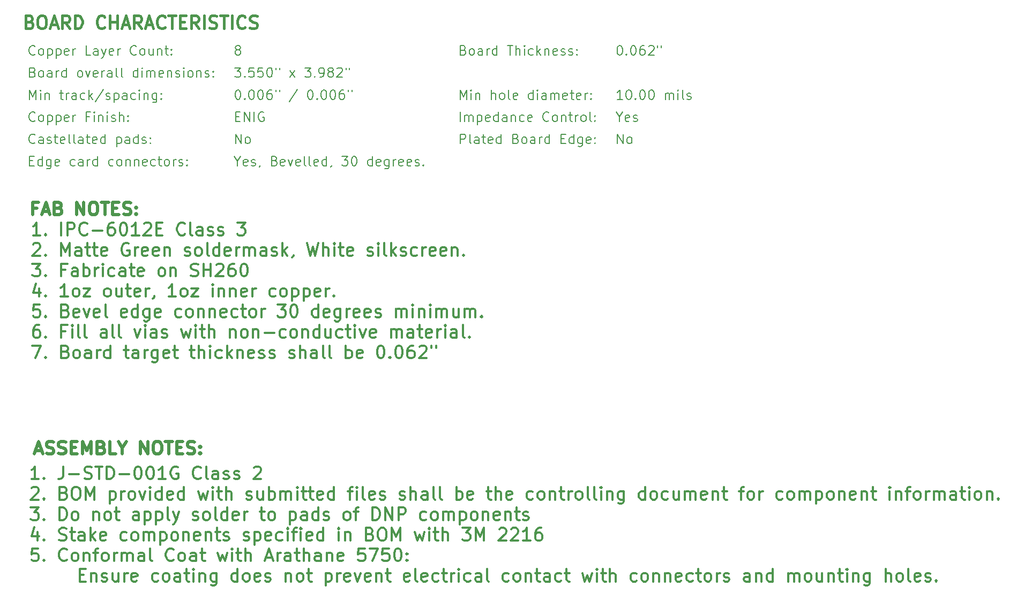
<source format=gbr>
G04 #@! TF.GenerationSoftware,KiCad,Pcbnew,7.0.1*
G04 #@! TF.CreationDate,2023-06-16T15:13:16-04:00*
G04 #@! TF.ProjectId,mainboard_pcbway,6d61696e-626f-4617-9264-5f7063627761,C*
G04 #@! TF.SameCoordinates,Original*
G04 #@! TF.FileFunction,Other,Comment*
%FSLAX46Y46*%
G04 Gerber Fmt 4.6, Leading zero omitted, Abs format (unit mm)*
G04 Created by KiCad (PCBNEW 7.0.1) date 2023-06-16 15:13:16*
%MOMM*%
%LPD*%
G01*
G04 APERTURE LIST*
%ADD10C,0.200000*%
%ADD11C,0.500000*%
%ADD12C,0.300000*%
%ADD13C,0.400000*%
G04 APERTURE END LIST*
D10*
X195688571Y-58484285D02*
X195545714Y-58412857D01*
X195545714Y-58412857D02*
X195474285Y-58341428D01*
X195474285Y-58341428D02*
X195402857Y-58198571D01*
X195402857Y-58198571D02*
X195402857Y-58127142D01*
X195402857Y-58127142D02*
X195474285Y-57984285D01*
X195474285Y-57984285D02*
X195545714Y-57912857D01*
X195545714Y-57912857D02*
X195688571Y-57841428D01*
X195688571Y-57841428D02*
X195974285Y-57841428D01*
X195974285Y-57841428D02*
X196117143Y-57912857D01*
X196117143Y-57912857D02*
X196188571Y-57984285D01*
X196188571Y-57984285D02*
X196260000Y-58127142D01*
X196260000Y-58127142D02*
X196260000Y-58198571D01*
X196260000Y-58198571D02*
X196188571Y-58341428D01*
X196188571Y-58341428D02*
X196117143Y-58412857D01*
X196117143Y-58412857D02*
X195974285Y-58484285D01*
X195974285Y-58484285D02*
X195688571Y-58484285D01*
X195688571Y-58484285D02*
X195545714Y-58555714D01*
X195545714Y-58555714D02*
X195474285Y-58627142D01*
X195474285Y-58627142D02*
X195402857Y-58770000D01*
X195402857Y-58770000D02*
X195402857Y-59055714D01*
X195402857Y-59055714D02*
X195474285Y-59198571D01*
X195474285Y-59198571D02*
X195545714Y-59270000D01*
X195545714Y-59270000D02*
X195688571Y-59341428D01*
X195688571Y-59341428D02*
X195974285Y-59341428D01*
X195974285Y-59341428D02*
X196117143Y-59270000D01*
X196117143Y-59270000D02*
X196188571Y-59198571D01*
X196188571Y-59198571D02*
X196260000Y-59055714D01*
X196260000Y-59055714D02*
X196260000Y-58770000D01*
X196260000Y-58770000D02*
X196188571Y-58627142D01*
X196188571Y-58627142D02*
X196117143Y-58555714D01*
X196117143Y-58555714D02*
X195974285Y-58484285D01*
X163774285Y-69698571D02*
X163702857Y-69770000D01*
X163702857Y-69770000D02*
X163488571Y-69841428D01*
X163488571Y-69841428D02*
X163345714Y-69841428D01*
X163345714Y-69841428D02*
X163131428Y-69770000D01*
X163131428Y-69770000D02*
X162988571Y-69627142D01*
X162988571Y-69627142D02*
X162917142Y-69484285D01*
X162917142Y-69484285D02*
X162845714Y-69198571D01*
X162845714Y-69198571D02*
X162845714Y-68984285D01*
X162845714Y-68984285D02*
X162917142Y-68698571D01*
X162917142Y-68698571D02*
X162988571Y-68555714D01*
X162988571Y-68555714D02*
X163131428Y-68412857D01*
X163131428Y-68412857D02*
X163345714Y-68341428D01*
X163345714Y-68341428D02*
X163488571Y-68341428D01*
X163488571Y-68341428D02*
X163702857Y-68412857D01*
X163702857Y-68412857D02*
X163774285Y-68484285D01*
X164631428Y-69841428D02*
X164488571Y-69770000D01*
X164488571Y-69770000D02*
X164417142Y-69698571D01*
X164417142Y-69698571D02*
X164345714Y-69555714D01*
X164345714Y-69555714D02*
X164345714Y-69127142D01*
X164345714Y-69127142D02*
X164417142Y-68984285D01*
X164417142Y-68984285D02*
X164488571Y-68912857D01*
X164488571Y-68912857D02*
X164631428Y-68841428D01*
X164631428Y-68841428D02*
X164845714Y-68841428D01*
X164845714Y-68841428D02*
X164988571Y-68912857D01*
X164988571Y-68912857D02*
X165060000Y-68984285D01*
X165060000Y-68984285D02*
X165131428Y-69127142D01*
X165131428Y-69127142D02*
X165131428Y-69555714D01*
X165131428Y-69555714D02*
X165060000Y-69698571D01*
X165060000Y-69698571D02*
X164988571Y-69770000D01*
X164988571Y-69770000D02*
X164845714Y-69841428D01*
X164845714Y-69841428D02*
X164631428Y-69841428D01*
X165774285Y-68841428D02*
X165774285Y-70341428D01*
X165774285Y-68912857D02*
X165917143Y-68841428D01*
X165917143Y-68841428D02*
X166202857Y-68841428D01*
X166202857Y-68841428D02*
X166345714Y-68912857D01*
X166345714Y-68912857D02*
X166417143Y-68984285D01*
X166417143Y-68984285D02*
X166488571Y-69127142D01*
X166488571Y-69127142D02*
X166488571Y-69555714D01*
X166488571Y-69555714D02*
X166417143Y-69698571D01*
X166417143Y-69698571D02*
X166345714Y-69770000D01*
X166345714Y-69770000D02*
X166202857Y-69841428D01*
X166202857Y-69841428D02*
X165917143Y-69841428D01*
X165917143Y-69841428D02*
X165774285Y-69770000D01*
X167131428Y-68841428D02*
X167131428Y-70341428D01*
X167131428Y-68912857D02*
X167274286Y-68841428D01*
X167274286Y-68841428D02*
X167560000Y-68841428D01*
X167560000Y-68841428D02*
X167702857Y-68912857D01*
X167702857Y-68912857D02*
X167774286Y-68984285D01*
X167774286Y-68984285D02*
X167845714Y-69127142D01*
X167845714Y-69127142D02*
X167845714Y-69555714D01*
X167845714Y-69555714D02*
X167774286Y-69698571D01*
X167774286Y-69698571D02*
X167702857Y-69770000D01*
X167702857Y-69770000D02*
X167560000Y-69841428D01*
X167560000Y-69841428D02*
X167274286Y-69841428D01*
X167274286Y-69841428D02*
X167131428Y-69770000D01*
X169060000Y-69770000D02*
X168917143Y-69841428D01*
X168917143Y-69841428D02*
X168631429Y-69841428D01*
X168631429Y-69841428D02*
X168488571Y-69770000D01*
X168488571Y-69770000D02*
X168417143Y-69627142D01*
X168417143Y-69627142D02*
X168417143Y-69055714D01*
X168417143Y-69055714D02*
X168488571Y-68912857D01*
X168488571Y-68912857D02*
X168631429Y-68841428D01*
X168631429Y-68841428D02*
X168917143Y-68841428D01*
X168917143Y-68841428D02*
X169060000Y-68912857D01*
X169060000Y-68912857D02*
X169131429Y-69055714D01*
X169131429Y-69055714D02*
X169131429Y-69198571D01*
X169131429Y-69198571D02*
X168417143Y-69341428D01*
X169774285Y-69841428D02*
X169774285Y-68841428D01*
X169774285Y-69127142D02*
X169845714Y-68984285D01*
X169845714Y-68984285D02*
X169917143Y-68912857D01*
X169917143Y-68912857D02*
X170060000Y-68841428D01*
X170060000Y-68841428D02*
X170202857Y-68841428D01*
X172345713Y-69055714D02*
X171845713Y-69055714D01*
X171845713Y-69841428D02*
X171845713Y-68341428D01*
X171845713Y-68341428D02*
X172559999Y-68341428D01*
X173131427Y-69841428D02*
X173131427Y-68841428D01*
X173131427Y-68341428D02*
X173059999Y-68412857D01*
X173059999Y-68412857D02*
X173131427Y-68484285D01*
X173131427Y-68484285D02*
X173202856Y-68412857D01*
X173202856Y-68412857D02*
X173131427Y-68341428D01*
X173131427Y-68341428D02*
X173131427Y-68484285D01*
X173845713Y-68841428D02*
X173845713Y-69841428D01*
X173845713Y-68984285D02*
X173917142Y-68912857D01*
X173917142Y-68912857D02*
X174059999Y-68841428D01*
X174059999Y-68841428D02*
X174274285Y-68841428D01*
X174274285Y-68841428D02*
X174417142Y-68912857D01*
X174417142Y-68912857D02*
X174488571Y-69055714D01*
X174488571Y-69055714D02*
X174488571Y-69841428D01*
X175202856Y-69841428D02*
X175202856Y-68841428D01*
X175202856Y-68341428D02*
X175131428Y-68412857D01*
X175131428Y-68412857D02*
X175202856Y-68484285D01*
X175202856Y-68484285D02*
X175274285Y-68412857D01*
X175274285Y-68412857D02*
X175202856Y-68341428D01*
X175202856Y-68341428D02*
X175202856Y-68484285D01*
X175845714Y-69770000D02*
X175988571Y-69841428D01*
X175988571Y-69841428D02*
X176274285Y-69841428D01*
X176274285Y-69841428D02*
X176417142Y-69770000D01*
X176417142Y-69770000D02*
X176488571Y-69627142D01*
X176488571Y-69627142D02*
X176488571Y-69555714D01*
X176488571Y-69555714D02*
X176417142Y-69412857D01*
X176417142Y-69412857D02*
X176274285Y-69341428D01*
X176274285Y-69341428D02*
X176060000Y-69341428D01*
X176060000Y-69341428D02*
X175917142Y-69270000D01*
X175917142Y-69270000D02*
X175845714Y-69127142D01*
X175845714Y-69127142D02*
X175845714Y-69055714D01*
X175845714Y-69055714D02*
X175917142Y-68912857D01*
X175917142Y-68912857D02*
X176060000Y-68841428D01*
X176060000Y-68841428D02*
X176274285Y-68841428D01*
X176274285Y-68841428D02*
X176417142Y-68912857D01*
X177131428Y-69841428D02*
X177131428Y-68341428D01*
X177774286Y-69841428D02*
X177774286Y-69055714D01*
X177774286Y-69055714D02*
X177702857Y-68912857D01*
X177702857Y-68912857D02*
X177560000Y-68841428D01*
X177560000Y-68841428D02*
X177345714Y-68841428D01*
X177345714Y-68841428D02*
X177202857Y-68912857D01*
X177202857Y-68912857D02*
X177131428Y-68984285D01*
X178488571Y-69698571D02*
X178560000Y-69770000D01*
X178560000Y-69770000D02*
X178488571Y-69841428D01*
X178488571Y-69841428D02*
X178417143Y-69770000D01*
X178417143Y-69770000D02*
X178488571Y-69698571D01*
X178488571Y-69698571D02*
X178488571Y-69841428D01*
X178488571Y-68912857D02*
X178560000Y-68984285D01*
X178560000Y-68984285D02*
X178488571Y-69055714D01*
X178488571Y-69055714D02*
X178417143Y-68984285D01*
X178417143Y-68984285D02*
X178488571Y-68912857D01*
X178488571Y-68912857D02*
X178488571Y-69055714D01*
X230959995Y-66341428D02*
X230959995Y-64841428D01*
X230959995Y-64841428D02*
X231459995Y-65912857D01*
X231459995Y-65912857D02*
X231959995Y-64841428D01*
X231959995Y-64841428D02*
X231959995Y-66341428D01*
X232674281Y-66341428D02*
X232674281Y-65341428D01*
X232674281Y-64841428D02*
X232602853Y-64912857D01*
X232602853Y-64912857D02*
X232674281Y-64984285D01*
X232674281Y-64984285D02*
X232745710Y-64912857D01*
X232745710Y-64912857D02*
X232674281Y-64841428D01*
X232674281Y-64841428D02*
X232674281Y-64984285D01*
X233388567Y-65341428D02*
X233388567Y-66341428D01*
X233388567Y-65484285D02*
X233459996Y-65412857D01*
X233459996Y-65412857D02*
X233602853Y-65341428D01*
X233602853Y-65341428D02*
X233817139Y-65341428D01*
X233817139Y-65341428D02*
X233959996Y-65412857D01*
X233959996Y-65412857D02*
X234031425Y-65555714D01*
X234031425Y-65555714D02*
X234031425Y-66341428D01*
X235888567Y-66341428D02*
X235888567Y-64841428D01*
X236531425Y-66341428D02*
X236531425Y-65555714D01*
X236531425Y-65555714D02*
X236459996Y-65412857D01*
X236459996Y-65412857D02*
X236317139Y-65341428D01*
X236317139Y-65341428D02*
X236102853Y-65341428D01*
X236102853Y-65341428D02*
X235959996Y-65412857D01*
X235959996Y-65412857D02*
X235888567Y-65484285D01*
X237459996Y-66341428D02*
X237317139Y-66270000D01*
X237317139Y-66270000D02*
X237245710Y-66198571D01*
X237245710Y-66198571D02*
X237174282Y-66055714D01*
X237174282Y-66055714D02*
X237174282Y-65627142D01*
X237174282Y-65627142D02*
X237245710Y-65484285D01*
X237245710Y-65484285D02*
X237317139Y-65412857D01*
X237317139Y-65412857D02*
X237459996Y-65341428D01*
X237459996Y-65341428D02*
X237674282Y-65341428D01*
X237674282Y-65341428D02*
X237817139Y-65412857D01*
X237817139Y-65412857D02*
X237888568Y-65484285D01*
X237888568Y-65484285D02*
X237959996Y-65627142D01*
X237959996Y-65627142D02*
X237959996Y-66055714D01*
X237959996Y-66055714D02*
X237888568Y-66198571D01*
X237888568Y-66198571D02*
X237817139Y-66270000D01*
X237817139Y-66270000D02*
X237674282Y-66341428D01*
X237674282Y-66341428D02*
X237459996Y-66341428D01*
X238817139Y-66341428D02*
X238674282Y-66270000D01*
X238674282Y-66270000D02*
X238602853Y-66127142D01*
X238602853Y-66127142D02*
X238602853Y-64841428D01*
X239959996Y-66270000D02*
X239817139Y-66341428D01*
X239817139Y-66341428D02*
X239531425Y-66341428D01*
X239531425Y-66341428D02*
X239388567Y-66270000D01*
X239388567Y-66270000D02*
X239317139Y-66127142D01*
X239317139Y-66127142D02*
X239317139Y-65555714D01*
X239317139Y-65555714D02*
X239388567Y-65412857D01*
X239388567Y-65412857D02*
X239531425Y-65341428D01*
X239531425Y-65341428D02*
X239817139Y-65341428D01*
X239817139Y-65341428D02*
X239959996Y-65412857D01*
X239959996Y-65412857D02*
X240031425Y-65555714D01*
X240031425Y-65555714D02*
X240031425Y-65698571D01*
X240031425Y-65698571D02*
X239317139Y-65841428D01*
X242459996Y-66341428D02*
X242459996Y-64841428D01*
X242459996Y-66270000D02*
X242317138Y-66341428D01*
X242317138Y-66341428D02*
X242031424Y-66341428D01*
X242031424Y-66341428D02*
X241888567Y-66270000D01*
X241888567Y-66270000D02*
X241817138Y-66198571D01*
X241817138Y-66198571D02*
X241745710Y-66055714D01*
X241745710Y-66055714D02*
X241745710Y-65627142D01*
X241745710Y-65627142D02*
X241817138Y-65484285D01*
X241817138Y-65484285D02*
X241888567Y-65412857D01*
X241888567Y-65412857D02*
X242031424Y-65341428D01*
X242031424Y-65341428D02*
X242317138Y-65341428D01*
X242317138Y-65341428D02*
X242459996Y-65412857D01*
X243174281Y-66341428D02*
X243174281Y-65341428D01*
X243174281Y-64841428D02*
X243102853Y-64912857D01*
X243102853Y-64912857D02*
X243174281Y-64984285D01*
X243174281Y-64984285D02*
X243245710Y-64912857D01*
X243245710Y-64912857D02*
X243174281Y-64841428D01*
X243174281Y-64841428D02*
X243174281Y-64984285D01*
X244531425Y-66341428D02*
X244531425Y-65555714D01*
X244531425Y-65555714D02*
X244459996Y-65412857D01*
X244459996Y-65412857D02*
X244317139Y-65341428D01*
X244317139Y-65341428D02*
X244031425Y-65341428D01*
X244031425Y-65341428D02*
X243888567Y-65412857D01*
X244531425Y-66270000D02*
X244388567Y-66341428D01*
X244388567Y-66341428D02*
X244031425Y-66341428D01*
X244031425Y-66341428D02*
X243888567Y-66270000D01*
X243888567Y-66270000D02*
X243817139Y-66127142D01*
X243817139Y-66127142D02*
X243817139Y-65984285D01*
X243817139Y-65984285D02*
X243888567Y-65841428D01*
X243888567Y-65841428D02*
X244031425Y-65770000D01*
X244031425Y-65770000D02*
X244388567Y-65770000D01*
X244388567Y-65770000D02*
X244531425Y-65698571D01*
X245245710Y-66341428D02*
X245245710Y-65341428D01*
X245245710Y-65484285D02*
X245317139Y-65412857D01*
X245317139Y-65412857D02*
X245459996Y-65341428D01*
X245459996Y-65341428D02*
X245674282Y-65341428D01*
X245674282Y-65341428D02*
X245817139Y-65412857D01*
X245817139Y-65412857D02*
X245888568Y-65555714D01*
X245888568Y-65555714D02*
X245888568Y-66341428D01*
X245888568Y-65555714D02*
X245959996Y-65412857D01*
X245959996Y-65412857D02*
X246102853Y-65341428D01*
X246102853Y-65341428D02*
X246317139Y-65341428D01*
X246317139Y-65341428D02*
X246459996Y-65412857D01*
X246459996Y-65412857D02*
X246531425Y-65555714D01*
X246531425Y-65555714D02*
X246531425Y-66341428D01*
X247817139Y-66270000D02*
X247674282Y-66341428D01*
X247674282Y-66341428D02*
X247388568Y-66341428D01*
X247388568Y-66341428D02*
X247245710Y-66270000D01*
X247245710Y-66270000D02*
X247174282Y-66127142D01*
X247174282Y-66127142D02*
X247174282Y-65555714D01*
X247174282Y-65555714D02*
X247245710Y-65412857D01*
X247245710Y-65412857D02*
X247388568Y-65341428D01*
X247388568Y-65341428D02*
X247674282Y-65341428D01*
X247674282Y-65341428D02*
X247817139Y-65412857D01*
X247817139Y-65412857D02*
X247888568Y-65555714D01*
X247888568Y-65555714D02*
X247888568Y-65698571D01*
X247888568Y-65698571D02*
X247174282Y-65841428D01*
X248317139Y-65341428D02*
X248888567Y-65341428D01*
X248531424Y-64841428D02*
X248531424Y-66127142D01*
X248531424Y-66127142D02*
X248602853Y-66270000D01*
X248602853Y-66270000D02*
X248745710Y-66341428D01*
X248745710Y-66341428D02*
X248888567Y-66341428D01*
X249959996Y-66270000D02*
X249817139Y-66341428D01*
X249817139Y-66341428D02*
X249531425Y-66341428D01*
X249531425Y-66341428D02*
X249388567Y-66270000D01*
X249388567Y-66270000D02*
X249317139Y-66127142D01*
X249317139Y-66127142D02*
X249317139Y-65555714D01*
X249317139Y-65555714D02*
X249388567Y-65412857D01*
X249388567Y-65412857D02*
X249531425Y-65341428D01*
X249531425Y-65341428D02*
X249817139Y-65341428D01*
X249817139Y-65341428D02*
X249959996Y-65412857D01*
X249959996Y-65412857D02*
X250031425Y-65555714D01*
X250031425Y-65555714D02*
X250031425Y-65698571D01*
X250031425Y-65698571D02*
X249317139Y-65841428D01*
X250674281Y-66341428D02*
X250674281Y-65341428D01*
X250674281Y-65627142D02*
X250745710Y-65484285D01*
X250745710Y-65484285D02*
X250817139Y-65412857D01*
X250817139Y-65412857D02*
X250959996Y-65341428D01*
X250959996Y-65341428D02*
X251102853Y-65341428D01*
X251602852Y-66198571D02*
X251674281Y-66270000D01*
X251674281Y-66270000D02*
X251602852Y-66341428D01*
X251602852Y-66341428D02*
X251531424Y-66270000D01*
X251531424Y-66270000D02*
X251602852Y-66198571D01*
X251602852Y-66198571D02*
X251602852Y-66341428D01*
X251602852Y-65412857D02*
X251674281Y-65484285D01*
X251674281Y-65484285D02*
X251602852Y-65555714D01*
X251602852Y-65555714D02*
X251531424Y-65484285D01*
X251531424Y-65484285D02*
X251602852Y-65412857D01*
X251602852Y-65412857D02*
X251602852Y-65555714D01*
X195760000Y-64841428D02*
X195902857Y-64841428D01*
X195902857Y-64841428D02*
X196045714Y-64912857D01*
X196045714Y-64912857D02*
X196117143Y-64984285D01*
X196117143Y-64984285D02*
X196188571Y-65127142D01*
X196188571Y-65127142D02*
X196260000Y-65412857D01*
X196260000Y-65412857D02*
X196260000Y-65770000D01*
X196260000Y-65770000D02*
X196188571Y-66055714D01*
X196188571Y-66055714D02*
X196117143Y-66198571D01*
X196117143Y-66198571D02*
X196045714Y-66270000D01*
X196045714Y-66270000D02*
X195902857Y-66341428D01*
X195902857Y-66341428D02*
X195760000Y-66341428D01*
X195760000Y-66341428D02*
X195617143Y-66270000D01*
X195617143Y-66270000D02*
X195545714Y-66198571D01*
X195545714Y-66198571D02*
X195474285Y-66055714D01*
X195474285Y-66055714D02*
X195402857Y-65770000D01*
X195402857Y-65770000D02*
X195402857Y-65412857D01*
X195402857Y-65412857D02*
X195474285Y-65127142D01*
X195474285Y-65127142D02*
X195545714Y-64984285D01*
X195545714Y-64984285D02*
X195617143Y-64912857D01*
X195617143Y-64912857D02*
X195760000Y-64841428D01*
X196902856Y-66198571D02*
X196974285Y-66270000D01*
X196974285Y-66270000D02*
X196902856Y-66341428D01*
X196902856Y-66341428D02*
X196831428Y-66270000D01*
X196831428Y-66270000D02*
X196902856Y-66198571D01*
X196902856Y-66198571D02*
X196902856Y-66341428D01*
X197902857Y-64841428D02*
X198045714Y-64841428D01*
X198045714Y-64841428D02*
X198188571Y-64912857D01*
X198188571Y-64912857D02*
X198260000Y-64984285D01*
X198260000Y-64984285D02*
X198331428Y-65127142D01*
X198331428Y-65127142D02*
X198402857Y-65412857D01*
X198402857Y-65412857D02*
X198402857Y-65770000D01*
X198402857Y-65770000D02*
X198331428Y-66055714D01*
X198331428Y-66055714D02*
X198260000Y-66198571D01*
X198260000Y-66198571D02*
X198188571Y-66270000D01*
X198188571Y-66270000D02*
X198045714Y-66341428D01*
X198045714Y-66341428D02*
X197902857Y-66341428D01*
X197902857Y-66341428D02*
X197760000Y-66270000D01*
X197760000Y-66270000D02*
X197688571Y-66198571D01*
X197688571Y-66198571D02*
X197617142Y-66055714D01*
X197617142Y-66055714D02*
X197545714Y-65770000D01*
X197545714Y-65770000D02*
X197545714Y-65412857D01*
X197545714Y-65412857D02*
X197617142Y-65127142D01*
X197617142Y-65127142D02*
X197688571Y-64984285D01*
X197688571Y-64984285D02*
X197760000Y-64912857D01*
X197760000Y-64912857D02*
X197902857Y-64841428D01*
X199331428Y-64841428D02*
X199474285Y-64841428D01*
X199474285Y-64841428D02*
X199617142Y-64912857D01*
X199617142Y-64912857D02*
X199688571Y-64984285D01*
X199688571Y-64984285D02*
X199759999Y-65127142D01*
X199759999Y-65127142D02*
X199831428Y-65412857D01*
X199831428Y-65412857D02*
X199831428Y-65770000D01*
X199831428Y-65770000D02*
X199759999Y-66055714D01*
X199759999Y-66055714D02*
X199688571Y-66198571D01*
X199688571Y-66198571D02*
X199617142Y-66270000D01*
X199617142Y-66270000D02*
X199474285Y-66341428D01*
X199474285Y-66341428D02*
X199331428Y-66341428D01*
X199331428Y-66341428D02*
X199188571Y-66270000D01*
X199188571Y-66270000D02*
X199117142Y-66198571D01*
X199117142Y-66198571D02*
X199045713Y-66055714D01*
X199045713Y-66055714D02*
X198974285Y-65770000D01*
X198974285Y-65770000D02*
X198974285Y-65412857D01*
X198974285Y-65412857D02*
X199045713Y-65127142D01*
X199045713Y-65127142D02*
X199117142Y-64984285D01*
X199117142Y-64984285D02*
X199188571Y-64912857D01*
X199188571Y-64912857D02*
X199331428Y-64841428D01*
X201117142Y-64841428D02*
X200831427Y-64841428D01*
X200831427Y-64841428D02*
X200688570Y-64912857D01*
X200688570Y-64912857D02*
X200617142Y-64984285D01*
X200617142Y-64984285D02*
X200474284Y-65198571D01*
X200474284Y-65198571D02*
X200402856Y-65484285D01*
X200402856Y-65484285D02*
X200402856Y-66055714D01*
X200402856Y-66055714D02*
X200474284Y-66198571D01*
X200474284Y-66198571D02*
X200545713Y-66270000D01*
X200545713Y-66270000D02*
X200688570Y-66341428D01*
X200688570Y-66341428D02*
X200974284Y-66341428D01*
X200974284Y-66341428D02*
X201117142Y-66270000D01*
X201117142Y-66270000D02*
X201188570Y-66198571D01*
X201188570Y-66198571D02*
X201259999Y-66055714D01*
X201259999Y-66055714D02*
X201259999Y-65698571D01*
X201259999Y-65698571D02*
X201188570Y-65555714D01*
X201188570Y-65555714D02*
X201117142Y-65484285D01*
X201117142Y-65484285D02*
X200974284Y-65412857D01*
X200974284Y-65412857D02*
X200688570Y-65412857D01*
X200688570Y-65412857D02*
X200545713Y-65484285D01*
X200545713Y-65484285D02*
X200474284Y-65555714D01*
X200474284Y-65555714D02*
X200402856Y-65698571D01*
X201831427Y-64841428D02*
X201831427Y-65127142D01*
X202402855Y-64841428D02*
X202402855Y-65127142D01*
X205259998Y-64770000D02*
X203974284Y-66698571D01*
X207188570Y-64841428D02*
X207331427Y-64841428D01*
X207331427Y-64841428D02*
X207474284Y-64912857D01*
X207474284Y-64912857D02*
X207545713Y-64984285D01*
X207545713Y-64984285D02*
X207617141Y-65127142D01*
X207617141Y-65127142D02*
X207688570Y-65412857D01*
X207688570Y-65412857D02*
X207688570Y-65770000D01*
X207688570Y-65770000D02*
X207617141Y-66055714D01*
X207617141Y-66055714D02*
X207545713Y-66198571D01*
X207545713Y-66198571D02*
X207474284Y-66270000D01*
X207474284Y-66270000D02*
X207331427Y-66341428D01*
X207331427Y-66341428D02*
X207188570Y-66341428D01*
X207188570Y-66341428D02*
X207045713Y-66270000D01*
X207045713Y-66270000D02*
X206974284Y-66198571D01*
X206974284Y-66198571D02*
X206902855Y-66055714D01*
X206902855Y-66055714D02*
X206831427Y-65770000D01*
X206831427Y-65770000D02*
X206831427Y-65412857D01*
X206831427Y-65412857D02*
X206902855Y-65127142D01*
X206902855Y-65127142D02*
X206974284Y-64984285D01*
X206974284Y-64984285D02*
X207045713Y-64912857D01*
X207045713Y-64912857D02*
X207188570Y-64841428D01*
X208331426Y-66198571D02*
X208402855Y-66270000D01*
X208402855Y-66270000D02*
X208331426Y-66341428D01*
X208331426Y-66341428D02*
X208259998Y-66270000D01*
X208259998Y-66270000D02*
X208331426Y-66198571D01*
X208331426Y-66198571D02*
X208331426Y-66341428D01*
X209331427Y-64841428D02*
X209474284Y-64841428D01*
X209474284Y-64841428D02*
X209617141Y-64912857D01*
X209617141Y-64912857D02*
X209688570Y-64984285D01*
X209688570Y-64984285D02*
X209759998Y-65127142D01*
X209759998Y-65127142D02*
X209831427Y-65412857D01*
X209831427Y-65412857D02*
X209831427Y-65770000D01*
X209831427Y-65770000D02*
X209759998Y-66055714D01*
X209759998Y-66055714D02*
X209688570Y-66198571D01*
X209688570Y-66198571D02*
X209617141Y-66270000D01*
X209617141Y-66270000D02*
X209474284Y-66341428D01*
X209474284Y-66341428D02*
X209331427Y-66341428D01*
X209331427Y-66341428D02*
X209188570Y-66270000D01*
X209188570Y-66270000D02*
X209117141Y-66198571D01*
X209117141Y-66198571D02*
X209045712Y-66055714D01*
X209045712Y-66055714D02*
X208974284Y-65770000D01*
X208974284Y-65770000D02*
X208974284Y-65412857D01*
X208974284Y-65412857D02*
X209045712Y-65127142D01*
X209045712Y-65127142D02*
X209117141Y-64984285D01*
X209117141Y-64984285D02*
X209188570Y-64912857D01*
X209188570Y-64912857D02*
X209331427Y-64841428D01*
X210759998Y-64841428D02*
X210902855Y-64841428D01*
X210902855Y-64841428D02*
X211045712Y-64912857D01*
X211045712Y-64912857D02*
X211117141Y-64984285D01*
X211117141Y-64984285D02*
X211188569Y-65127142D01*
X211188569Y-65127142D02*
X211259998Y-65412857D01*
X211259998Y-65412857D02*
X211259998Y-65770000D01*
X211259998Y-65770000D02*
X211188569Y-66055714D01*
X211188569Y-66055714D02*
X211117141Y-66198571D01*
X211117141Y-66198571D02*
X211045712Y-66270000D01*
X211045712Y-66270000D02*
X210902855Y-66341428D01*
X210902855Y-66341428D02*
X210759998Y-66341428D01*
X210759998Y-66341428D02*
X210617141Y-66270000D01*
X210617141Y-66270000D02*
X210545712Y-66198571D01*
X210545712Y-66198571D02*
X210474283Y-66055714D01*
X210474283Y-66055714D02*
X210402855Y-65770000D01*
X210402855Y-65770000D02*
X210402855Y-65412857D01*
X210402855Y-65412857D02*
X210474283Y-65127142D01*
X210474283Y-65127142D02*
X210545712Y-64984285D01*
X210545712Y-64984285D02*
X210617141Y-64912857D01*
X210617141Y-64912857D02*
X210759998Y-64841428D01*
X212545712Y-64841428D02*
X212259997Y-64841428D01*
X212259997Y-64841428D02*
X212117140Y-64912857D01*
X212117140Y-64912857D02*
X212045712Y-64984285D01*
X212045712Y-64984285D02*
X211902854Y-65198571D01*
X211902854Y-65198571D02*
X211831426Y-65484285D01*
X211831426Y-65484285D02*
X211831426Y-66055714D01*
X211831426Y-66055714D02*
X211902854Y-66198571D01*
X211902854Y-66198571D02*
X211974283Y-66270000D01*
X211974283Y-66270000D02*
X212117140Y-66341428D01*
X212117140Y-66341428D02*
X212402854Y-66341428D01*
X212402854Y-66341428D02*
X212545712Y-66270000D01*
X212545712Y-66270000D02*
X212617140Y-66198571D01*
X212617140Y-66198571D02*
X212688569Y-66055714D01*
X212688569Y-66055714D02*
X212688569Y-65698571D01*
X212688569Y-65698571D02*
X212617140Y-65555714D01*
X212617140Y-65555714D02*
X212545712Y-65484285D01*
X212545712Y-65484285D02*
X212402854Y-65412857D01*
X212402854Y-65412857D02*
X212117140Y-65412857D01*
X212117140Y-65412857D02*
X211974283Y-65484285D01*
X211974283Y-65484285D02*
X211902854Y-65555714D01*
X211902854Y-65555714D02*
X211831426Y-65698571D01*
X213259997Y-64841428D02*
X213259997Y-65127142D01*
X213831425Y-64841428D02*
X213831425Y-65127142D01*
X230959995Y-69841428D02*
X230959995Y-68341428D01*
X231674281Y-69841428D02*
X231674281Y-68841428D01*
X231674281Y-68984285D02*
X231745710Y-68912857D01*
X231745710Y-68912857D02*
X231888567Y-68841428D01*
X231888567Y-68841428D02*
X232102853Y-68841428D01*
X232102853Y-68841428D02*
X232245710Y-68912857D01*
X232245710Y-68912857D02*
X232317139Y-69055714D01*
X232317139Y-69055714D02*
X232317139Y-69841428D01*
X232317139Y-69055714D02*
X232388567Y-68912857D01*
X232388567Y-68912857D02*
X232531424Y-68841428D01*
X232531424Y-68841428D02*
X232745710Y-68841428D01*
X232745710Y-68841428D02*
X232888567Y-68912857D01*
X232888567Y-68912857D02*
X232959996Y-69055714D01*
X232959996Y-69055714D02*
X232959996Y-69841428D01*
X233674281Y-68841428D02*
X233674281Y-70341428D01*
X233674281Y-68912857D02*
X233817139Y-68841428D01*
X233817139Y-68841428D02*
X234102853Y-68841428D01*
X234102853Y-68841428D02*
X234245710Y-68912857D01*
X234245710Y-68912857D02*
X234317139Y-68984285D01*
X234317139Y-68984285D02*
X234388567Y-69127142D01*
X234388567Y-69127142D02*
X234388567Y-69555714D01*
X234388567Y-69555714D02*
X234317139Y-69698571D01*
X234317139Y-69698571D02*
X234245710Y-69770000D01*
X234245710Y-69770000D02*
X234102853Y-69841428D01*
X234102853Y-69841428D02*
X233817139Y-69841428D01*
X233817139Y-69841428D02*
X233674281Y-69770000D01*
X235602853Y-69770000D02*
X235459996Y-69841428D01*
X235459996Y-69841428D02*
X235174282Y-69841428D01*
X235174282Y-69841428D02*
X235031424Y-69770000D01*
X235031424Y-69770000D02*
X234959996Y-69627142D01*
X234959996Y-69627142D02*
X234959996Y-69055714D01*
X234959996Y-69055714D02*
X235031424Y-68912857D01*
X235031424Y-68912857D02*
X235174282Y-68841428D01*
X235174282Y-68841428D02*
X235459996Y-68841428D01*
X235459996Y-68841428D02*
X235602853Y-68912857D01*
X235602853Y-68912857D02*
X235674282Y-69055714D01*
X235674282Y-69055714D02*
X235674282Y-69198571D01*
X235674282Y-69198571D02*
X234959996Y-69341428D01*
X236959996Y-69841428D02*
X236959996Y-68341428D01*
X236959996Y-69770000D02*
X236817138Y-69841428D01*
X236817138Y-69841428D02*
X236531424Y-69841428D01*
X236531424Y-69841428D02*
X236388567Y-69770000D01*
X236388567Y-69770000D02*
X236317138Y-69698571D01*
X236317138Y-69698571D02*
X236245710Y-69555714D01*
X236245710Y-69555714D02*
X236245710Y-69127142D01*
X236245710Y-69127142D02*
X236317138Y-68984285D01*
X236317138Y-68984285D02*
X236388567Y-68912857D01*
X236388567Y-68912857D02*
X236531424Y-68841428D01*
X236531424Y-68841428D02*
X236817138Y-68841428D01*
X236817138Y-68841428D02*
X236959996Y-68912857D01*
X238317139Y-69841428D02*
X238317139Y-69055714D01*
X238317139Y-69055714D02*
X238245710Y-68912857D01*
X238245710Y-68912857D02*
X238102853Y-68841428D01*
X238102853Y-68841428D02*
X237817139Y-68841428D01*
X237817139Y-68841428D02*
X237674281Y-68912857D01*
X238317139Y-69770000D02*
X238174281Y-69841428D01*
X238174281Y-69841428D02*
X237817139Y-69841428D01*
X237817139Y-69841428D02*
X237674281Y-69770000D01*
X237674281Y-69770000D02*
X237602853Y-69627142D01*
X237602853Y-69627142D02*
X237602853Y-69484285D01*
X237602853Y-69484285D02*
X237674281Y-69341428D01*
X237674281Y-69341428D02*
X237817139Y-69270000D01*
X237817139Y-69270000D02*
X238174281Y-69270000D01*
X238174281Y-69270000D02*
X238317139Y-69198571D01*
X239031424Y-68841428D02*
X239031424Y-69841428D01*
X239031424Y-68984285D02*
X239102853Y-68912857D01*
X239102853Y-68912857D02*
X239245710Y-68841428D01*
X239245710Y-68841428D02*
X239459996Y-68841428D01*
X239459996Y-68841428D02*
X239602853Y-68912857D01*
X239602853Y-68912857D02*
X239674282Y-69055714D01*
X239674282Y-69055714D02*
X239674282Y-69841428D01*
X241031425Y-69770000D02*
X240888567Y-69841428D01*
X240888567Y-69841428D02*
X240602853Y-69841428D01*
X240602853Y-69841428D02*
X240459996Y-69770000D01*
X240459996Y-69770000D02*
X240388567Y-69698571D01*
X240388567Y-69698571D02*
X240317139Y-69555714D01*
X240317139Y-69555714D02*
X240317139Y-69127142D01*
X240317139Y-69127142D02*
X240388567Y-68984285D01*
X240388567Y-68984285D02*
X240459996Y-68912857D01*
X240459996Y-68912857D02*
X240602853Y-68841428D01*
X240602853Y-68841428D02*
X240888567Y-68841428D01*
X240888567Y-68841428D02*
X241031425Y-68912857D01*
X242245710Y-69770000D02*
X242102853Y-69841428D01*
X242102853Y-69841428D02*
X241817139Y-69841428D01*
X241817139Y-69841428D02*
X241674281Y-69770000D01*
X241674281Y-69770000D02*
X241602853Y-69627142D01*
X241602853Y-69627142D02*
X241602853Y-69055714D01*
X241602853Y-69055714D02*
X241674281Y-68912857D01*
X241674281Y-68912857D02*
X241817139Y-68841428D01*
X241817139Y-68841428D02*
X242102853Y-68841428D01*
X242102853Y-68841428D02*
X242245710Y-68912857D01*
X242245710Y-68912857D02*
X242317139Y-69055714D01*
X242317139Y-69055714D02*
X242317139Y-69198571D01*
X242317139Y-69198571D02*
X241602853Y-69341428D01*
X244959995Y-69698571D02*
X244888567Y-69770000D01*
X244888567Y-69770000D02*
X244674281Y-69841428D01*
X244674281Y-69841428D02*
X244531424Y-69841428D01*
X244531424Y-69841428D02*
X244317138Y-69770000D01*
X244317138Y-69770000D02*
X244174281Y-69627142D01*
X244174281Y-69627142D02*
X244102852Y-69484285D01*
X244102852Y-69484285D02*
X244031424Y-69198571D01*
X244031424Y-69198571D02*
X244031424Y-68984285D01*
X244031424Y-68984285D02*
X244102852Y-68698571D01*
X244102852Y-68698571D02*
X244174281Y-68555714D01*
X244174281Y-68555714D02*
X244317138Y-68412857D01*
X244317138Y-68412857D02*
X244531424Y-68341428D01*
X244531424Y-68341428D02*
X244674281Y-68341428D01*
X244674281Y-68341428D02*
X244888567Y-68412857D01*
X244888567Y-68412857D02*
X244959995Y-68484285D01*
X245817138Y-69841428D02*
X245674281Y-69770000D01*
X245674281Y-69770000D02*
X245602852Y-69698571D01*
X245602852Y-69698571D02*
X245531424Y-69555714D01*
X245531424Y-69555714D02*
X245531424Y-69127142D01*
X245531424Y-69127142D02*
X245602852Y-68984285D01*
X245602852Y-68984285D02*
X245674281Y-68912857D01*
X245674281Y-68912857D02*
X245817138Y-68841428D01*
X245817138Y-68841428D02*
X246031424Y-68841428D01*
X246031424Y-68841428D02*
X246174281Y-68912857D01*
X246174281Y-68912857D02*
X246245710Y-68984285D01*
X246245710Y-68984285D02*
X246317138Y-69127142D01*
X246317138Y-69127142D02*
X246317138Y-69555714D01*
X246317138Y-69555714D02*
X246245710Y-69698571D01*
X246245710Y-69698571D02*
X246174281Y-69770000D01*
X246174281Y-69770000D02*
X246031424Y-69841428D01*
X246031424Y-69841428D02*
X245817138Y-69841428D01*
X246959995Y-68841428D02*
X246959995Y-69841428D01*
X246959995Y-68984285D02*
X247031424Y-68912857D01*
X247031424Y-68912857D02*
X247174281Y-68841428D01*
X247174281Y-68841428D02*
X247388567Y-68841428D01*
X247388567Y-68841428D02*
X247531424Y-68912857D01*
X247531424Y-68912857D02*
X247602853Y-69055714D01*
X247602853Y-69055714D02*
X247602853Y-69841428D01*
X248102853Y-68841428D02*
X248674281Y-68841428D01*
X248317138Y-68341428D02*
X248317138Y-69627142D01*
X248317138Y-69627142D02*
X248388567Y-69770000D01*
X248388567Y-69770000D02*
X248531424Y-69841428D01*
X248531424Y-69841428D02*
X248674281Y-69841428D01*
X249174281Y-69841428D02*
X249174281Y-68841428D01*
X249174281Y-69127142D02*
X249245710Y-68984285D01*
X249245710Y-68984285D02*
X249317139Y-68912857D01*
X249317139Y-68912857D02*
X249459996Y-68841428D01*
X249459996Y-68841428D02*
X249602853Y-68841428D01*
X250317138Y-69841428D02*
X250174281Y-69770000D01*
X250174281Y-69770000D02*
X250102852Y-69698571D01*
X250102852Y-69698571D02*
X250031424Y-69555714D01*
X250031424Y-69555714D02*
X250031424Y-69127142D01*
X250031424Y-69127142D02*
X250102852Y-68984285D01*
X250102852Y-68984285D02*
X250174281Y-68912857D01*
X250174281Y-68912857D02*
X250317138Y-68841428D01*
X250317138Y-68841428D02*
X250531424Y-68841428D01*
X250531424Y-68841428D02*
X250674281Y-68912857D01*
X250674281Y-68912857D02*
X250745710Y-68984285D01*
X250745710Y-68984285D02*
X250817138Y-69127142D01*
X250817138Y-69127142D02*
X250817138Y-69555714D01*
X250817138Y-69555714D02*
X250745710Y-69698571D01*
X250745710Y-69698571D02*
X250674281Y-69770000D01*
X250674281Y-69770000D02*
X250531424Y-69841428D01*
X250531424Y-69841428D02*
X250317138Y-69841428D01*
X251674281Y-69841428D02*
X251531424Y-69770000D01*
X251531424Y-69770000D02*
X251459995Y-69627142D01*
X251459995Y-69627142D02*
X251459995Y-68341428D01*
X252245709Y-69698571D02*
X252317138Y-69770000D01*
X252317138Y-69770000D02*
X252245709Y-69841428D01*
X252245709Y-69841428D02*
X252174281Y-69770000D01*
X252174281Y-69770000D02*
X252245709Y-69698571D01*
X252245709Y-69698571D02*
X252245709Y-69841428D01*
X252245709Y-68912857D02*
X252317138Y-68984285D01*
X252317138Y-68984285D02*
X252245709Y-69055714D01*
X252245709Y-69055714D02*
X252174281Y-68984285D01*
X252174281Y-68984285D02*
X252245709Y-68912857D01*
X252245709Y-68912857D02*
X252245709Y-69055714D01*
D11*
X164053190Y-83570619D02*
X163386523Y-83570619D01*
X163386523Y-84618238D02*
X163386523Y-82618238D01*
X163386523Y-82618238D02*
X164338904Y-82618238D01*
X165005571Y-84046809D02*
X165957952Y-84046809D01*
X164815095Y-84618238D02*
X165481761Y-82618238D01*
X165481761Y-82618238D02*
X166148428Y-84618238D01*
X167481762Y-83570619D02*
X167767476Y-83665857D01*
X167767476Y-83665857D02*
X167862714Y-83761095D01*
X167862714Y-83761095D02*
X167957952Y-83951571D01*
X167957952Y-83951571D02*
X167957952Y-84237285D01*
X167957952Y-84237285D02*
X167862714Y-84427761D01*
X167862714Y-84427761D02*
X167767476Y-84523000D01*
X167767476Y-84523000D02*
X167577000Y-84618238D01*
X167577000Y-84618238D02*
X166815095Y-84618238D01*
X166815095Y-84618238D02*
X166815095Y-82618238D01*
X166815095Y-82618238D02*
X167481762Y-82618238D01*
X167481762Y-82618238D02*
X167672238Y-82713476D01*
X167672238Y-82713476D02*
X167767476Y-82808714D01*
X167767476Y-82808714D02*
X167862714Y-82999190D01*
X167862714Y-82999190D02*
X167862714Y-83189666D01*
X167862714Y-83189666D02*
X167767476Y-83380142D01*
X167767476Y-83380142D02*
X167672238Y-83475380D01*
X167672238Y-83475380D02*
X167481762Y-83570619D01*
X167481762Y-83570619D02*
X166815095Y-83570619D01*
X170338905Y-84618238D02*
X170338905Y-82618238D01*
X170338905Y-82618238D02*
X171481762Y-84618238D01*
X171481762Y-84618238D02*
X171481762Y-82618238D01*
X172815095Y-82618238D02*
X173196048Y-82618238D01*
X173196048Y-82618238D02*
X173386524Y-82713476D01*
X173386524Y-82713476D02*
X173577000Y-82903952D01*
X173577000Y-82903952D02*
X173672238Y-83284904D01*
X173672238Y-83284904D02*
X173672238Y-83951571D01*
X173672238Y-83951571D02*
X173577000Y-84332523D01*
X173577000Y-84332523D02*
X173386524Y-84523000D01*
X173386524Y-84523000D02*
X173196048Y-84618238D01*
X173196048Y-84618238D02*
X172815095Y-84618238D01*
X172815095Y-84618238D02*
X172624619Y-84523000D01*
X172624619Y-84523000D02*
X172434143Y-84332523D01*
X172434143Y-84332523D02*
X172338905Y-83951571D01*
X172338905Y-83951571D02*
X172338905Y-83284904D01*
X172338905Y-83284904D02*
X172434143Y-82903952D01*
X172434143Y-82903952D02*
X172624619Y-82713476D01*
X172624619Y-82713476D02*
X172815095Y-82618238D01*
X174243667Y-82618238D02*
X175386524Y-82618238D01*
X174815095Y-84618238D02*
X174815095Y-82618238D01*
X176053191Y-83570619D02*
X176719858Y-83570619D01*
X177005572Y-84618238D02*
X176053191Y-84618238D01*
X176053191Y-84618238D02*
X176053191Y-82618238D01*
X176053191Y-82618238D02*
X177005572Y-82618238D01*
X177767477Y-84523000D02*
X178053191Y-84618238D01*
X178053191Y-84618238D02*
X178529382Y-84618238D01*
X178529382Y-84618238D02*
X178719858Y-84523000D01*
X178719858Y-84523000D02*
X178815096Y-84427761D01*
X178815096Y-84427761D02*
X178910334Y-84237285D01*
X178910334Y-84237285D02*
X178910334Y-84046809D01*
X178910334Y-84046809D02*
X178815096Y-83856333D01*
X178815096Y-83856333D02*
X178719858Y-83761095D01*
X178719858Y-83761095D02*
X178529382Y-83665857D01*
X178529382Y-83665857D02*
X178148429Y-83570619D01*
X178148429Y-83570619D02*
X177957953Y-83475380D01*
X177957953Y-83475380D02*
X177862715Y-83380142D01*
X177862715Y-83380142D02*
X177767477Y-83189666D01*
X177767477Y-83189666D02*
X177767477Y-82999190D01*
X177767477Y-82999190D02*
X177862715Y-82808714D01*
X177862715Y-82808714D02*
X177957953Y-82713476D01*
X177957953Y-82713476D02*
X178148429Y-82618238D01*
X178148429Y-82618238D02*
X178624620Y-82618238D01*
X178624620Y-82618238D02*
X178910334Y-82713476D01*
X179767477Y-84427761D02*
X179862715Y-84523000D01*
X179862715Y-84523000D02*
X179767477Y-84618238D01*
X179767477Y-84618238D02*
X179672239Y-84523000D01*
X179672239Y-84523000D02*
X179767477Y-84427761D01*
X179767477Y-84427761D02*
X179767477Y-84618238D01*
X179767477Y-83380142D02*
X179862715Y-83475380D01*
X179862715Y-83475380D02*
X179767477Y-83570619D01*
X179767477Y-83570619D02*
X179672239Y-83475380D01*
X179672239Y-83475380D02*
X179767477Y-83380142D01*
X179767477Y-83380142D02*
X179767477Y-83570619D01*
D10*
X162917142Y-66341428D02*
X162917142Y-64841428D01*
X162917142Y-64841428D02*
X163417142Y-65912857D01*
X163417142Y-65912857D02*
X163917142Y-64841428D01*
X163917142Y-64841428D02*
X163917142Y-66341428D01*
X164631428Y-66341428D02*
X164631428Y-65341428D01*
X164631428Y-64841428D02*
X164560000Y-64912857D01*
X164560000Y-64912857D02*
X164631428Y-64984285D01*
X164631428Y-64984285D02*
X164702857Y-64912857D01*
X164702857Y-64912857D02*
X164631428Y-64841428D01*
X164631428Y-64841428D02*
X164631428Y-64984285D01*
X165345714Y-65341428D02*
X165345714Y-66341428D01*
X165345714Y-65484285D02*
X165417143Y-65412857D01*
X165417143Y-65412857D02*
X165560000Y-65341428D01*
X165560000Y-65341428D02*
X165774286Y-65341428D01*
X165774286Y-65341428D02*
X165917143Y-65412857D01*
X165917143Y-65412857D02*
X165988572Y-65555714D01*
X165988572Y-65555714D02*
X165988572Y-66341428D01*
X167631429Y-65341428D02*
X168202857Y-65341428D01*
X167845714Y-64841428D02*
X167845714Y-66127142D01*
X167845714Y-66127142D02*
X167917143Y-66270000D01*
X167917143Y-66270000D02*
X168060000Y-66341428D01*
X168060000Y-66341428D02*
X168202857Y-66341428D01*
X168702857Y-66341428D02*
X168702857Y-65341428D01*
X168702857Y-65627142D02*
X168774286Y-65484285D01*
X168774286Y-65484285D02*
X168845715Y-65412857D01*
X168845715Y-65412857D02*
X168988572Y-65341428D01*
X168988572Y-65341428D02*
X169131429Y-65341428D01*
X170274286Y-66341428D02*
X170274286Y-65555714D01*
X170274286Y-65555714D02*
X170202857Y-65412857D01*
X170202857Y-65412857D02*
X170060000Y-65341428D01*
X170060000Y-65341428D02*
X169774286Y-65341428D01*
X169774286Y-65341428D02*
X169631428Y-65412857D01*
X170274286Y-66270000D02*
X170131428Y-66341428D01*
X170131428Y-66341428D02*
X169774286Y-66341428D01*
X169774286Y-66341428D02*
X169631428Y-66270000D01*
X169631428Y-66270000D02*
X169560000Y-66127142D01*
X169560000Y-66127142D02*
X169560000Y-65984285D01*
X169560000Y-65984285D02*
X169631428Y-65841428D01*
X169631428Y-65841428D02*
X169774286Y-65770000D01*
X169774286Y-65770000D02*
X170131428Y-65770000D01*
X170131428Y-65770000D02*
X170274286Y-65698571D01*
X171631429Y-66270000D02*
X171488571Y-66341428D01*
X171488571Y-66341428D02*
X171202857Y-66341428D01*
X171202857Y-66341428D02*
X171060000Y-66270000D01*
X171060000Y-66270000D02*
X170988571Y-66198571D01*
X170988571Y-66198571D02*
X170917143Y-66055714D01*
X170917143Y-66055714D02*
X170917143Y-65627142D01*
X170917143Y-65627142D02*
X170988571Y-65484285D01*
X170988571Y-65484285D02*
X171060000Y-65412857D01*
X171060000Y-65412857D02*
X171202857Y-65341428D01*
X171202857Y-65341428D02*
X171488571Y-65341428D01*
X171488571Y-65341428D02*
X171631429Y-65412857D01*
X172274285Y-66341428D02*
X172274285Y-64841428D01*
X172417143Y-65770000D02*
X172845714Y-66341428D01*
X172845714Y-65341428D02*
X172274285Y-65912857D01*
X174560000Y-64770000D02*
X173274286Y-66698571D01*
X174988572Y-66270000D02*
X175131429Y-66341428D01*
X175131429Y-66341428D02*
X175417143Y-66341428D01*
X175417143Y-66341428D02*
X175560000Y-66270000D01*
X175560000Y-66270000D02*
X175631429Y-66127142D01*
X175631429Y-66127142D02*
X175631429Y-66055714D01*
X175631429Y-66055714D02*
X175560000Y-65912857D01*
X175560000Y-65912857D02*
X175417143Y-65841428D01*
X175417143Y-65841428D02*
X175202858Y-65841428D01*
X175202858Y-65841428D02*
X175060000Y-65770000D01*
X175060000Y-65770000D02*
X174988572Y-65627142D01*
X174988572Y-65627142D02*
X174988572Y-65555714D01*
X174988572Y-65555714D02*
X175060000Y-65412857D01*
X175060000Y-65412857D02*
X175202858Y-65341428D01*
X175202858Y-65341428D02*
X175417143Y-65341428D01*
X175417143Y-65341428D02*
X175560000Y-65412857D01*
X176274286Y-65341428D02*
X176274286Y-66841428D01*
X176274286Y-65412857D02*
X176417144Y-65341428D01*
X176417144Y-65341428D02*
X176702858Y-65341428D01*
X176702858Y-65341428D02*
X176845715Y-65412857D01*
X176845715Y-65412857D02*
X176917144Y-65484285D01*
X176917144Y-65484285D02*
X176988572Y-65627142D01*
X176988572Y-65627142D02*
X176988572Y-66055714D01*
X176988572Y-66055714D02*
X176917144Y-66198571D01*
X176917144Y-66198571D02*
X176845715Y-66270000D01*
X176845715Y-66270000D02*
X176702858Y-66341428D01*
X176702858Y-66341428D02*
X176417144Y-66341428D01*
X176417144Y-66341428D02*
X176274286Y-66270000D01*
X178274287Y-66341428D02*
X178274287Y-65555714D01*
X178274287Y-65555714D02*
X178202858Y-65412857D01*
X178202858Y-65412857D02*
X178060001Y-65341428D01*
X178060001Y-65341428D02*
X177774287Y-65341428D01*
X177774287Y-65341428D02*
X177631429Y-65412857D01*
X178274287Y-66270000D02*
X178131429Y-66341428D01*
X178131429Y-66341428D02*
X177774287Y-66341428D01*
X177774287Y-66341428D02*
X177631429Y-66270000D01*
X177631429Y-66270000D02*
X177560001Y-66127142D01*
X177560001Y-66127142D02*
X177560001Y-65984285D01*
X177560001Y-65984285D02*
X177631429Y-65841428D01*
X177631429Y-65841428D02*
X177774287Y-65770000D01*
X177774287Y-65770000D02*
X178131429Y-65770000D01*
X178131429Y-65770000D02*
X178274287Y-65698571D01*
X179631430Y-66270000D02*
X179488572Y-66341428D01*
X179488572Y-66341428D02*
X179202858Y-66341428D01*
X179202858Y-66341428D02*
X179060001Y-66270000D01*
X179060001Y-66270000D02*
X178988572Y-66198571D01*
X178988572Y-66198571D02*
X178917144Y-66055714D01*
X178917144Y-66055714D02*
X178917144Y-65627142D01*
X178917144Y-65627142D02*
X178988572Y-65484285D01*
X178988572Y-65484285D02*
X179060001Y-65412857D01*
X179060001Y-65412857D02*
X179202858Y-65341428D01*
X179202858Y-65341428D02*
X179488572Y-65341428D01*
X179488572Y-65341428D02*
X179631430Y-65412857D01*
X180274286Y-66341428D02*
X180274286Y-65341428D01*
X180274286Y-64841428D02*
X180202858Y-64912857D01*
X180202858Y-64912857D02*
X180274286Y-64984285D01*
X180274286Y-64984285D02*
X180345715Y-64912857D01*
X180345715Y-64912857D02*
X180274286Y-64841428D01*
X180274286Y-64841428D02*
X180274286Y-64984285D01*
X180988572Y-65341428D02*
X180988572Y-66341428D01*
X180988572Y-65484285D02*
X181060001Y-65412857D01*
X181060001Y-65412857D02*
X181202858Y-65341428D01*
X181202858Y-65341428D02*
X181417144Y-65341428D01*
X181417144Y-65341428D02*
X181560001Y-65412857D01*
X181560001Y-65412857D02*
X181631430Y-65555714D01*
X181631430Y-65555714D02*
X181631430Y-66341428D01*
X182988573Y-65341428D02*
X182988573Y-66555714D01*
X182988573Y-66555714D02*
X182917144Y-66698571D01*
X182917144Y-66698571D02*
X182845715Y-66770000D01*
X182845715Y-66770000D02*
X182702858Y-66841428D01*
X182702858Y-66841428D02*
X182488573Y-66841428D01*
X182488573Y-66841428D02*
X182345715Y-66770000D01*
X182988573Y-66270000D02*
X182845715Y-66341428D01*
X182845715Y-66341428D02*
X182560001Y-66341428D01*
X182560001Y-66341428D02*
X182417144Y-66270000D01*
X182417144Y-66270000D02*
X182345715Y-66198571D01*
X182345715Y-66198571D02*
X182274287Y-66055714D01*
X182274287Y-66055714D02*
X182274287Y-65627142D01*
X182274287Y-65627142D02*
X182345715Y-65484285D01*
X182345715Y-65484285D02*
X182417144Y-65412857D01*
X182417144Y-65412857D02*
X182560001Y-65341428D01*
X182560001Y-65341428D02*
X182845715Y-65341428D01*
X182845715Y-65341428D02*
X182988573Y-65412857D01*
X183702858Y-66198571D02*
X183774287Y-66270000D01*
X183774287Y-66270000D02*
X183702858Y-66341428D01*
X183702858Y-66341428D02*
X183631430Y-66270000D01*
X183631430Y-66270000D02*
X183702858Y-66198571D01*
X183702858Y-66198571D02*
X183702858Y-66341428D01*
X183702858Y-65412857D02*
X183774287Y-65484285D01*
X183774287Y-65484285D02*
X183702858Y-65555714D01*
X183702858Y-65555714D02*
X183631430Y-65484285D01*
X183631430Y-65484285D02*
X183702858Y-65412857D01*
X183702858Y-65412857D02*
X183702858Y-65555714D01*
D11*
X163863380Y-121892809D02*
X164815761Y-121892809D01*
X163672904Y-122464238D02*
X164339570Y-120464238D01*
X164339570Y-120464238D02*
X165006237Y-122464238D01*
X165577666Y-122369000D02*
X165863380Y-122464238D01*
X165863380Y-122464238D02*
X166339571Y-122464238D01*
X166339571Y-122464238D02*
X166530047Y-122369000D01*
X166530047Y-122369000D02*
X166625285Y-122273761D01*
X166625285Y-122273761D02*
X166720523Y-122083285D01*
X166720523Y-122083285D02*
X166720523Y-121892809D01*
X166720523Y-121892809D02*
X166625285Y-121702333D01*
X166625285Y-121702333D02*
X166530047Y-121607095D01*
X166530047Y-121607095D02*
X166339571Y-121511857D01*
X166339571Y-121511857D02*
X165958618Y-121416619D01*
X165958618Y-121416619D02*
X165768142Y-121321380D01*
X165768142Y-121321380D02*
X165672904Y-121226142D01*
X165672904Y-121226142D02*
X165577666Y-121035666D01*
X165577666Y-121035666D02*
X165577666Y-120845190D01*
X165577666Y-120845190D02*
X165672904Y-120654714D01*
X165672904Y-120654714D02*
X165768142Y-120559476D01*
X165768142Y-120559476D02*
X165958618Y-120464238D01*
X165958618Y-120464238D02*
X166434809Y-120464238D01*
X166434809Y-120464238D02*
X166720523Y-120559476D01*
X167482428Y-122369000D02*
X167768142Y-122464238D01*
X167768142Y-122464238D02*
X168244333Y-122464238D01*
X168244333Y-122464238D02*
X168434809Y-122369000D01*
X168434809Y-122369000D02*
X168530047Y-122273761D01*
X168530047Y-122273761D02*
X168625285Y-122083285D01*
X168625285Y-122083285D02*
X168625285Y-121892809D01*
X168625285Y-121892809D02*
X168530047Y-121702333D01*
X168530047Y-121702333D02*
X168434809Y-121607095D01*
X168434809Y-121607095D02*
X168244333Y-121511857D01*
X168244333Y-121511857D02*
X167863380Y-121416619D01*
X167863380Y-121416619D02*
X167672904Y-121321380D01*
X167672904Y-121321380D02*
X167577666Y-121226142D01*
X167577666Y-121226142D02*
X167482428Y-121035666D01*
X167482428Y-121035666D02*
X167482428Y-120845190D01*
X167482428Y-120845190D02*
X167577666Y-120654714D01*
X167577666Y-120654714D02*
X167672904Y-120559476D01*
X167672904Y-120559476D02*
X167863380Y-120464238D01*
X167863380Y-120464238D02*
X168339571Y-120464238D01*
X168339571Y-120464238D02*
X168625285Y-120559476D01*
X169482428Y-121416619D02*
X170149095Y-121416619D01*
X170434809Y-122464238D02*
X169482428Y-122464238D01*
X169482428Y-122464238D02*
X169482428Y-120464238D01*
X169482428Y-120464238D02*
X170434809Y-120464238D01*
X171291952Y-122464238D02*
X171291952Y-120464238D01*
X171291952Y-120464238D02*
X171958619Y-121892809D01*
X171958619Y-121892809D02*
X172625285Y-120464238D01*
X172625285Y-120464238D02*
X172625285Y-122464238D01*
X174244333Y-121416619D02*
X174530047Y-121511857D01*
X174530047Y-121511857D02*
X174625285Y-121607095D01*
X174625285Y-121607095D02*
X174720523Y-121797571D01*
X174720523Y-121797571D02*
X174720523Y-122083285D01*
X174720523Y-122083285D02*
X174625285Y-122273761D01*
X174625285Y-122273761D02*
X174530047Y-122369000D01*
X174530047Y-122369000D02*
X174339571Y-122464238D01*
X174339571Y-122464238D02*
X173577666Y-122464238D01*
X173577666Y-122464238D02*
X173577666Y-120464238D01*
X173577666Y-120464238D02*
X174244333Y-120464238D01*
X174244333Y-120464238D02*
X174434809Y-120559476D01*
X174434809Y-120559476D02*
X174530047Y-120654714D01*
X174530047Y-120654714D02*
X174625285Y-120845190D01*
X174625285Y-120845190D02*
X174625285Y-121035666D01*
X174625285Y-121035666D02*
X174530047Y-121226142D01*
X174530047Y-121226142D02*
X174434809Y-121321380D01*
X174434809Y-121321380D02*
X174244333Y-121416619D01*
X174244333Y-121416619D02*
X173577666Y-121416619D01*
X176530047Y-122464238D02*
X175577666Y-122464238D01*
X175577666Y-122464238D02*
X175577666Y-120464238D01*
X177577666Y-121511857D02*
X177577666Y-122464238D01*
X176911000Y-120464238D02*
X177577666Y-121511857D01*
X177577666Y-121511857D02*
X178244333Y-120464238D01*
X180434810Y-122464238D02*
X180434810Y-120464238D01*
X180434810Y-120464238D02*
X181577667Y-122464238D01*
X181577667Y-122464238D02*
X181577667Y-120464238D01*
X182911000Y-120464238D02*
X183291953Y-120464238D01*
X183291953Y-120464238D02*
X183482429Y-120559476D01*
X183482429Y-120559476D02*
X183672905Y-120749952D01*
X183672905Y-120749952D02*
X183768143Y-121130904D01*
X183768143Y-121130904D02*
X183768143Y-121797571D01*
X183768143Y-121797571D02*
X183672905Y-122178523D01*
X183672905Y-122178523D02*
X183482429Y-122369000D01*
X183482429Y-122369000D02*
X183291953Y-122464238D01*
X183291953Y-122464238D02*
X182911000Y-122464238D01*
X182911000Y-122464238D02*
X182720524Y-122369000D01*
X182720524Y-122369000D02*
X182530048Y-122178523D01*
X182530048Y-122178523D02*
X182434810Y-121797571D01*
X182434810Y-121797571D02*
X182434810Y-121130904D01*
X182434810Y-121130904D02*
X182530048Y-120749952D01*
X182530048Y-120749952D02*
X182720524Y-120559476D01*
X182720524Y-120559476D02*
X182911000Y-120464238D01*
X184339572Y-120464238D02*
X185482429Y-120464238D01*
X184911000Y-122464238D02*
X184911000Y-120464238D01*
X186149096Y-121416619D02*
X186815763Y-121416619D01*
X187101477Y-122464238D02*
X186149096Y-122464238D01*
X186149096Y-122464238D02*
X186149096Y-120464238D01*
X186149096Y-120464238D02*
X187101477Y-120464238D01*
X187863382Y-122369000D02*
X188149096Y-122464238D01*
X188149096Y-122464238D02*
X188625287Y-122464238D01*
X188625287Y-122464238D02*
X188815763Y-122369000D01*
X188815763Y-122369000D02*
X188911001Y-122273761D01*
X188911001Y-122273761D02*
X189006239Y-122083285D01*
X189006239Y-122083285D02*
X189006239Y-121892809D01*
X189006239Y-121892809D02*
X188911001Y-121702333D01*
X188911001Y-121702333D02*
X188815763Y-121607095D01*
X188815763Y-121607095D02*
X188625287Y-121511857D01*
X188625287Y-121511857D02*
X188244334Y-121416619D01*
X188244334Y-121416619D02*
X188053858Y-121321380D01*
X188053858Y-121321380D02*
X187958620Y-121226142D01*
X187958620Y-121226142D02*
X187863382Y-121035666D01*
X187863382Y-121035666D02*
X187863382Y-120845190D01*
X187863382Y-120845190D02*
X187958620Y-120654714D01*
X187958620Y-120654714D02*
X188053858Y-120559476D01*
X188053858Y-120559476D02*
X188244334Y-120464238D01*
X188244334Y-120464238D02*
X188720525Y-120464238D01*
X188720525Y-120464238D02*
X189006239Y-120559476D01*
X189863382Y-122273761D02*
X189958620Y-122369000D01*
X189958620Y-122369000D02*
X189863382Y-122464238D01*
X189863382Y-122464238D02*
X189768144Y-122369000D01*
X189768144Y-122369000D02*
X189863382Y-122273761D01*
X189863382Y-122273761D02*
X189863382Y-122464238D01*
X189863382Y-121226142D02*
X189958620Y-121321380D01*
X189958620Y-121321380D02*
X189863382Y-121416619D01*
X189863382Y-121416619D02*
X189768144Y-121321380D01*
X189768144Y-121321380D02*
X189863382Y-121226142D01*
X189863382Y-121226142D02*
X189863382Y-121416619D01*
D10*
X230959995Y-73341428D02*
X230959995Y-71841428D01*
X230959995Y-71841428D02*
X231531424Y-71841428D01*
X231531424Y-71841428D02*
X231674281Y-71912857D01*
X231674281Y-71912857D02*
X231745710Y-71984285D01*
X231745710Y-71984285D02*
X231817138Y-72127142D01*
X231817138Y-72127142D02*
X231817138Y-72341428D01*
X231817138Y-72341428D02*
X231745710Y-72484285D01*
X231745710Y-72484285D02*
X231674281Y-72555714D01*
X231674281Y-72555714D02*
X231531424Y-72627142D01*
X231531424Y-72627142D02*
X230959995Y-72627142D01*
X232674281Y-73341428D02*
X232531424Y-73270000D01*
X232531424Y-73270000D02*
X232459995Y-73127142D01*
X232459995Y-73127142D02*
X232459995Y-71841428D01*
X233888567Y-73341428D02*
X233888567Y-72555714D01*
X233888567Y-72555714D02*
X233817138Y-72412857D01*
X233817138Y-72412857D02*
X233674281Y-72341428D01*
X233674281Y-72341428D02*
X233388567Y-72341428D01*
X233388567Y-72341428D02*
X233245709Y-72412857D01*
X233888567Y-73270000D02*
X233745709Y-73341428D01*
X233745709Y-73341428D02*
X233388567Y-73341428D01*
X233388567Y-73341428D02*
X233245709Y-73270000D01*
X233245709Y-73270000D02*
X233174281Y-73127142D01*
X233174281Y-73127142D02*
X233174281Y-72984285D01*
X233174281Y-72984285D02*
X233245709Y-72841428D01*
X233245709Y-72841428D02*
X233388567Y-72770000D01*
X233388567Y-72770000D02*
X233745709Y-72770000D01*
X233745709Y-72770000D02*
X233888567Y-72698571D01*
X234388567Y-72341428D02*
X234959995Y-72341428D01*
X234602852Y-71841428D02*
X234602852Y-73127142D01*
X234602852Y-73127142D02*
X234674281Y-73270000D01*
X234674281Y-73270000D02*
X234817138Y-73341428D01*
X234817138Y-73341428D02*
X234959995Y-73341428D01*
X236031424Y-73270000D02*
X235888567Y-73341428D01*
X235888567Y-73341428D02*
X235602853Y-73341428D01*
X235602853Y-73341428D02*
X235459995Y-73270000D01*
X235459995Y-73270000D02*
X235388567Y-73127142D01*
X235388567Y-73127142D02*
X235388567Y-72555714D01*
X235388567Y-72555714D02*
X235459995Y-72412857D01*
X235459995Y-72412857D02*
X235602853Y-72341428D01*
X235602853Y-72341428D02*
X235888567Y-72341428D01*
X235888567Y-72341428D02*
X236031424Y-72412857D01*
X236031424Y-72412857D02*
X236102853Y-72555714D01*
X236102853Y-72555714D02*
X236102853Y-72698571D01*
X236102853Y-72698571D02*
X235388567Y-72841428D01*
X237388567Y-73341428D02*
X237388567Y-71841428D01*
X237388567Y-73270000D02*
X237245709Y-73341428D01*
X237245709Y-73341428D02*
X236959995Y-73341428D01*
X236959995Y-73341428D02*
X236817138Y-73270000D01*
X236817138Y-73270000D02*
X236745709Y-73198571D01*
X236745709Y-73198571D02*
X236674281Y-73055714D01*
X236674281Y-73055714D02*
X236674281Y-72627142D01*
X236674281Y-72627142D02*
X236745709Y-72484285D01*
X236745709Y-72484285D02*
X236817138Y-72412857D01*
X236817138Y-72412857D02*
X236959995Y-72341428D01*
X236959995Y-72341428D02*
X237245709Y-72341428D01*
X237245709Y-72341428D02*
X237388567Y-72412857D01*
X239745709Y-72555714D02*
X239959995Y-72627142D01*
X239959995Y-72627142D02*
X240031424Y-72698571D01*
X240031424Y-72698571D02*
X240102852Y-72841428D01*
X240102852Y-72841428D02*
X240102852Y-73055714D01*
X240102852Y-73055714D02*
X240031424Y-73198571D01*
X240031424Y-73198571D02*
X239959995Y-73270000D01*
X239959995Y-73270000D02*
X239817138Y-73341428D01*
X239817138Y-73341428D02*
X239245709Y-73341428D01*
X239245709Y-73341428D02*
X239245709Y-71841428D01*
X239245709Y-71841428D02*
X239745709Y-71841428D01*
X239745709Y-71841428D02*
X239888567Y-71912857D01*
X239888567Y-71912857D02*
X239959995Y-71984285D01*
X239959995Y-71984285D02*
X240031424Y-72127142D01*
X240031424Y-72127142D02*
X240031424Y-72270000D01*
X240031424Y-72270000D02*
X239959995Y-72412857D01*
X239959995Y-72412857D02*
X239888567Y-72484285D01*
X239888567Y-72484285D02*
X239745709Y-72555714D01*
X239745709Y-72555714D02*
X239245709Y-72555714D01*
X240959995Y-73341428D02*
X240817138Y-73270000D01*
X240817138Y-73270000D02*
X240745709Y-73198571D01*
X240745709Y-73198571D02*
X240674281Y-73055714D01*
X240674281Y-73055714D02*
X240674281Y-72627142D01*
X240674281Y-72627142D02*
X240745709Y-72484285D01*
X240745709Y-72484285D02*
X240817138Y-72412857D01*
X240817138Y-72412857D02*
X240959995Y-72341428D01*
X240959995Y-72341428D02*
X241174281Y-72341428D01*
X241174281Y-72341428D02*
X241317138Y-72412857D01*
X241317138Y-72412857D02*
X241388567Y-72484285D01*
X241388567Y-72484285D02*
X241459995Y-72627142D01*
X241459995Y-72627142D02*
X241459995Y-73055714D01*
X241459995Y-73055714D02*
X241388567Y-73198571D01*
X241388567Y-73198571D02*
X241317138Y-73270000D01*
X241317138Y-73270000D02*
X241174281Y-73341428D01*
X241174281Y-73341428D02*
X240959995Y-73341428D01*
X242745710Y-73341428D02*
X242745710Y-72555714D01*
X242745710Y-72555714D02*
X242674281Y-72412857D01*
X242674281Y-72412857D02*
X242531424Y-72341428D01*
X242531424Y-72341428D02*
X242245710Y-72341428D01*
X242245710Y-72341428D02*
X242102852Y-72412857D01*
X242745710Y-73270000D02*
X242602852Y-73341428D01*
X242602852Y-73341428D02*
X242245710Y-73341428D01*
X242245710Y-73341428D02*
X242102852Y-73270000D01*
X242102852Y-73270000D02*
X242031424Y-73127142D01*
X242031424Y-73127142D02*
X242031424Y-72984285D01*
X242031424Y-72984285D02*
X242102852Y-72841428D01*
X242102852Y-72841428D02*
X242245710Y-72770000D01*
X242245710Y-72770000D02*
X242602852Y-72770000D01*
X242602852Y-72770000D02*
X242745710Y-72698571D01*
X243459995Y-73341428D02*
X243459995Y-72341428D01*
X243459995Y-72627142D02*
X243531424Y-72484285D01*
X243531424Y-72484285D02*
X243602853Y-72412857D01*
X243602853Y-72412857D02*
X243745710Y-72341428D01*
X243745710Y-72341428D02*
X243888567Y-72341428D01*
X245031424Y-73341428D02*
X245031424Y-71841428D01*
X245031424Y-73270000D02*
X244888566Y-73341428D01*
X244888566Y-73341428D02*
X244602852Y-73341428D01*
X244602852Y-73341428D02*
X244459995Y-73270000D01*
X244459995Y-73270000D02*
X244388566Y-73198571D01*
X244388566Y-73198571D02*
X244317138Y-73055714D01*
X244317138Y-73055714D02*
X244317138Y-72627142D01*
X244317138Y-72627142D02*
X244388566Y-72484285D01*
X244388566Y-72484285D02*
X244459995Y-72412857D01*
X244459995Y-72412857D02*
X244602852Y-72341428D01*
X244602852Y-72341428D02*
X244888566Y-72341428D01*
X244888566Y-72341428D02*
X245031424Y-72412857D01*
X246888566Y-72555714D02*
X247388566Y-72555714D01*
X247602852Y-73341428D02*
X246888566Y-73341428D01*
X246888566Y-73341428D02*
X246888566Y-71841428D01*
X246888566Y-71841428D02*
X247602852Y-71841428D01*
X248888567Y-73341428D02*
X248888567Y-71841428D01*
X248888567Y-73270000D02*
X248745709Y-73341428D01*
X248745709Y-73341428D02*
X248459995Y-73341428D01*
X248459995Y-73341428D02*
X248317138Y-73270000D01*
X248317138Y-73270000D02*
X248245709Y-73198571D01*
X248245709Y-73198571D02*
X248174281Y-73055714D01*
X248174281Y-73055714D02*
X248174281Y-72627142D01*
X248174281Y-72627142D02*
X248245709Y-72484285D01*
X248245709Y-72484285D02*
X248317138Y-72412857D01*
X248317138Y-72412857D02*
X248459995Y-72341428D01*
X248459995Y-72341428D02*
X248745709Y-72341428D01*
X248745709Y-72341428D02*
X248888567Y-72412857D01*
X250245710Y-72341428D02*
X250245710Y-73555714D01*
X250245710Y-73555714D02*
X250174281Y-73698571D01*
X250174281Y-73698571D02*
X250102852Y-73770000D01*
X250102852Y-73770000D02*
X249959995Y-73841428D01*
X249959995Y-73841428D02*
X249745710Y-73841428D01*
X249745710Y-73841428D02*
X249602852Y-73770000D01*
X250245710Y-73270000D02*
X250102852Y-73341428D01*
X250102852Y-73341428D02*
X249817138Y-73341428D01*
X249817138Y-73341428D02*
X249674281Y-73270000D01*
X249674281Y-73270000D02*
X249602852Y-73198571D01*
X249602852Y-73198571D02*
X249531424Y-73055714D01*
X249531424Y-73055714D02*
X249531424Y-72627142D01*
X249531424Y-72627142D02*
X249602852Y-72484285D01*
X249602852Y-72484285D02*
X249674281Y-72412857D01*
X249674281Y-72412857D02*
X249817138Y-72341428D01*
X249817138Y-72341428D02*
X250102852Y-72341428D01*
X250102852Y-72341428D02*
X250245710Y-72412857D01*
X251531424Y-73270000D02*
X251388567Y-73341428D01*
X251388567Y-73341428D02*
X251102853Y-73341428D01*
X251102853Y-73341428D02*
X250959995Y-73270000D01*
X250959995Y-73270000D02*
X250888567Y-73127142D01*
X250888567Y-73127142D02*
X250888567Y-72555714D01*
X250888567Y-72555714D02*
X250959995Y-72412857D01*
X250959995Y-72412857D02*
X251102853Y-72341428D01*
X251102853Y-72341428D02*
X251388567Y-72341428D01*
X251388567Y-72341428D02*
X251531424Y-72412857D01*
X251531424Y-72412857D02*
X251602853Y-72555714D01*
X251602853Y-72555714D02*
X251602853Y-72698571D01*
X251602853Y-72698571D02*
X250888567Y-72841428D01*
X252245709Y-73198571D02*
X252317138Y-73270000D01*
X252317138Y-73270000D02*
X252245709Y-73341428D01*
X252245709Y-73341428D02*
X252174281Y-73270000D01*
X252174281Y-73270000D02*
X252245709Y-73198571D01*
X252245709Y-73198571D02*
X252245709Y-73341428D01*
X252245709Y-72412857D02*
X252317138Y-72484285D01*
X252317138Y-72484285D02*
X252245709Y-72555714D01*
X252245709Y-72555714D02*
X252174281Y-72484285D01*
X252174281Y-72484285D02*
X252245709Y-72412857D01*
X252245709Y-72412857D02*
X252245709Y-72555714D01*
X163774285Y-73198571D02*
X163702857Y-73270000D01*
X163702857Y-73270000D02*
X163488571Y-73341428D01*
X163488571Y-73341428D02*
X163345714Y-73341428D01*
X163345714Y-73341428D02*
X163131428Y-73270000D01*
X163131428Y-73270000D02*
X162988571Y-73127142D01*
X162988571Y-73127142D02*
X162917142Y-72984285D01*
X162917142Y-72984285D02*
X162845714Y-72698571D01*
X162845714Y-72698571D02*
X162845714Y-72484285D01*
X162845714Y-72484285D02*
X162917142Y-72198571D01*
X162917142Y-72198571D02*
X162988571Y-72055714D01*
X162988571Y-72055714D02*
X163131428Y-71912857D01*
X163131428Y-71912857D02*
X163345714Y-71841428D01*
X163345714Y-71841428D02*
X163488571Y-71841428D01*
X163488571Y-71841428D02*
X163702857Y-71912857D01*
X163702857Y-71912857D02*
X163774285Y-71984285D01*
X165060000Y-73341428D02*
X165060000Y-72555714D01*
X165060000Y-72555714D02*
X164988571Y-72412857D01*
X164988571Y-72412857D02*
X164845714Y-72341428D01*
X164845714Y-72341428D02*
X164560000Y-72341428D01*
X164560000Y-72341428D02*
X164417142Y-72412857D01*
X165060000Y-73270000D02*
X164917142Y-73341428D01*
X164917142Y-73341428D02*
X164560000Y-73341428D01*
X164560000Y-73341428D02*
X164417142Y-73270000D01*
X164417142Y-73270000D02*
X164345714Y-73127142D01*
X164345714Y-73127142D02*
X164345714Y-72984285D01*
X164345714Y-72984285D02*
X164417142Y-72841428D01*
X164417142Y-72841428D02*
X164560000Y-72770000D01*
X164560000Y-72770000D02*
X164917142Y-72770000D01*
X164917142Y-72770000D02*
X165060000Y-72698571D01*
X165702857Y-73270000D02*
X165845714Y-73341428D01*
X165845714Y-73341428D02*
X166131428Y-73341428D01*
X166131428Y-73341428D02*
X166274285Y-73270000D01*
X166274285Y-73270000D02*
X166345714Y-73127142D01*
X166345714Y-73127142D02*
X166345714Y-73055714D01*
X166345714Y-73055714D02*
X166274285Y-72912857D01*
X166274285Y-72912857D02*
X166131428Y-72841428D01*
X166131428Y-72841428D02*
X165917143Y-72841428D01*
X165917143Y-72841428D02*
X165774285Y-72770000D01*
X165774285Y-72770000D02*
X165702857Y-72627142D01*
X165702857Y-72627142D02*
X165702857Y-72555714D01*
X165702857Y-72555714D02*
X165774285Y-72412857D01*
X165774285Y-72412857D02*
X165917143Y-72341428D01*
X165917143Y-72341428D02*
X166131428Y-72341428D01*
X166131428Y-72341428D02*
X166274285Y-72412857D01*
X166774286Y-72341428D02*
X167345714Y-72341428D01*
X166988571Y-71841428D02*
X166988571Y-73127142D01*
X166988571Y-73127142D02*
X167060000Y-73270000D01*
X167060000Y-73270000D02*
X167202857Y-73341428D01*
X167202857Y-73341428D02*
X167345714Y-73341428D01*
X168417143Y-73270000D02*
X168274286Y-73341428D01*
X168274286Y-73341428D02*
X167988572Y-73341428D01*
X167988572Y-73341428D02*
X167845714Y-73270000D01*
X167845714Y-73270000D02*
X167774286Y-73127142D01*
X167774286Y-73127142D02*
X167774286Y-72555714D01*
X167774286Y-72555714D02*
X167845714Y-72412857D01*
X167845714Y-72412857D02*
X167988572Y-72341428D01*
X167988572Y-72341428D02*
X168274286Y-72341428D01*
X168274286Y-72341428D02*
X168417143Y-72412857D01*
X168417143Y-72412857D02*
X168488572Y-72555714D01*
X168488572Y-72555714D02*
X168488572Y-72698571D01*
X168488572Y-72698571D02*
X167774286Y-72841428D01*
X169345714Y-73341428D02*
X169202857Y-73270000D01*
X169202857Y-73270000D02*
X169131428Y-73127142D01*
X169131428Y-73127142D02*
X169131428Y-71841428D01*
X170131428Y-73341428D02*
X169988571Y-73270000D01*
X169988571Y-73270000D02*
X169917142Y-73127142D01*
X169917142Y-73127142D02*
X169917142Y-71841428D01*
X171345714Y-73341428D02*
X171345714Y-72555714D01*
X171345714Y-72555714D02*
X171274285Y-72412857D01*
X171274285Y-72412857D02*
X171131428Y-72341428D01*
X171131428Y-72341428D02*
X170845714Y-72341428D01*
X170845714Y-72341428D02*
X170702856Y-72412857D01*
X171345714Y-73270000D02*
X171202856Y-73341428D01*
X171202856Y-73341428D02*
X170845714Y-73341428D01*
X170845714Y-73341428D02*
X170702856Y-73270000D01*
X170702856Y-73270000D02*
X170631428Y-73127142D01*
X170631428Y-73127142D02*
X170631428Y-72984285D01*
X170631428Y-72984285D02*
X170702856Y-72841428D01*
X170702856Y-72841428D02*
X170845714Y-72770000D01*
X170845714Y-72770000D02*
X171202856Y-72770000D01*
X171202856Y-72770000D02*
X171345714Y-72698571D01*
X171845714Y-72341428D02*
X172417142Y-72341428D01*
X172059999Y-71841428D02*
X172059999Y-73127142D01*
X172059999Y-73127142D02*
X172131428Y-73270000D01*
X172131428Y-73270000D02*
X172274285Y-73341428D01*
X172274285Y-73341428D02*
X172417142Y-73341428D01*
X173488571Y-73270000D02*
X173345714Y-73341428D01*
X173345714Y-73341428D02*
X173060000Y-73341428D01*
X173060000Y-73341428D02*
X172917142Y-73270000D01*
X172917142Y-73270000D02*
X172845714Y-73127142D01*
X172845714Y-73127142D02*
X172845714Y-72555714D01*
X172845714Y-72555714D02*
X172917142Y-72412857D01*
X172917142Y-72412857D02*
X173060000Y-72341428D01*
X173060000Y-72341428D02*
X173345714Y-72341428D01*
X173345714Y-72341428D02*
X173488571Y-72412857D01*
X173488571Y-72412857D02*
X173560000Y-72555714D01*
X173560000Y-72555714D02*
X173560000Y-72698571D01*
X173560000Y-72698571D02*
X172845714Y-72841428D01*
X174845714Y-73341428D02*
X174845714Y-71841428D01*
X174845714Y-73270000D02*
X174702856Y-73341428D01*
X174702856Y-73341428D02*
X174417142Y-73341428D01*
X174417142Y-73341428D02*
X174274285Y-73270000D01*
X174274285Y-73270000D02*
X174202856Y-73198571D01*
X174202856Y-73198571D02*
X174131428Y-73055714D01*
X174131428Y-73055714D02*
X174131428Y-72627142D01*
X174131428Y-72627142D02*
X174202856Y-72484285D01*
X174202856Y-72484285D02*
X174274285Y-72412857D01*
X174274285Y-72412857D02*
X174417142Y-72341428D01*
X174417142Y-72341428D02*
X174702856Y-72341428D01*
X174702856Y-72341428D02*
X174845714Y-72412857D01*
X176702856Y-72341428D02*
X176702856Y-73841428D01*
X176702856Y-72412857D02*
X176845714Y-72341428D01*
X176845714Y-72341428D02*
X177131428Y-72341428D01*
X177131428Y-72341428D02*
X177274285Y-72412857D01*
X177274285Y-72412857D02*
X177345714Y-72484285D01*
X177345714Y-72484285D02*
X177417142Y-72627142D01*
X177417142Y-72627142D02*
X177417142Y-73055714D01*
X177417142Y-73055714D02*
X177345714Y-73198571D01*
X177345714Y-73198571D02*
X177274285Y-73270000D01*
X177274285Y-73270000D02*
X177131428Y-73341428D01*
X177131428Y-73341428D02*
X176845714Y-73341428D01*
X176845714Y-73341428D02*
X176702856Y-73270000D01*
X178702857Y-73341428D02*
X178702857Y-72555714D01*
X178702857Y-72555714D02*
X178631428Y-72412857D01*
X178631428Y-72412857D02*
X178488571Y-72341428D01*
X178488571Y-72341428D02*
X178202857Y-72341428D01*
X178202857Y-72341428D02*
X178059999Y-72412857D01*
X178702857Y-73270000D02*
X178559999Y-73341428D01*
X178559999Y-73341428D02*
X178202857Y-73341428D01*
X178202857Y-73341428D02*
X178059999Y-73270000D01*
X178059999Y-73270000D02*
X177988571Y-73127142D01*
X177988571Y-73127142D02*
X177988571Y-72984285D01*
X177988571Y-72984285D02*
X178059999Y-72841428D01*
X178059999Y-72841428D02*
X178202857Y-72770000D01*
X178202857Y-72770000D02*
X178559999Y-72770000D01*
X178559999Y-72770000D02*
X178702857Y-72698571D01*
X180060000Y-73341428D02*
X180060000Y-71841428D01*
X180060000Y-73270000D02*
X179917142Y-73341428D01*
X179917142Y-73341428D02*
X179631428Y-73341428D01*
X179631428Y-73341428D02*
X179488571Y-73270000D01*
X179488571Y-73270000D02*
X179417142Y-73198571D01*
X179417142Y-73198571D02*
X179345714Y-73055714D01*
X179345714Y-73055714D02*
X179345714Y-72627142D01*
X179345714Y-72627142D02*
X179417142Y-72484285D01*
X179417142Y-72484285D02*
X179488571Y-72412857D01*
X179488571Y-72412857D02*
X179631428Y-72341428D01*
X179631428Y-72341428D02*
X179917142Y-72341428D01*
X179917142Y-72341428D02*
X180060000Y-72412857D01*
X180702857Y-73270000D02*
X180845714Y-73341428D01*
X180845714Y-73341428D02*
X181131428Y-73341428D01*
X181131428Y-73341428D02*
X181274285Y-73270000D01*
X181274285Y-73270000D02*
X181345714Y-73127142D01*
X181345714Y-73127142D02*
X181345714Y-73055714D01*
X181345714Y-73055714D02*
X181274285Y-72912857D01*
X181274285Y-72912857D02*
X181131428Y-72841428D01*
X181131428Y-72841428D02*
X180917143Y-72841428D01*
X180917143Y-72841428D02*
X180774285Y-72770000D01*
X180774285Y-72770000D02*
X180702857Y-72627142D01*
X180702857Y-72627142D02*
X180702857Y-72555714D01*
X180702857Y-72555714D02*
X180774285Y-72412857D01*
X180774285Y-72412857D02*
X180917143Y-72341428D01*
X180917143Y-72341428D02*
X181131428Y-72341428D01*
X181131428Y-72341428D02*
X181274285Y-72412857D01*
X181988571Y-73198571D02*
X182060000Y-73270000D01*
X182060000Y-73270000D02*
X181988571Y-73341428D01*
X181988571Y-73341428D02*
X181917143Y-73270000D01*
X181917143Y-73270000D02*
X181988571Y-73198571D01*
X181988571Y-73198571D02*
X181988571Y-73341428D01*
X181988571Y-72412857D02*
X182060000Y-72484285D01*
X182060000Y-72484285D02*
X181988571Y-72555714D01*
X181988571Y-72555714D02*
X181917143Y-72484285D01*
X181917143Y-72484285D02*
X181988571Y-72412857D01*
X181988571Y-72412857D02*
X181988571Y-72555714D01*
X256088567Y-69127142D02*
X256088567Y-69841428D01*
X255588567Y-68341428D02*
X256088567Y-69127142D01*
X256088567Y-69127142D02*
X256588567Y-68341428D01*
X257659995Y-69770000D02*
X257517138Y-69841428D01*
X257517138Y-69841428D02*
X257231424Y-69841428D01*
X257231424Y-69841428D02*
X257088566Y-69770000D01*
X257088566Y-69770000D02*
X257017138Y-69627142D01*
X257017138Y-69627142D02*
X257017138Y-69055714D01*
X257017138Y-69055714D02*
X257088566Y-68912857D01*
X257088566Y-68912857D02*
X257231424Y-68841428D01*
X257231424Y-68841428D02*
X257517138Y-68841428D01*
X257517138Y-68841428D02*
X257659995Y-68912857D01*
X257659995Y-68912857D02*
X257731424Y-69055714D01*
X257731424Y-69055714D02*
X257731424Y-69198571D01*
X257731424Y-69198571D02*
X257017138Y-69341428D01*
X258302852Y-69770000D02*
X258445709Y-69841428D01*
X258445709Y-69841428D02*
X258731423Y-69841428D01*
X258731423Y-69841428D02*
X258874280Y-69770000D01*
X258874280Y-69770000D02*
X258945709Y-69627142D01*
X258945709Y-69627142D02*
X258945709Y-69555714D01*
X258945709Y-69555714D02*
X258874280Y-69412857D01*
X258874280Y-69412857D02*
X258731423Y-69341428D01*
X258731423Y-69341428D02*
X258517138Y-69341428D01*
X258517138Y-69341428D02*
X258374280Y-69270000D01*
X258374280Y-69270000D02*
X258302852Y-69127142D01*
X258302852Y-69127142D02*
X258302852Y-69055714D01*
X258302852Y-69055714D02*
X258374280Y-68912857D01*
X258374280Y-68912857D02*
X258517138Y-68841428D01*
X258517138Y-68841428D02*
X258731423Y-68841428D01*
X258731423Y-68841428D02*
X258874280Y-68912857D01*
X195760000Y-76127142D02*
X195760000Y-76841428D01*
X195260000Y-75341428D02*
X195760000Y-76127142D01*
X195760000Y-76127142D02*
X196260000Y-75341428D01*
X197331428Y-76770000D02*
X197188571Y-76841428D01*
X197188571Y-76841428D02*
X196902857Y-76841428D01*
X196902857Y-76841428D02*
X196759999Y-76770000D01*
X196759999Y-76770000D02*
X196688571Y-76627142D01*
X196688571Y-76627142D02*
X196688571Y-76055714D01*
X196688571Y-76055714D02*
X196759999Y-75912857D01*
X196759999Y-75912857D02*
X196902857Y-75841428D01*
X196902857Y-75841428D02*
X197188571Y-75841428D01*
X197188571Y-75841428D02*
X197331428Y-75912857D01*
X197331428Y-75912857D02*
X197402857Y-76055714D01*
X197402857Y-76055714D02*
X197402857Y-76198571D01*
X197402857Y-76198571D02*
X196688571Y-76341428D01*
X197974285Y-76770000D02*
X198117142Y-76841428D01*
X198117142Y-76841428D02*
X198402856Y-76841428D01*
X198402856Y-76841428D02*
X198545713Y-76770000D01*
X198545713Y-76770000D02*
X198617142Y-76627142D01*
X198617142Y-76627142D02*
X198617142Y-76555714D01*
X198617142Y-76555714D02*
X198545713Y-76412857D01*
X198545713Y-76412857D02*
X198402856Y-76341428D01*
X198402856Y-76341428D02*
X198188571Y-76341428D01*
X198188571Y-76341428D02*
X198045713Y-76270000D01*
X198045713Y-76270000D02*
X197974285Y-76127142D01*
X197974285Y-76127142D02*
X197974285Y-76055714D01*
X197974285Y-76055714D02*
X198045713Y-75912857D01*
X198045713Y-75912857D02*
X198188571Y-75841428D01*
X198188571Y-75841428D02*
X198402856Y-75841428D01*
X198402856Y-75841428D02*
X198545713Y-75912857D01*
X199331428Y-76770000D02*
X199331428Y-76841428D01*
X199331428Y-76841428D02*
X199259999Y-76984285D01*
X199259999Y-76984285D02*
X199188571Y-77055714D01*
X201617142Y-76055714D02*
X201831428Y-76127142D01*
X201831428Y-76127142D02*
X201902857Y-76198571D01*
X201902857Y-76198571D02*
X201974285Y-76341428D01*
X201974285Y-76341428D02*
X201974285Y-76555714D01*
X201974285Y-76555714D02*
X201902857Y-76698571D01*
X201902857Y-76698571D02*
X201831428Y-76770000D01*
X201831428Y-76770000D02*
X201688571Y-76841428D01*
X201688571Y-76841428D02*
X201117142Y-76841428D01*
X201117142Y-76841428D02*
X201117142Y-75341428D01*
X201117142Y-75341428D02*
X201617142Y-75341428D01*
X201617142Y-75341428D02*
X201760000Y-75412857D01*
X201760000Y-75412857D02*
X201831428Y-75484285D01*
X201831428Y-75484285D02*
X201902857Y-75627142D01*
X201902857Y-75627142D02*
X201902857Y-75770000D01*
X201902857Y-75770000D02*
X201831428Y-75912857D01*
X201831428Y-75912857D02*
X201760000Y-75984285D01*
X201760000Y-75984285D02*
X201617142Y-76055714D01*
X201617142Y-76055714D02*
X201117142Y-76055714D01*
X203188571Y-76770000D02*
X203045714Y-76841428D01*
X203045714Y-76841428D02*
X202760000Y-76841428D01*
X202760000Y-76841428D02*
X202617142Y-76770000D01*
X202617142Y-76770000D02*
X202545714Y-76627142D01*
X202545714Y-76627142D02*
X202545714Y-76055714D01*
X202545714Y-76055714D02*
X202617142Y-75912857D01*
X202617142Y-75912857D02*
X202760000Y-75841428D01*
X202760000Y-75841428D02*
X203045714Y-75841428D01*
X203045714Y-75841428D02*
X203188571Y-75912857D01*
X203188571Y-75912857D02*
X203260000Y-76055714D01*
X203260000Y-76055714D02*
X203260000Y-76198571D01*
X203260000Y-76198571D02*
X202545714Y-76341428D01*
X203759999Y-75841428D02*
X204117142Y-76841428D01*
X204117142Y-76841428D02*
X204474285Y-75841428D01*
X205617142Y-76770000D02*
X205474285Y-76841428D01*
X205474285Y-76841428D02*
X205188571Y-76841428D01*
X205188571Y-76841428D02*
X205045713Y-76770000D01*
X205045713Y-76770000D02*
X204974285Y-76627142D01*
X204974285Y-76627142D02*
X204974285Y-76055714D01*
X204974285Y-76055714D02*
X205045713Y-75912857D01*
X205045713Y-75912857D02*
X205188571Y-75841428D01*
X205188571Y-75841428D02*
X205474285Y-75841428D01*
X205474285Y-75841428D02*
X205617142Y-75912857D01*
X205617142Y-75912857D02*
X205688571Y-76055714D01*
X205688571Y-76055714D02*
X205688571Y-76198571D01*
X205688571Y-76198571D02*
X204974285Y-76341428D01*
X206545713Y-76841428D02*
X206402856Y-76770000D01*
X206402856Y-76770000D02*
X206331427Y-76627142D01*
X206331427Y-76627142D02*
X206331427Y-75341428D01*
X207331427Y-76841428D02*
X207188570Y-76770000D01*
X207188570Y-76770000D02*
X207117141Y-76627142D01*
X207117141Y-76627142D02*
X207117141Y-75341428D01*
X208474284Y-76770000D02*
X208331427Y-76841428D01*
X208331427Y-76841428D02*
X208045713Y-76841428D01*
X208045713Y-76841428D02*
X207902855Y-76770000D01*
X207902855Y-76770000D02*
X207831427Y-76627142D01*
X207831427Y-76627142D02*
X207831427Y-76055714D01*
X207831427Y-76055714D02*
X207902855Y-75912857D01*
X207902855Y-75912857D02*
X208045713Y-75841428D01*
X208045713Y-75841428D02*
X208331427Y-75841428D01*
X208331427Y-75841428D02*
X208474284Y-75912857D01*
X208474284Y-75912857D02*
X208545713Y-76055714D01*
X208545713Y-76055714D02*
X208545713Y-76198571D01*
X208545713Y-76198571D02*
X207831427Y-76341428D01*
X209831427Y-76841428D02*
X209831427Y-75341428D01*
X209831427Y-76770000D02*
X209688569Y-76841428D01*
X209688569Y-76841428D02*
X209402855Y-76841428D01*
X209402855Y-76841428D02*
X209259998Y-76770000D01*
X209259998Y-76770000D02*
X209188569Y-76698571D01*
X209188569Y-76698571D02*
X209117141Y-76555714D01*
X209117141Y-76555714D02*
X209117141Y-76127142D01*
X209117141Y-76127142D02*
X209188569Y-75984285D01*
X209188569Y-75984285D02*
X209259998Y-75912857D01*
X209259998Y-75912857D02*
X209402855Y-75841428D01*
X209402855Y-75841428D02*
X209688569Y-75841428D01*
X209688569Y-75841428D02*
X209831427Y-75912857D01*
X210617141Y-76770000D02*
X210617141Y-76841428D01*
X210617141Y-76841428D02*
X210545712Y-76984285D01*
X210545712Y-76984285D02*
X210474284Y-77055714D01*
X212259998Y-75341428D02*
X213188570Y-75341428D01*
X213188570Y-75341428D02*
X212688570Y-75912857D01*
X212688570Y-75912857D02*
X212902855Y-75912857D01*
X212902855Y-75912857D02*
X213045713Y-75984285D01*
X213045713Y-75984285D02*
X213117141Y-76055714D01*
X213117141Y-76055714D02*
X213188570Y-76198571D01*
X213188570Y-76198571D02*
X213188570Y-76555714D01*
X213188570Y-76555714D02*
X213117141Y-76698571D01*
X213117141Y-76698571D02*
X213045713Y-76770000D01*
X213045713Y-76770000D02*
X212902855Y-76841428D01*
X212902855Y-76841428D02*
X212474284Y-76841428D01*
X212474284Y-76841428D02*
X212331427Y-76770000D01*
X212331427Y-76770000D02*
X212259998Y-76698571D01*
X214117141Y-75341428D02*
X214259998Y-75341428D01*
X214259998Y-75341428D02*
X214402855Y-75412857D01*
X214402855Y-75412857D02*
X214474284Y-75484285D01*
X214474284Y-75484285D02*
X214545712Y-75627142D01*
X214545712Y-75627142D02*
X214617141Y-75912857D01*
X214617141Y-75912857D02*
X214617141Y-76270000D01*
X214617141Y-76270000D02*
X214545712Y-76555714D01*
X214545712Y-76555714D02*
X214474284Y-76698571D01*
X214474284Y-76698571D02*
X214402855Y-76770000D01*
X214402855Y-76770000D02*
X214259998Y-76841428D01*
X214259998Y-76841428D02*
X214117141Y-76841428D01*
X214117141Y-76841428D02*
X213974284Y-76770000D01*
X213974284Y-76770000D02*
X213902855Y-76698571D01*
X213902855Y-76698571D02*
X213831426Y-76555714D01*
X213831426Y-76555714D02*
X213759998Y-76270000D01*
X213759998Y-76270000D02*
X213759998Y-75912857D01*
X213759998Y-75912857D02*
X213831426Y-75627142D01*
X213831426Y-75627142D02*
X213902855Y-75484285D01*
X213902855Y-75484285D02*
X213974284Y-75412857D01*
X213974284Y-75412857D02*
X214117141Y-75341428D01*
X217045712Y-76841428D02*
X217045712Y-75341428D01*
X217045712Y-76770000D02*
X216902854Y-76841428D01*
X216902854Y-76841428D02*
X216617140Y-76841428D01*
X216617140Y-76841428D02*
X216474283Y-76770000D01*
X216474283Y-76770000D02*
X216402854Y-76698571D01*
X216402854Y-76698571D02*
X216331426Y-76555714D01*
X216331426Y-76555714D02*
X216331426Y-76127142D01*
X216331426Y-76127142D02*
X216402854Y-75984285D01*
X216402854Y-75984285D02*
X216474283Y-75912857D01*
X216474283Y-75912857D02*
X216617140Y-75841428D01*
X216617140Y-75841428D02*
X216902854Y-75841428D01*
X216902854Y-75841428D02*
X217045712Y-75912857D01*
X218331426Y-76770000D02*
X218188569Y-76841428D01*
X218188569Y-76841428D02*
X217902855Y-76841428D01*
X217902855Y-76841428D02*
X217759997Y-76770000D01*
X217759997Y-76770000D02*
X217688569Y-76627142D01*
X217688569Y-76627142D02*
X217688569Y-76055714D01*
X217688569Y-76055714D02*
X217759997Y-75912857D01*
X217759997Y-75912857D02*
X217902855Y-75841428D01*
X217902855Y-75841428D02*
X218188569Y-75841428D01*
X218188569Y-75841428D02*
X218331426Y-75912857D01*
X218331426Y-75912857D02*
X218402855Y-76055714D01*
X218402855Y-76055714D02*
X218402855Y-76198571D01*
X218402855Y-76198571D02*
X217688569Y-76341428D01*
X219688569Y-75841428D02*
X219688569Y-77055714D01*
X219688569Y-77055714D02*
X219617140Y-77198571D01*
X219617140Y-77198571D02*
X219545711Y-77270000D01*
X219545711Y-77270000D02*
X219402854Y-77341428D01*
X219402854Y-77341428D02*
X219188569Y-77341428D01*
X219188569Y-77341428D02*
X219045711Y-77270000D01*
X219688569Y-76770000D02*
X219545711Y-76841428D01*
X219545711Y-76841428D02*
X219259997Y-76841428D01*
X219259997Y-76841428D02*
X219117140Y-76770000D01*
X219117140Y-76770000D02*
X219045711Y-76698571D01*
X219045711Y-76698571D02*
X218974283Y-76555714D01*
X218974283Y-76555714D02*
X218974283Y-76127142D01*
X218974283Y-76127142D02*
X219045711Y-75984285D01*
X219045711Y-75984285D02*
X219117140Y-75912857D01*
X219117140Y-75912857D02*
X219259997Y-75841428D01*
X219259997Y-75841428D02*
X219545711Y-75841428D01*
X219545711Y-75841428D02*
X219688569Y-75912857D01*
X220402854Y-76841428D02*
X220402854Y-75841428D01*
X220402854Y-76127142D02*
X220474283Y-75984285D01*
X220474283Y-75984285D02*
X220545712Y-75912857D01*
X220545712Y-75912857D02*
X220688569Y-75841428D01*
X220688569Y-75841428D02*
X220831426Y-75841428D01*
X221902854Y-76770000D02*
X221759997Y-76841428D01*
X221759997Y-76841428D02*
X221474283Y-76841428D01*
X221474283Y-76841428D02*
X221331425Y-76770000D01*
X221331425Y-76770000D02*
X221259997Y-76627142D01*
X221259997Y-76627142D02*
X221259997Y-76055714D01*
X221259997Y-76055714D02*
X221331425Y-75912857D01*
X221331425Y-75912857D02*
X221474283Y-75841428D01*
X221474283Y-75841428D02*
X221759997Y-75841428D01*
X221759997Y-75841428D02*
X221902854Y-75912857D01*
X221902854Y-75912857D02*
X221974283Y-76055714D01*
X221974283Y-76055714D02*
X221974283Y-76198571D01*
X221974283Y-76198571D02*
X221259997Y-76341428D01*
X223188568Y-76770000D02*
X223045711Y-76841428D01*
X223045711Y-76841428D02*
X222759997Y-76841428D01*
X222759997Y-76841428D02*
X222617139Y-76770000D01*
X222617139Y-76770000D02*
X222545711Y-76627142D01*
X222545711Y-76627142D02*
X222545711Y-76055714D01*
X222545711Y-76055714D02*
X222617139Y-75912857D01*
X222617139Y-75912857D02*
X222759997Y-75841428D01*
X222759997Y-75841428D02*
X223045711Y-75841428D01*
X223045711Y-75841428D02*
X223188568Y-75912857D01*
X223188568Y-75912857D02*
X223259997Y-76055714D01*
X223259997Y-76055714D02*
X223259997Y-76198571D01*
X223259997Y-76198571D02*
X222545711Y-76341428D01*
X223831425Y-76770000D02*
X223974282Y-76841428D01*
X223974282Y-76841428D02*
X224259996Y-76841428D01*
X224259996Y-76841428D02*
X224402853Y-76770000D01*
X224402853Y-76770000D02*
X224474282Y-76627142D01*
X224474282Y-76627142D02*
X224474282Y-76555714D01*
X224474282Y-76555714D02*
X224402853Y-76412857D01*
X224402853Y-76412857D02*
X224259996Y-76341428D01*
X224259996Y-76341428D02*
X224045711Y-76341428D01*
X224045711Y-76341428D02*
X223902853Y-76270000D01*
X223902853Y-76270000D02*
X223831425Y-76127142D01*
X223831425Y-76127142D02*
X223831425Y-76055714D01*
X223831425Y-76055714D02*
X223902853Y-75912857D01*
X223902853Y-75912857D02*
X224045711Y-75841428D01*
X224045711Y-75841428D02*
X224259996Y-75841428D01*
X224259996Y-75841428D02*
X224402853Y-75912857D01*
X225117139Y-76698571D02*
X225188568Y-76770000D01*
X225188568Y-76770000D02*
X225117139Y-76841428D01*
X225117139Y-76841428D02*
X225045711Y-76770000D01*
X225045711Y-76770000D02*
X225117139Y-76698571D01*
X225117139Y-76698571D02*
X225117139Y-76841428D01*
X231459995Y-58555714D02*
X231674281Y-58627142D01*
X231674281Y-58627142D02*
X231745710Y-58698571D01*
X231745710Y-58698571D02*
X231817138Y-58841428D01*
X231817138Y-58841428D02*
X231817138Y-59055714D01*
X231817138Y-59055714D02*
X231745710Y-59198571D01*
X231745710Y-59198571D02*
X231674281Y-59270000D01*
X231674281Y-59270000D02*
X231531424Y-59341428D01*
X231531424Y-59341428D02*
X230959995Y-59341428D01*
X230959995Y-59341428D02*
X230959995Y-57841428D01*
X230959995Y-57841428D02*
X231459995Y-57841428D01*
X231459995Y-57841428D02*
X231602853Y-57912857D01*
X231602853Y-57912857D02*
X231674281Y-57984285D01*
X231674281Y-57984285D02*
X231745710Y-58127142D01*
X231745710Y-58127142D02*
X231745710Y-58270000D01*
X231745710Y-58270000D02*
X231674281Y-58412857D01*
X231674281Y-58412857D02*
X231602853Y-58484285D01*
X231602853Y-58484285D02*
X231459995Y-58555714D01*
X231459995Y-58555714D02*
X230959995Y-58555714D01*
X232674281Y-59341428D02*
X232531424Y-59270000D01*
X232531424Y-59270000D02*
X232459995Y-59198571D01*
X232459995Y-59198571D02*
X232388567Y-59055714D01*
X232388567Y-59055714D02*
X232388567Y-58627142D01*
X232388567Y-58627142D02*
X232459995Y-58484285D01*
X232459995Y-58484285D02*
X232531424Y-58412857D01*
X232531424Y-58412857D02*
X232674281Y-58341428D01*
X232674281Y-58341428D02*
X232888567Y-58341428D01*
X232888567Y-58341428D02*
X233031424Y-58412857D01*
X233031424Y-58412857D02*
X233102853Y-58484285D01*
X233102853Y-58484285D02*
X233174281Y-58627142D01*
X233174281Y-58627142D02*
X233174281Y-59055714D01*
X233174281Y-59055714D02*
X233102853Y-59198571D01*
X233102853Y-59198571D02*
X233031424Y-59270000D01*
X233031424Y-59270000D02*
X232888567Y-59341428D01*
X232888567Y-59341428D02*
X232674281Y-59341428D01*
X234459996Y-59341428D02*
X234459996Y-58555714D01*
X234459996Y-58555714D02*
X234388567Y-58412857D01*
X234388567Y-58412857D02*
X234245710Y-58341428D01*
X234245710Y-58341428D02*
X233959996Y-58341428D01*
X233959996Y-58341428D02*
X233817138Y-58412857D01*
X234459996Y-59270000D02*
X234317138Y-59341428D01*
X234317138Y-59341428D02*
X233959996Y-59341428D01*
X233959996Y-59341428D02*
X233817138Y-59270000D01*
X233817138Y-59270000D02*
X233745710Y-59127142D01*
X233745710Y-59127142D02*
X233745710Y-58984285D01*
X233745710Y-58984285D02*
X233817138Y-58841428D01*
X233817138Y-58841428D02*
X233959996Y-58770000D01*
X233959996Y-58770000D02*
X234317138Y-58770000D01*
X234317138Y-58770000D02*
X234459996Y-58698571D01*
X235174281Y-59341428D02*
X235174281Y-58341428D01*
X235174281Y-58627142D02*
X235245710Y-58484285D01*
X235245710Y-58484285D02*
X235317139Y-58412857D01*
X235317139Y-58412857D02*
X235459996Y-58341428D01*
X235459996Y-58341428D02*
X235602853Y-58341428D01*
X236745710Y-59341428D02*
X236745710Y-57841428D01*
X236745710Y-59270000D02*
X236602852Y-59341428D01*
X236602852Y-59341428D02*
X236317138Y-59341428D01*
X236317138Y-59341428D02*
X236174281Y-59270000D01*
X236174281Y-59270000D02*
X236102852Y-59198571D01*
X236102852Y-59198571D02*
X236031424Y-59055714D01*
X236031424Y-59055714D02*
X236031424Y-58627142D01*
X236031424Y-58627142D02*
X236102852Y-58484285D01*
X236102852Y-58484285D02*
X236174281Y-58412857D01*
X236174281Y-58412857D02*
X236317138Y-58341428D01*
X236317138Y-58341428D02*
X236602852Y-58341428D01*
X236602852Y-58341428D02*
X236745710Y-58412857D01*
X238388567Y-57841428D02*
X239245710Y-57841428D01*
X238817138Y-59341428D02*
X238817138Y-57841428D01*
X239745709Y-59341428D02*
X239745709Y-57841428D01*
X240388567Y-59341428D02*
X240388567Y-58555714D01*
X240388567Y-58555714D02*
X240317138Y-58412857D01*
X240317138Y-58412857D02*
X240174281Y-58341428D01*
X240174281Y-58341428D02*
X239959995Y-58341428D01*
X239959995Y-58341428D02*
X239817138Y-58412857D01*
X239817138Y-58412857D02*
X239745709Y-58484285D01*
X241102852Y-59341428D02*
X241102852Y-58341428D01*
X241102852Y-57841428D02*
X241031424Y-57912857D01*
X241031424Y-57912857D02*
X241102852Y-57984285D01*
X241102852Y-57984285D02*
X241174281Y-57912857D01*
X241174281Y-57912857D02*
X241102852Y-57841428D01*
X241102852Y-57841428D02*
X241102852Y-57984285D01*
X242459996Y-59270000D02*
X242317138Y-59341428D01*
X242317138Y-59341428D02*
X242031424Y-59341428D01*
X242031424Y-59341428D02*
X241888567Y-59270000D01*
X241888567Y-59270000D02*
X241817138Y-59198571D01*
X241817138Y-59198571D02*
X241745710Y-59055714D01*
X241745710Y-59055714D02*
X241745710Y-58627142D01*
X241745710Y-58627142D02*
X241817138Y-58484285D01*
X241817138Y-58484285D02*
X241888567Y-58412857D01*
X241888567Y-58412857D02*
X242031424Y-58341428D01*
X242031424Y-58341428D02*
X242317138Y-58341428D01*
X242317138Y-58341428D02*
X242459996Y-58412857D01*
X243102852Y-59341428D02*
X243102852Y-57841428D01*
X243245710Y-58770000D02*
X243674281Y-59341428D01*
X243674281Y-58341428D02*
X243102852Y-58912857D01*
X244317138Y-58341428D02*
X244317138Y-59341428D01*
X244317138Y-58484285D02*
X244388567Y-58412857D01*
X244388567Y-58412857D02*
X244531424Y-58341428D01*
X244531424Y-58341428D02*
X244745710Y-58341428D01*
X244745710Y-58341428D02*
X244888567Y-58412857D01*
X244888567Y-58412857D02*
X244959996Y-58555714D01*
X244959996Y-58555714D02*
X244959996Y-59341428D01*
X246245710Y-59270000D02*
X246102853Y-59341428D01*
X246102853Y-59341428D02*
X245817139Y-59341428D01*
X245817139Y-59341428D02*
X245674281Y-59270000D01*
X245674281Y-59270000D02*
X245602853Y-59127142D01*
X245602853Y-59127142D02*
X245602853Y-58555714D01*
X245602853Y-58555714D02*
X245674281Y-58412857D01*
X245674281Y-58412857D02*
X245817139Y-58341428D01*
X245817139Y-58341428D02*
X246102853Y-58341428D01*
X246102853Y-58341428D02*
X246245710Y-58412857D01*
X246245710Y-58412857D02*
X246317139Y-58555714D01*
X246317139Y-58555714D02*
X246317139Y-58698571D01*
X246317139Y-58698571D02*
X245602853Y-58841428D01*
X246888567Y-59270000D02*
X247031424Y-59341428D01*
X247031424Y-59341428D02*
X247317138Y-59341428D01*
X247317138Y-59341428D02*
X247459995Y-59270000D01*
X247459995Y-59270000D02*
X247531424Y-59127142D01*
X247531424Y-59127142D02*
X247531424Y-59055714D01*
X247531424Y-59055714D02*
X247459995Y-58912857D01*
X247459995Y-58912857D02*
X247317138Y-58841428D01*
X247317138Y-58841428D02*
X247102853Y-58841428D01*
X247102853Y-58841428D02*
X246959995Y-58770000D01*
X246959995Y-58770000D02*
X246888567Y-58627142D01*
X246888567Y-58627142D02*
X246888567Y-58555714D01*
X246888567Y-58555714D02*
X246959995Y-58412857D01*
X246959995Y-58412857D02*
X247102853Y-58341428D01*
X247102853Y-58341428D02*
X247317138Y-58341428D01*
X247317138Y-58341428D02*
X247459995Y-58412857D01*
X248102853Y-59270000D02*
X248245710Y-59341428D01*
X248245710Y-59341428D02*
X248531424Y-59341428D01*
X248531424Y-59341428D02*
X248674281Y-59270000D01*
X248674281Y-59270000D02*
X248745710Y-59127142D01*
X248745710Y-59127142D02*
X248745710Y-59055714D01*
X248745710Y-59055714D02*
X248674281Y-58912857D01*
X248674281Y-58912857D02*
X248531424Y-58841428D01*
X248531424Y-58841428D02*
X248317139Y-58841428D01*
X248317139Y-58841428D02*
X248174281Y-58770000D01*
X248174281Y-58770000D02*
X248102853Y-58627142D01*
X248102853Y-58627142D02*
X248102853Y-58555714D01*
X248102853Y-58555714D02*
X248174281Y-58412857D01*
X248174281Y-58412857D02*
X248317139Y-58341428D01*
X248317139Y-58341428D02*
X248531424Y-58341428D01*
X248531424Y-58341428D02*
X248674281Y-58412857D01*
X249388567Y-59198571D02*
X249459996Y-59270000D01*
X249459996Y-59270000D02*
X249388567Y-59341428D01*
X249388567Y-59341428D02*
X249317139Y-59270000D01*
X249317139Y-59270000D02*
X249388567Y-59198571D01*
X249388567Y-59198571D02*
X249388567Y-59341428D01*
X249388567Y-58412857D02*
X249459996Y-58484285D01*
X249459996Y-58484285D02*
X249388567Y-58555714D01*
X249388567Y-58555714D02*
X249317139Y-58484285D01*
X249317139Y-58484285D02*
X249388567Y-58412857D01*
X249388567Y-58412857D02*
X249388567Y-58555714D01*
X255802852Y-73341428D02*
X255802852Y-71841428D01*
X255802852Y-71841428D02*
X256659995Y-73341428D01*
X256659995Y-73341428D02*
X256659995Y-71841428D01*
X257588567Y-73341428D02*
X257445710Y-73270000D01*
X257445710Y-73270000D02*
X257374281Y-73198571D01*
X257374281Y-73198571D02*
X257302853Y-73055714D01*
X257302853Y-73055714D02*
X257302853Y-72627142D01*
X257302853Y-72627142D02*
X257374281Y-72484285D01*
X257374281Y-72484285D02*
X257445710Y-72412857D01*
X257445710Y-72412857D02*
X257588567Y-72341428D01*
X257588567Y-72341428D02*
X257802853Y-72341428D01*
X257802853Y-72341428D02*
X257945710Y-72412857D01*
X257945710Y-72412857D02*
X258017139Y-72484285D01*
X258017139Y-72484285D02*
X258088567Y-72627142D01*
X258088567Y-72627142D02*
X258088567Y-73055714D01*
X258088567Y-73055714D02*
X258017139Y-73198571D01*
X258017139Y-73198571D02*
X257945710Y-73270000D01*
X257945710Y-73270000D02*
X257802853Y-73341428D01*
X257802853Y-73341428D02*
X257588567Y-73341428D01*
X163417142Y-62055714D02*
X163631428Y-62127142D01*
X163631428Y-62127142D02*
X163702857Y-62198571D01*
X163702857Y-62198571D02*
X163774285Y-62341428D01*
X163774285Y-62341428D02*
X163774285Y-62555714D01*
X163774285Y-62555714D02*
X163702857Y-62698571D01*
X163702857Y-62698571D02*
X163631428Y-62770000D01*
X163631428Y-62770000D02*
X163488571Y-62841428D01*
X163488571Y-62841428D02*
X162917142Y-62841428D01*
X162917142Y-62841428D02*
X162917142Y-61341428D01*
X162917142Y-61341428D02*
X163417142Y-61341428D01*
X163417142Y-61341428D02*
X163560000Y-61412857D01*
X163560000Y-61412857D02*
X163631428Y-61484285D01*
X163631428Y-61484285D02*
X163702857Y-61627142D01*
X163702857Y-61627142D02*
X163702857Y-61770000D01*
X163702857Y-61770000D02*
X163631428Y-61912857D01*
X163631428Y-61912857D02*
X163560000Y-61984285D01*
X163560000Y-61984285D02*
X163417142Y-62055714D01*
X163417142Y-62055714D02*
X162917142Y-62055714D01*
X164631428Y-62841428D02*
X164488571Y-62770000D01*
X164488571Y-62770000D02*
X164417142Y-62698571D01*
X164417142Y-62698571D02*
X164345714Y-62555714D01*
X164345714Y-62555714D02*
X164345714Y-62127142D01*
X164345714Y-62127142D02*
X164417142Y-61984285D01*
X164417142Y-61984285D02*
X164488571Y-61912857D01*
X164488571Y-61912857D02*
X164631428Y-61841428D01*
X164631428Y-61841428D02*
X164845714Y-61841428D01*
X164845714Y-61841428D02*
X164988571Y-61912857D01*
X164988571Y-61912857D02*
X165060000Y-61984285D01*
X165060000Y-61984285D02*
X165131428Y-62127142D01*
X165131428Y-62127142D02*
X165131428Y-62555714D01*
X165131428Y-62555714D02*
X165060000Y-62698571D01*
X165060000Y-62698571D02*
X164988571Y-62770000D01*
X164988571Y-62770000D02*
X164845714Y-62841428D01*
X164845714Y-62841428D02*
X164631428Y-62841428D01*
X166417143Y-62841428D02*
X166417143Y-62055714D01*
X166417143Y-62055714D02*
X166345714Y-61912857D01*
X166345714Y-61912857D02*
X166202857Y-61841428D01*
X166202857Y-61841428D02*
X165917143Y-61841428D01*
X165917143Y-61841428D02*
X165774285Y-61912857D01*
X166417143Y-62770000D02*
X166274285Y-62841428D01*
X166274285Y-62841428D02*
X165917143Y-62841428D01*
X165917143Y-62841428D02*
X165774285Y-62770000D01*
X165774285Y-62770000D02*
X165702857Y-62627142D01*
X165702857Y-62627142D02*
X165702857Y-62484285D01*
X165702857Y-62484285D02*
X165774285Y-62341428D01*
X165774285Y-62341428D02*
X165917143Y-62270000D01*
X165917143Y-62270000D02*
X166274285Y-62270000D01*
X166274285Y-62270000D02*
X166417143Y-62198571D01*
X167131428Y-62841428D02*
X167131428Y-61841428D01*
X167131428Y-62127142D02*
X167202857Y-61984285D01*
X167202857Y-61984285D02*
X167274286Y-61912857D01*
X167274286Y-61912857D02*
X167417143Y-61841428D01*
X167417143Y-61841428D02*
X167560000Y-61841428D01*
X168702857Y-62841428D02*
X168702857Y-61341428D01*
X168702857Y-62770000D02*
X168559999Y-62841428D01*
X168559999Y-62841428D02*
X168274285Y-62841428D01*
X168274285Y-62841428D02*
X168131428Y-62770000D01*
X168131428Y-62770000D02*
X168059999Y-62698571D01*
X168059999Y-62698571D02*
X167988571Y-62555714D01*
X167988571Y-62555714D02*
X167988571Y-62127142D01*
X167988571Y-62127142D02*
X168059999Y-61984285D01*
X168059999Y-61984285D02*
X168131428Y-61912857D01*
X168131428Y-61912857D02*
X168274285Y-61841428D01*
X168274285Y-61841428D02*
X168559999Y-61841428D01*
X168559999Y-61841428D02*
X168702857Y-61912857D01*
X170774285Y-62841428D02*
X170631428Y-62770000D01*
X170631428Y-62770000D02*
X170559999Y-62698571D01*
X170559999Y-62698571D02*
X170488571Y-62555714D01*
X170488571Y-62555714D02*
X170488571Y-62127142D01*
X170488571Y-62127142D02*
X170559999Y-61984285D01*
X170559999Y-61984285D02*
X170631428Y-61912857D01*
X170631428Y-61912857D02*
X170774285Y-61841428D01*
X170774285Y-61841428D02*
X170988571Y-61841428D01*
X170988571Y-61841428D02*
X171131428Y-61912857D01*
X171131428Y-61912857D02*
X171202857Y-61984285D01*
X171202857Y-61984285D02*
X171274285Y-62127142D01*
X171274285Y-62127142D02*
X171274285Y-62555714D01*
X171274285Y-62555714D02*
X171202857Y-62698571D01*
X171202857Y-62698571D02*
X171131428Y-62770000D01*
X171131428Y-62770000D02*
X170988571Y-62841428D01*
X170988571Y-62841428D02*
X170774285Y-62841428D01*
X171774285Y-61841428D02*
X172131428Y-62841428D01*
X172131428Y-62841428D02*
X172488571Y-61841428D01*
X173631428Y-62770000D02*
X173488571Y-62841428D01*
X173488571Y-62841428D02*
X173202857Y-62841428D01*
X173202857Y-62841428D02*
X173059999Y-62770000D01*
X173059999Y-62770000D02*
X172988571Y-62627142D01*
X172988571Y-62627142D02*
X172988571Y-62055714D01*
X172988571Y-62055714D02*
X173059999Y-61912857D01*
X173059999Y-61912857D02*
X173202857Y-61841428D01*
X173202857Y-61841428D02*
X173488571Y-61841428D01*
X173488571Y-61841428D02*
X173631428Y-61912857D01*
X173631428Y-61912857D02*
X173702857Y-62055714D01*
X173702857Y-62055714D02*
X173702857Y-62198571D01*
X173702857Y-62198571D02*
X172988571Y-62341428D01*
X174345713Y-62841428D02*
X174345713Y-61841428D01*
X174345713Y-62127142D02*
X174417142Y-61984285D01*
X174417142Y-61984285D02*
X174488571Y-61912857D01*
X174488571Y-61912857D02*
X174631428Y-61841428D01*
X174631428Y-61841428D02*
X174774285Y-61841428D01*
X175917142Y-62841428D02*
X175917142Y-62055714D01*
X175917142Y-62055714D02*
X175845713Y-61912857D01*
X175845713Y-61912857D02*
X175702856Y-61841428D01*
X175702856Y-61841428D02*
X175417142Y-61841428D01*
X175417142Y-61841428D02*
X175274284Y-61912857D01*
X175917142Y-62770000D02*
X175774284Y-62841428D01*
X175774284Y-62841428D02*
X175417142Y-62841428D01*
X175417142Y-62841428D02*
X175274284Y-62770000D01*
X175274284Y-62770000D02*
X175202856Y-62627142D01*
X175202856Y-62627142D02*
X175202856Y-62484285D01*
X175202856Y-62484285D02*
X175274284Y-62341428D01*
X175274284Y-62341428D02*
X175417142Y-62270000D01*
X175417142Y-62270000D02*
X175774284Y-62270000D01*
X175774284Y-62270000D02*
X175917142Y-62198571D01*
X176845713Y-62841428D02*
X176702856Y-62770000D01*
X176702856Y-62770000D02*
X176631427Y-62627142D01*
X176631427Y-62627142D02*
X176631427Y-61341428D01*
X177631427Y-62841428D02*
X177488570Y-62770000D01*
X177488570Y-62770000D02*
X177417141Y-62627142D01*
X177417141Y-62627142D02*
X177417141Y-61341428D01*
X179988570Y-62841428D02*
X179988570Y-61341428D01*
X179988570Y-62770000D02*
X179845712Y-62841428D01*
X179845712Y-62841428D02*
X179559998Y-62841428D01*
X179559998Y-62841428D02*
X179417141Y-62770000D01*
X179417141Y-62770000D02*
X179345712Y-62698571D01*
X179345712Y-62698571D02*
X179274284Y-62555714D01*
X179274284Y-62555714D02*
X179274284Y-62127142D01*
X179274284Y-62127142D02*
X179345712Y-61984285D01*
X179345712Y-61984285D02*
X179417141Y-61912857D01*
X179417141Y-61912857D02*
X179559998Y-61841428D01*
X179559998Y-61841428D02*
X179845712Y-61841428D01*
X179845712Y-61841428D02*
X179988570Y-61912857D01*
X180702855Y-62841428D02*
X180702855Y-61841428D01*
X180702855Y-61341428D02*
X180631427Y-61412857D01*
X180631427Y-61412857D02*
X180702855Y-61484285D01*
X180702855Y-61484285D02*
X180774284Y-61412857D01*
X180774284Y-61412857D02*
X180702855Y-61341428D01*
X180702855Y-61341428D02*
X180702855Y-61484285D01*
X181417141Y-62841428D02*
X181417141Y-61841428D01*
X181417141Y-61984285D02*
X181488570Y-61912857D01*
X181488570Y-61912857D02*
X181631427Y-61841428D01*
X181631427Y-61841428D02*
X181845713Y-61841428D01*
X181845713Y-61841428D02*
X181988570Y-61912857D01*
X181988570Y-61912857D02*
X182059999Y-62055714D01*
X182059999Y-62055714D02*
X182059999Y-62841428D01*
X182059999Y-62055714D02*
X182131427Y-61912857D01*
X182131427Y-61912857D02*
X182274284Y-61841428D01*
X182274284Y-61841428D02*
X182488570Y-61841428D01*
X182488570Y-61841428D02*
X182631427Y-61912857D01*
X182631427Y-61912857D02*
X182702856Y-62055714D01*
X182702856Y-62055714D02*
X182702856Y-62841428D01*
X183988570Y-62770000D02*
X183845713Y-62841428D01*
X183845713Y-62841428D02*
X183559999Y-62841428D01*
X183559999Y-62841428D02*
X183417141Y-62770000D01*
X183417141Y-62770000D02*
X183345713Y-62627142D01*
X183345713Y-62627142D02*
X183345713Y-62055714D01*
X183345713Y-62055714D02*
X183417141Y-61912857D01*
X183417141Y-61912857D02*
X183559999Y-61841428D01*
X183559999Y-61841428D02*
X183845713Y-61841428D01*
X183845713Y-61841428D02*
X183988570Y-61912857D01*
X183988570Y-61912857D02*
X184059999Y-62055714D01*
X184059999Y-62055714D02*
X184059999Y-62198571D01*
X184059999Y-62198571D02*
X183345713Y-62341428D01*
X184702855Y-61841428D02*
X184702855Y-62841428D01*
X184702855Y-61984285D02*
X184774284Y-61912857D01*
X184774284Y-61912857D02*
X184917141Y-61841428D01*
X184917141Y-61841428D02*
X185131427Y-61841428D01*
X185131427Y-61841428D02*
X185274284Y-61912857D01*
X185274284Y-61912857D02*
X185345713Y-62055714D01*
X185345713Y-62055714D02*
X185345713Y-62841428D01*
X185988570Y-62770000D02*
X186131427Y-62841428D01*
X186131427Y-62841428D02*
X186417141Y-62841428D01*
X186417141Y-62841428D02*
X186559998Y-62770000D01*
X186559998Y-62770000D02*
X186631427Y-62627142D01*
X186631427Y-62627142D02*
X186631427Y-62555714D01*
X186631427Y-62555714D02*
X186559998Y-62412857D01*
X186559998Y-62412857D02*
X186417141Y-62341428D01*
X186417141Y-62341428D02*
X186202856Y-62341428D01*
X186202856Y-62341428D02*
X186059998Y-62270000D01*
X186059998Y-62270000D02*
X185988570Y-62127142D01*
X185988570Y-62127142D02*
X185988570Y-62055714D01*
X185988570Y-62055714D02*
X186059998Y-61912857D01*
X186059998Y-61912857D02*
X186202856Y-61841428D01*
X186202856Y-61841428D02*
X186417141Y-61841428D01*
X186417141Y-61841428D02*
X186559998Y-61912857D01*
X187274284Y-62841428D02*
X187274284Y-61841428D01*
X187274284Y-61341428D02*
X187202856Y-61412857D01*
X187202856Y-61412857D02*
X187274284Y-61484285D01*
X187274284Y-61484285D02*
X187345713Y-61412857D01*
X187345713Y-61412857D02*
X187274284Y-61341428D01*
X187274284Y-61341428D02*
X187274284Y-61484285D01*
X188202856Y-62841428D02*
X188059999Y-62770000D01*
X188059999Y-62770000D02*
X187988570Y-62698571D01*
X187988570Y-62698571D02*
X187917142Y-62555714D01*
X187917142Y-62555714D02*
X187917142Y-62127142D01*
X187917142Y-62127142D02*
X187988570Y-61984285D01*
X187988570Y-61984285D02*
X188059999Y-61912857D01*
X188059999Y-61912857D02*
X188202856Y-61841428D01*
X188202856Y-61841428D02*
X188417142Y-61841428D01*
X188417142Y-61841428D02*
X188559999Y-61912857D01*
X188559999Y-61912857D02*
X188631428Y-61984285D01*
X188631428Y-61984285D02*
X188702856Y-62127142D01*
X188702856Y-62127142D02*
X188702856Y-62555714D01*
X188702856Y-62555714D02*
X188631428Y-62698571D01*
X188631428Y-62698571D02*
X188559999Y-62770000D01*
X188559999Y-62770000D02*
X188417142Y-62841428D01*
X188417142Y-62841428D02*
X188202856Y-62841428D01*
X189345713Y-61841428D02*
X189345713Y-62841428D01*
X189345713Y-61984285D02*
X189417142Y-61912857D01*
X189417142Y-61912857D02*
X189559999Y-61841428D01*
X189559999Y-61841428D02*
X189774285Y-61841428D01*
X189774285Y-61841428D02*
X189917142Y-61912857D01*
X189917142Y-61912857D02*
X189988571Y-62055714D01*
X189988571Y-62055714D02*
X189988571Y-62841428D01*
X190631428Y-62770000D02*
X190774285Y-62841428D01*
X190774285Y-62841428D02*
X191059999Y-62841428D01*
X191059999Y-62841428D02*
X191202856Y-62770000D01*
X191202856Y-62770000D02*
X191274285Y-62627142D01*
X191274285Y-62627142D02*
X191274285Y-62555714D01*
X191274285Y-62555714D02*
X191202856Y-62412857D01*
X191202856Y-62412857D02*
X191059999Y-62341428D01*
X191059999Y-62341428D02*
X190845714Y-62341428D01*
X190845714Y-62341428D02*
X190702856Y-62270000D01*
X190702856Y-62270000D02*
X190631428Y-62127142D01*
X190631428Y-62127142D02*
X190631428Y-62055714D01*
X190631428Y-62055714D02*
X190702856Y-61912857D01*
X190702856Y-61912857D02*
X190845714Y-61841428D01*
X190845714Y-61841428D02*
X191059999Y-61841428D01*
X191059999Y-61841428D02*
X191202856Y-61912857D01*
X191917142Y-62698571D02*
X191988571Y-62770000D01*
X191988571Y-62770000D02*
X191917142Y-62841428D01*
X191917142Y-62841428D02*
X191845714Y-62770000D01*
X191845714Y-62770000D02*
X191917142Y-62698571D01*
X191917142Y-62698571D02*
X191917142Y-62841428D01*
X191917142Y-61912857D02*
X191988571Y-61984285D01*
X191988571Y-61984285D02*
X191917142Y-62055714D01*
X191917142Y-62055714D02*
X191845714Y-61984285D01*
X191845714Y-61984285D02*
X191917142Y-61912857D01*
X191917142Y-61912857D02*
X191917142Y-62055714D01*
X256588567Y-66341428D02*
X255731424Y-66341428D01*
X256159995Y-66341428D02*
X256159995Y-64841428D01*
X256159995Y-64841428D02*
X256017138Y-65055714D01*
X256017138Y-65055714D02*
X255874281Y-65198571D01*
X255874281Y-65198571D02*
X255731424Y-65270000D01*
X257517138Y-64841428D02*
X257659995Y-64841428D01*
X257659995Y-64841428D02*
X257802852Y-64912857D01*
X257802852Y-64912857D02*
X257874281Y-64984285D01*
X257874281Y-64984285D02*
X257945709Y-65127142D01*
X257945709Y-65127142D02*
X258017138Y-65412857D01*
X258017138Y-65412857D02*
X258017138Y-65770000D01*
X258017138Y-65770000D02*
X257945709Y-66055714D01*
X257945709Y-66055714D02*
X257874281Y-66198571D01*
X257874281Y-66198571D02*
X257802852Y-66270000D01*
X257802852Y-66270000D02*
X257659995Y-66341428D01*
X257659995Y-66341428D02*
X257517138Y-66341428D01*
X257517138Y-66341428D02*
X257374281Y-66270000D01*
X257374281Y-66270000D02*
X257302852Y-66198571D01*
X257302852Y-66198571D02*
X257231423Y-66055714D01*
X257231423Y-66055714D02*
X257159995Y-65770000D01*
X257159995Y-65770000D02*
X257159995Y-65412857D01*
X257159995Y-65412857D02*
X257231423Y-65127142D01*
X257231423Y-65127142D02*
X257302852Y-64984285D01*
X257302852Y-64984285D02*
X257374281Y-64912857D01*
X257374281Y-64912857D02*
X257517138Y-64841428D01*
X258659994Y-66198571D02*
X258731423Y-66270000D01*
X258731423Y-66270000D02*
X258659994Y-66341428D01*
X258659994Y-66341428D02*
X258588566Y-66270000D01*
X258588566Y-66270000D02*
X258659994Y-66198571D01*
X258659994Y-66198571D02*
X258659994Y-66341428D01*
X259659995Y-64841428D02*
X259802852Y-64841428D01*
X259802852Y-64841428D02*
X259945709Y-64912857D01*
X259945709Y-64912857D02*
X260017138Y-64984285D01*
X260017138Y-64984285D02*
X260088566Y-65127142D01*
X260088566Y-65127142D02*
X260159995Y-65412857D01*
X260159995Y-65412857D02*
X260159995Y-65770000D01*
X260159995Y-65770000D02*
X260088566Y-66055714D01*
X260088566Y-66055714D02*
X260017138Y-66198571D01*
X260017138Y-66198571D02*
X259945709Y-66270000D01*
X259945709Y-66270000D02*
X259802852Y-66341428D01*
X259802852Y-66341428D02*
X259659995Y-66341428D01*
X259659995Y-66341428D02*
X259517138Y-66270000D01*
X259517138Y-66270000D02*
X259445709Y-66198571D01*
X259445709Y-66198571D02*
X259374280Y-66055714D01*
X259374280Y-66055714D02*
X259302852Y-65770000D01*
X259302852Y-65770000D02*
X259302852Y-65412857D01*
X259302852Y-65412857D02*
X259374280Y-65127142D01*
X259374280Y-65127142D02*
X259445709Y-64984285D01*
X259445709Y-64984285D02*
X259517138Y-64912857D01*
X259517138Y-64912857D02*
X259659995Y-64841428D01*
X261088566Y-64841428D02*
X261231423Y-64841428D01*
X261231423Y-64841428D02*
X261374280Y-64912857D01*
X261374280Y-64912857D02*
X261445709Y-64984285D01*
X261445709Y-64984285D02*
X261517137Y-65127142D01*
X261517137Y-65127142D02*
X261588566Y-65412857D01*
X261588566Y-65412857D02*
X261588566Y-65770000D01*
X261588566Y-65770000D02*
X261517137Y-66055714D01*
X261517137Y-66055714D02*
X261445709Y-66198571D01*
X261445709Y-66198571D02*
X261374280Y-66270000D01*
X261374280Y-66270000D02*
X261231423Y-66341428D01*
X261231423Y-66341428D02*
X261088566Y-66341428D01*
X261088566Y-66341428D02*
X260945709Y-66270000D01*
X260945709Y-66270000D02*
X260874280Y-66198571D01*
X260874280Y-66198571D02*
X260802851Y-66055714D01*
X260802851Y-66055714D02*
X260731423Y-65770000D01*
X260731423Y-65770000D02*
X260731423Y-65412857D01*
X260731423Y-65412857D02*
X260802851Y-65127142D01*
X260802851Y-65127142D02*
X260874280Y-64984285D01*
X260874280Y-64984285D02*
X260945709Y-64912857D01*
X260945709Y-64912857D02*
X261088566Y-64841428D01*
X263374279Y-66341428D02*
X263374279Y-65341428D01*
X263374279Y-65484285D02*
X263445708Y-65412857D01*
X263445708Y-65412857D02*
X263588565Y-65341428D01*
X263588565Y-65341428D02*
X263802851Y-65341428D01*
X263802851Y-65341428D02*
X263945708Y-65412857D01*
X263945708Y-65412857D02*
X264017137Y-65555714D01*
X264017137Y-65555714D02*
X264017137Y-66341428D01*
X264017137Y-65555714D02*
X264088565Y-65412857D01*
X264088565Y-65412857D02*
X264231422Y-65341428D01*
X264231422Y-65341428D02*
X264445708Y-65341428D01*
X264445708Y-65341428D02*
X264588565Y-65412857D01*
X264588565Y-65412857D02*
X264659994Y-65555714D01*
X264659994Y-65555714D02*
X264659994Y-66341428D01*
X265374279Y-66341428D02*
X265374279Y-65341428D01*
X265374279Y-64841428D02*
X265302851Y-64912857D01*
X265302851Y-64912857D02*
X265374279Y-64984285D01*
X265374279Y-64984285D02*
X265445708Y-64912857D01*
X265445708Y-64912857D02*
X265374279Y-64841428D01*
X265374279Y-64841428D02*
X265374279Y-64984285D01*
X266302851Y-66341428D02*
X266159994Y-66270000D01*
X266159994Y-66270000D02*
X266088565Y-66127142D01*
X266088565Y-66127142D02*
X266088565Y-64841428D01*
X266802851Y-66270000D02*
X266945708Y-66341428D01*
X266945708Y-66341428D02*
X267231422Y-66341428D01*
X267231422Y-66341428D02*
X267374279Y-66270000D01*
X267374279Y-66270000D02*
X267445708Y-66127142D01*
X267445708Y-66127142D02*
X267445708Y-66055714D01*
X267445708Y-66055714D02*
X267374279Y-65912857D01*
X267374279Y-65912857D02*
X267231422Y-65841428D01*
X267231422Y-65841428D02*
X267017137Y-65841428D01*
X267017137Y-65841428D02*
X266874279Y-65770000D01*
X266874279Y-65770000D02*
X266802851Y-65627142D01*
X266802851Y-65627142D02*
X266802851Y-65555714D01*
X266802851Y-65555714D02*
X266874279Y-65412857D01*
X266874279Y-65412857D02*
X267017137Y-65341428D01*
X267017137Y-65341428D02*
X267231422Y-65341428D01*
X267231422Y-65341428D02*
X267374279Y-65412857D01*
D12*
X164591809Y-87852238D02*
X163448952Y-87852238D01*
X164020380Y-87852238D02*
X164020380Y-85852238D01*
X164020380Y-85852238D02*
X163829904Y-86137952D01*
X163829904Y-86137952D02*
X163639428Y-86328428D01*
X163639428Y-86328428D02*
X163448952Y-86423666D01*
X165448952Y-87661761D02*
X165544190Y-87757000D01*
X165544190Y-87757000D02*
X165448952Y-87852238D01*
X165448952Y-87852238D02*
X165353714Y-87757000D01*
X165353714Y-87757000D02*
X165448952Y-87661761D01*
X165448952Y-87661761D02*
X165448952Y-87852238D01*
X167925143Y-87852238D02*
X167925143Y-85852238D01*
X168877524Y-87852238D02*
X168877524Y-85852238D01*
X168877524Y-85852238D02*
X169639429Y-85852238D01*
X169639429Y-85852238D02*
X169829905Y-85947476D01*
X169829905Y-85947476D02*
X169925143Y-86042714D01*
X169925143Y-86042714D02*
X170020381Y-86233190D01*
X170020381Y-86233190D02*
X170020381Y-86518904D01*
X170020381Y-86518904D02*
X169925143Y-86709380D01*
X169925143Y-86709380D02*
X169829905Y-86804619D01*
X169829905Y-86804619D02*
X169639429Y-86899857D01*
X169639429Y-86899857D02*
X168877524Y-86899857D01*
X172020381Y-87661761D02*
X171925143Y-87757000D01*
X171925143Y-87757000D02*
X171639429Y-87852238D01*
X171639429Y-87852238D02*
X171448953Y-87852238D01*
X171448953Y-87852238D02*
X171163238Y-87757000D01*
X171163238Y-87757000D02*
X170972762Y-87566523D01*
X170972762Y-87566523D02*
X170877524Y-87376047D01*
X170877524Y-87376047D02*
X170782286Y-86995095D01*
X170782286Y-86995095D02*
X170782286Y-86709380D01*
X170782286Y-86709380D02*
X170877524Y-86328428D01*
X170877524Y-86328428D02*
X170972762Y-86137952D01*
X170972762Y-86137952D02*
X171163238Y-85947476D01*
X171163238Y-85947476D02*
X171448953Y-85852238D01*
X171448953Y-85852238D02*
X171639429Y-85852238D01*
X171639429Y-85852238D02*
X171925143Y-85947476D01*
X171925143Y-85947476D02*
X172020381Y-86042714D01*
X172877524Y-87090333D02*
X174401334Y-87090333D01*
X176210857Y-85852238D02*
X175829904Y-85852238D01*
X175829904Y-85852238D02*
X175639428Y-85947476D01*
X175639428Y-85947476D02*
X175544190Y-86042714D01*
X175544190Y-86042714D02*
X175353714Y-86328428D01*
X175353714Y-86328428D02*
X175258476Y-86709380D01*
X175258476Y-86709380D02*
X175258476Y-87471285D01*
X175258476Y-87471285D02*
X175353714Y-87661761D01*
X175353714Y-87661761D02*
X175448952Y-87757000D01*
X175448952Y-87757000D02*
X175639428Y-87852238D01*
X175639428Y-87852238D02*
X176020381Y-87852238D01*
X176020381Y-87852238D02*
X176210857Y-87757000D01*
X176210857Y-87757000D02*
X176306095Y-87661761D01*
X176306095Y-87661761D02*
X176401333Y-87471285D01*
X176401333Y-87471285D02*
X176401333Y-86995095D01*
X176401333Y-86995095D02*
X176306095Y-86804619D01*
X176306095Y-86804619D02*
X176210857Y-86709380D01*
X176210857Y-86709380D02*
X176020381Y-86614142D01*
X176020381Y-86614142D02*
X175639428Y-86614142D01*
X175639428Y-86614142D02*
X175448952Y-86709380D01*
X175448952Y-86709380D02*
X175353714Y-86804619D01*
X175353714Y-86804619D02*
X175258476Y-86995095D01*
X177639428Y-85852238D02*
X177829905Y-85852238D01*
X177829905Y-85852238D02*
X178020381Y-85947476D01*
X178020381Y-85947476D02*
X178115619Y-86042714D01*
X178115619Y-86042714D02*
X178210857Y-86233190D01*
X178210857Y-86233190D02*
X178306095Y-86614142D01*
X178306095Y-86614142D02*
X178306095Y-87090333D01*
X178306095Y-87090333D02*
X178210857Y-87471285D01*
X178210857Y-87471285D02*
X178115619Y-87661761D01*
X178115619Y-87661761D02*
X178020381Y-87757000D01*
X178020381Y-87757000D02*
X177829905Y-87852238D01*
X177829905Y-87852238D02*
X177639428Y-87852238D01*
X177639428Y-87852238D02*
X177448952Y-87757000D01*
X177448952Y-87757000D02*
X177353714Y-87661761D01*
X177353714Y-87661761D02*
X177258476Y-87471285D01*
X177258476Y-87471285D02*
X177163238Y-87090333D01*
X177163238Y-87090333D02*
X177163238Y-86614142D01*
X177163238Y-86614142D02*
X177258476Y-86233190D01*
X177258476Y-86233190D02*
X177353714Y-86042714D01*
X177353714Y-86042714D02*
X177448952Y-85947476D01*
X177448952Y-85947476D02*
X177639428Y-85852238D01*
X180210857Y-87852238D02*
X179068000Y-87852238D01*
X179639428Y-87852238D02*
X179639428Y-85852238D01*
X179639428Y-85852238D02*
X179448952Y-86137952D01*
X179448952Y-86137952D02*
X179258476Y-86328428D01*
X179258476Y-86328428D02*
X179068000Y-86423666D01*
X180972762Y-86042714D02*
X181068000Y-85947476D01*
X181068000Y-85947476D02*
X181258476Y-85852238D01*
X181258476Y-85852238D02*
X181734667Y-85852238D01*
X181734667Y-85852238D02*
X181925143Y-85947476D01*
X181925143Y-85947476D02*
X182020381Y-86042714D01*
X182020381Y-86042714D02*
X182115619Y-86233190D01*
X182115619Y-86233190D02*
X182115619Y-86423666D01*
X182115619Y-86423666D02*
X182020381Y-86709380D01*
X182020381Y-86709380D02*
X180877524Y-87852238D01*
X180877524Y-87852238D02*
X182115619Y-87852238D01*
X182972762Y-86804619D02*
X183639429Y-86804619D01*
X183925143Y-87852238D02*
X182972762Y-87852238D01*
X182972762Y-87852238D02*
X182972762Y-85852238D01*
X182972762Y-85852238D02*
X183925143Y-85852238D01*
X187448953Y-87661761D02*
X187353715Y-87757000D01*
X187353715Y-87757000D02*
X187068001Y-87852238D01*
X187068001Y-87852238D02*
X186877525Y-87852238D01*
X186877525Y-87852238D02*
X186591810Y-87757000D01*
X186591810Y-87757000D02*
X186401334Y-87566523D01*
X186401334Y-87566523D02*
X186306096Y-87376047D01*
X186306096Y-87376047D02*
X186210858Y-86995095D01*
X186210858Y-86995095D02*
X186210858Y-86709380D01*
X186210858Y-86709380D02*
X186306096Y-86328428D01*
X186306096Y-86328428D02*
X186401334Y-86137952D01*
X186401334Y-86137952D02*
X186591810Y-85947476D01*
X186591810Y-85947476D02*
X186877525Y-85852238D01*
X186877525Y-85852238D02*
X187068001Y-85852238D01*
X187068001Y-85852238D02*
X187353715Y-85947476D01*
X187353715Y-85947476D02*
X187448953Y-86042714D01*
X188591810Y-87852238D02*
X188401334Y-87757000D01*
X188401334Y-87757000D02*
X188306096Y-87566523D01*
X188306096Y-87566523D02*
X188306096Y-85852238D01*
X190210858Y-87852238D02*
X190210858Y-86804619D01*
X190210858Y-86804619D02*
X190115620Y-86614142D01*
X190115620Y-86614142D02*
X189925144Y-86518904D01*
X189925144Y-86518904D02*
X189544191Y-86518904D01*
X189544191Y-86518904D02*
X189353715Y-86614142D01*
X190210858Y-87757000D02*
X190020382Y-87852238D01*
X190020382Y-87852238D02*
X189544191Y-87852238D01*
X189544191Y-87852238D02*
X189353715Y-87757000D01*
X189353715Y-87757000D02*
X189258477Y-87566523D01*
X189258477Y-87566523D02*
X189258477Y-87376047D01*
X189258477Y-87376047D02*
X189353715Y-87185571D01*
X189353715Y-87185571D02*
X189544191Y-87090333D01*
X189544191Y-87090333D02*
X190020382Y-87090333D01*
X190020382Y-87090333D02*
X190210858Y-86995095D01*
X191068001Y-87757000D02*
X191258477Y-87852238D01*
X191258477Y-87852238D02*
X191639429Y-87852238D01*
X191639429Y-87852238D02*
X191829906Y-87757000D01*
X191829906Y-87757000D02*
X191925144Y-87566523D01*
X191925144Y-87566523D02*
X191925144Y-87471285D01*
X191925144Y-87471285D02*
X191829906Y-87280809D01*
X191829906Y-87280809D02*
X191639429Y-87185571D01*
X191639429Y-87185571D02*
X191353715Y-87185571D01*
X191353715Y-87185571D02*
X191163239Y-87090333D01*
X191163239Y-87090333D02*
X191068001Y-86899857D01*
X191068001Y-86899857D02*
X191068001Y-86804619D01*
X191068001Y-86804619D02*
X191163239Y-86614142D01*
X191163239Y-86614142D02*
X191353715Y-86518904D01*
X191353715Y-86518904D02*
X191639429Y-86518904D01*
X191639429Y-86518904D02*
X191829906Y-86614142D01*
X192687049Y-87757000D02*
X192877525Y-87852238D01*
X192877525Y-87852238D02*
X193258477Y-87852238D01*
X193258477Y-87852238D02*
X193448954Y-87757000D01*
X193448954Y-87757000D02*
X193544192Y-87566523D01*
X193544192Y-87566523D02*
X193544192Y-87471285D01*
X193544192Y-87471285D02*
X193448954Y-87280809D01*
X193448954Y-87280809D02*
X193258477Y-87185571D01*
X193258477Y-87185571D02*
X192972763Y-87185571D01*
X192972763Y-87185571D02*
X192782287Y-87090333D01*
X192782287Y-87090333D02*
X192687049Y-86899857D01*
X192687049Y-86899857D02*
X192687049Y-86804619D01*
X192687049Y-86804619D02*
X192782287Y-86614142D01*
X192782287Y-86614142D02*
X192972763Y-86518904D01*
X192972763Y-86518904D02*
X193258477Y-86518904D01*
X193258477Y-86518904D02*
X193448954Y-86614142D01*
X195734669Y-85852238D02*
X196972764Y-85852238D01*
X196972764Y-85852238D02*
X196306097Y-86614142D01*
X196306097Y-86614142D02*
X196591812Y-86614142D01*
X196591812Y-86614142D02*
X196782288Y-86709380D01*
X196782288Y-86709380D02*
X196877526Y-86804619D01*
X196877526Y-86804619D02*
X196972764Y-86995095D01*
X196972764Y-86995095D02*
X196972764Y-87471285D01*
X196972764Y-87471285D02*
X196877526Y-87661761D01*
X196877526Y-87661761D02*
X196782288Y-87757000D01*
X196782288Y-87757000D02*
X196591812Y-87852238D01*
X196591812Y-87852238D02*
X196020383Y-87852238D01*
X196020383Y-87852238D02*
X195829907Y-87757000D01*
X195829907Y-87757000D02*
X195734669Y-87661761D01*
X163448952Y-89282714D02*
X163544190Y-89187476D01*
X163544190Y-89187476D02*
X163734666Y-89092238D01*
X163734666Y-89092238D02*
X164210857Y-89092238D01*
X164210857Y-89092238D02*
X164401333Y-89187476D01*
X164401333Y-89187476D02*
X164496571Y-89282714D01*
X164496571Y-89282714D02*
X164591809Y-89473190D01*
X164591809Y-89473190D02*
X164591809Y-89663666D01*
X164591809Y-89663666D02*
X164496571Y-89949380D01*
X164496571Y-89949380D02*
X163353714Y-91092238D01*
X163353714Y-91092238D02*
X164591809Y-91092238D01*
X165448952Y-90901761D02*
X165544190Y-90997000D01*
X165544190Y-90997000D02*
X165448952Y-91092238D01*
X165448952Y-91092238D02*
X165353714Y-90997000D01*
X165353714Y-90997000D02*
X165448952Y-90901761D01*
X165448952Y-90901761D02*
X165448952Y-91092238D01*
X167925143Y-91092238D02*
X167925143Y-89092238D01*
X167925143Y-89092238D02*
X168591810Y-90520809D01*
X168591810Y-90520809D02*
X169258476Y-89092238D01*
X169258476Y-89092238D02*
X169258476Y-91092238D01*
X171068000Y-91092238D02*
X171068000Y-90044619D01*
X171068000Y-90044619D02*
X170972762Y-89854142D01*
X170972762Y-89854142D02*
X170782286Y-89758904D01*
X170782286Y-89758904D02*
X170401333Y-89758904D01*
X170401333Y-89758904D02*
X170210857Y-89854142D01*
X171068000Y-90997000D02*
X170877524Y-91092238D01*
X170877524Y-91092238D02*
X170401333Y-91092238D01*
X170401333Y-91092238D02*
X170210857Y-90997000D01*
X170210857Y-90997000D02*
X170115619Y-90806523D01*
X170115619Y-90806523D02*
X170115619Y-90616047D01*
X170115619Y-90616047D02*
X170210857Y-90425571D01*
X170210857Y-90425571D02*
X170401333Y-90330333D01*
X170401333Y-90330333D02*
X170877524Y-90330333D01*
X170877524Y-90330333D02*
X171068000Y-90235095D01*
X171734667Y-89758904D02*
X172496571Y-89758904D01*
X172020381Y-89092238D02*
X172020381Y-90806523D01*
X172020381Y-90806523D02*
X172115619Y-90997000D01*
X172115619Y-90997000D02*
X172306095Y-91092238D01*
X172306095Y-91092238D02*
X172496571Y-91092238D01*
X172877524Y-89758904D02*
X173639428Y-89758904D01*
X173163238Y-89092238D02*
X173163238Y-90806523D01*
X173163238Y-90806523D02*
X173258476Y-90997000D01*
X173258476Y-90997000D02*
X173448952Y-91092238D01*
X173448952Y-91092238D02*
X173639428Y-91092238D01*
X175068000Y-90997000D02*
X174877524Y-91092238D01*
X174877524Y-91092238D02*
X174496571Y-91092238D01*
X174496571Y-91092238D02*
X174306095Y-90997000D01*
X174306095Y-90997000D02*
X174210857Y-90806523D01*
X174210857Y-90806523D02*
X174210857Y-90044619D01*
X174210857Y-90044619D02*
X174306095Y-89854142D01*
X174306095Y-89854142D02*
X174496571Y-89758904D01*
X174496571Y-89758904D02*
X174877524Y-89758904D01*
X174877524Y-89758904D02*
X175068000Y-89854142D01*
X175068000Y-89854142D02*
X175163238Y-90044619D01*
X175163238Y-90044619D02*
X175163238Y-90235095D01*
X175163238Y-90235095D02*
X174210857Y-90425571D01*
X178591810Y-89187476D02*
X178401334Y-89092238D01*
X178401334Y-89092238D02*
X178115620Y-89092238D01*
X178115620Y-89092238D02*
X177829905Y-89187476D01*
X177829905Y-89187476D02*
X177639429Y-89377952D01*
X177639429Y-89377952D02*
X177544191Y-89568428D01*
X177544191Y-89568428D02*
X177448953Y-89949380D01*
X177448953Y-89949380D02*
X177448953Y-90235095D01*
X177448953Y-90235095D02*
X177544191Y-90616047D01*
X177544191Y-90616047D02*
X177639429Y-90806523D01*
X177639429Y-90806523D02*
X177829905Y-90997000D01*
X177829905Y-90997000D02*
X178115620Y-91092238D01*
X178115620Y-91092238D02*
X178306096Y-91092238D01*
X178306096Y-91092238D02*
X178591810Y-90997000D01*
X178591810Y-90997000D02*
X178687048Y-90901761D01*
X178687048Y-90901761D02*
X178687048Y-90235095D01*
X178687048Y-90235095D02*
X178306096Y-90235095D01*
X179544191Y-91092238D02*
X179544191Y-89758904D01*
X179544191Y-90139857D02*
X179639429Y-89949380D01*
X179639429Y-89949380D02*
X179734667Y-89854142D01*
X179734667Y-89854142D02*
X179925143Y-89758904D01*
X179925143Y-89758904D02*
X180115620Y-89758904D01*
X181544191Y-90997000D02*
X181353715Y-91092238D01*
X181353715Y-91092238D02*
X180972762Y-91092238D01*
X180972762Y-91092238D02*
X180782286Y-90997000D01*
X180782286Y-90997000D02*
X180687048Y-90806523D01*
X180687048Y-90806523D02*
X180687048Y-90044619D01*
X180687048Y-90044619D02*
X180782286Y-89854142D01*
X180782286Y-89854142D02*
X180972762Y-89758904D01*
X180972762Y-89758904D02*
X181353715Y-89758904D01*
X181353715Y-89758904D02*
X181544191Y-89854142D01*
X181544191Y-89854142D02*
X181639429Y-90044619D01*
X181639429Y-90044619D02*
X181639429Y-90235095D01*
X181639429Y-90235095D02*
X180687048Y-90425571D01*
X183258477Y-90997000D02*
X183068001Y-91092238D01*
X183068001Y-91092238D02*
X182687048Y-91092238D01*
X182687048Y-91092238D02*
X182496572Y-90997000D01*
X182496572Y-90997000D02*
X182401334Y-90806523D01*
X182401334Y-90806523D02*
X182401334Y-90044619D01*
X182401334Y-90044619D02*
X182496572Y-89854142D01*
X182496572Y-89854142D02*
X182687048Y-89758904D01*
X182687048Y-89758904D02*
X183068001Y-89758904D01*
X183068001Y-89758904D02*
X183258477Y-89854142D01*
X183258477Y-89854142D02*
X183353715Y-90044619D01*
X183353715Y-90044619D02*
X183353715Y-90235095D01*
X183353715Y-90235095D02*
X182401334Y-90425571D01*
X184210858Y-89758904D02*
X184210858Y-91092238D01*
X184210858Y-89949380D02*
X184306096Y-89854142D01*
X184306096Y-89854142D02*
X184496572Y-89758904D01*
X184496572Y-89758904D02*
X184782287Y-89758904D01*
X184782287Y-89758904D02*
X184972763Y-89854142D01*
X184972763Y-89854142D02*
X185068001Y-90044619D01*
X185068001Y-90044619D02*
X185068001Y-91092238D01*
X187448954Y-90997000D02*
X187639430Y-91092238D01*
X187639430Y-91092238D02*
X188020382Y-91092238D01*
X188020382Y-91092238D02*
X188210859Y-90997000D01*
X188210859Y-90997000D02*
X188306097Y-90806523D01*
X188306097Y-90806523D02*
X188306097Y-90711285D01*
X188306097Y-90711285D02*
X188210859Y-90520809D01*
X188210859Y-90520809D02*
X188020382Y-90425571D01*
X188020382Y-90425571D02*
X187734668Y-90425571D01*
X187734668Y-90425571D02*
X187544192Y-90330333D01*
X187544192Y-90330333D02*
X187448954Y-90139857D01*
X187448954Y-90139857D02*
X187448954Y-90044619D01*
X187448954Y-90044619D02*
X187544192Y-89854142D01*
X187544192Y-89854142D02*
X187734668Y-89758904D01*
X187734668Y-89758904D02*
X188020382Y-89758904D01*
X188020382Y-89758904D02*
X188210859Y-89854142D01*
X189448954Y-91092238D02*
X189258478Y-90997000D01*
X189258478Y-90997000D02*
X189163240Y-90901761D01*
X189163240Y-90901761D02*
X189068002Y-90711285D01*
X189068002Y-90711285D02*
X189068002Y-90139857D01*
X189068002Y-90139857D02*
X189163240Y-89949380D01*
X189163240Y-89949380D02*
X189258478Y-89854142D01*
X189258478Y-89854142D02*
X189448954Y-89758904D01*
X189448954Y-89758904D02*
X189734669Y-89758904D01*
X189734669Y-89758904D02*
X189925145Y-89854142D01*
X189925145Y-89854142D02*
X190020383Y-89949380D01*
X190020383Y-89949380D02*
X190115621Y-90139857D01*
X190115621Y-90139857D02*
X190115621Y-90711285D01*
X190115621Y-90711285D02*
X190020383Y-90901761D01*
X190020383Y-90901761D02*
X189925145Y-90997000D01*
X189925145Y-90997000D02*
X189734669Y-91092238D01*
X189734669Y-91092238D02*
X189448954Y-91092238D01*
X191258478Y-91092238D02*
X191068002Y-90997000D01*
X191068002Y-90997000D02*
X190972764Y-90806523D01*
X190972764Y-90806523D02*
X190972764Y-89092238D01*
X192877526Y-91092238D02*
X192877526Y-89092238D01*
X192877526Y-90997000D02*
X192687050Y-91092238D01*
X192687050Y-91092238D02*
X192306097Y-91092238D01*
X192306097Y-91092238D02*
X192115621Y-90997000D01*
X192115621Y-90997000D02*
X192020383Y-90901761D01*
X192020383Y-90901761D02*
X191925145Y-90711285D01*
X191925145Y-90711285D02*
X191925145Y-90139857D01*
X191925145Y-90139857D02*
X192020383Y-89949380D01*
X192020383Y-89949380D02*
X192115621Y-89854142D01*
X192115621Y-89854142D02*
X192306097Y-89758904D01*
X192306097Y-89758904D02*
X192687050Y-89758904D01*
X192687050Y-89758904D02*
X192877526Y-89854142D01*
X194591812Y-90997000D02*
X194401336Y-91092238D01*
X194401336Y-91092238D02*
X194020383Y-91092238D01*
X194020383Y-91092238D02*
X193829907Y-90997000D01*
X193829907Y-90997000D02*
X193734669Y-90806523D01*
X193734669Y-90806523D02*
X193734669Y-90044619D01*
X193734669Y-90044619D02*
X193829907Y-89854142D01*
X193829907Y-89854142D02*
X194020383Y-89758904D01*
X194020383Y-89758904D02*
X194401336Y-89758904D01*
X194401336Y-89758904D02*
X194591812Y-89854142D01*
X194591812Y-89854142D02*
X194687050Y-90044619D01*
X194687050Y-90044619D02*
X194687050Y-90235095D01*
X194687050Y-90235095D02*
X193734669Y-90425571D01*
X195544193Y-91092238D02*
X195544193Y-89758904D01*
X195544193Y-90139857D02*
X195639431Y-89949380D01*
X195639431Y-89949380D02*
X195734669Y-89854142D01*
X195734669Y-89854142D02*
X195925145Y-89758904D01*
X195925145Y-89758904D02*
X196115622Y-89758904D01*
X196782288Y-91092238D02*
X196782288Y-89758904D01*
X196782288Y-89949380D02*
X196877526Y-89854142D01*
X196877526Y-89854142D02*
X197068002Y-89758904D01*
X197068002Y-89758904D02*
X197353717Y-89758904D01*
X197353717Y-89758904D02*
X197544193Y-89854142D01*
X197544193Y-89854142D02*
X197639431Y-90044619D01*
X197639431Y-90044619D02*
X197639431Y-91092238D01*
X197639431Y-90044619D02*
X197734669Y-89854142D01*
X197734669Y-89854142D02*
X197925145Y-89758904D01*
X197925145Y-89758904D02*
X198210859Y-89758904D01*
X198210859Y-89758904D02*
X198401336Y-89854142D01*
X198401336Y-89854142D02*
X198496574Y-90044619D01*
X198496574Y-90044619D02*
X198496574Y-91092238D01*
X200306098Y-91092238D02*
X200306098Y-90044619D01*
X200306098Y-90044619D02*
X200210860Y-89854142D01*
X200210860Y-89854142D02*
X200020384Y-89758904D01*
X200020384Y-89758904D02*
X199639431Y-89758904D01*
X199639431Y-89758904D02*
X199448955Y-89854142D01*
X200306098Y-90997000D02*
X200115622Y-91092238D01*
X200115622Y-91092238D02*
X199639431Y-91092238D01*
X199639431Y-91092238D02*
X199448955Y-90997000D01*
X199448955Y-90997000D02*
X199353717Y-90806523D01*
X199353717Y-90806523D02*
X199353717Y-90616047D01*
X199353717Y-90616047D02*
X199448955Y-90425571D01*
X199448955Y-90425571D02*
X199639431Y-90330333D01*
X199639431Y-90330333D02*
X200115622Y-90330333D01*
X200115622Y-90330333D02*
X200306098Y-90235095D01*
X201163241Y-90997000D02*
X201353717Y-91092238D01*
X201353717Y-91092238D02*
X201734669Y-91092238D01*
X201734669Y-91092238D02*
X201925146Y-90997000D01*
X201925146Y-90997000D02*
X202020384Y-90806523D01*
X202020384Y-90806523D02*
X202020384Y-90711285D01*
X202020384Y-90711285D02*
X201925146Y-90520809D01*
X201925146Y-90520809D02*
X201734669Y-90425571D01*
X201734669Y-90425571D02*
X201448955Y-90425571D01*
X201448955Y-90425571D02*
X201258479Y-90330333D01*
X201258479Y-90330333D02*
X201163241Y-90139857D01*
X201163241Y-90139857D02*
X201163241Y-90044619D01*
X201163241Y-90044619D02*
X201258479Y-89854142D01*
X201258479Y-89854142D02*
X201448955Y-89758904D01*
X201448955Y-89758904D02*
X201734669Y-89758904D01*
X201734669Y-89758904D02*
X201925146Y-89854142D01*
X202877527Y-91092238D02*
X202877527Y-89092238D01*
X203068003Y-90330333D02*
X203639432Y-91092238D01*
X203639432Y-89758904D02*
X202877527Y-90520809D01*
X204591813Y-90997000D02*
X204591813Y-91092238D01*
X204591813Y-91092238D02*
X204496575Y-91282714D01*
X204496575Y-91282714D02*
X204401337Y-91377952D01*
X206782290Y-89092238D02*
X207258480Y-91092238D01*
X207258480Y-91092238D02*
X207639433Y-89663666D01*
X207639433Y-89663666D02*
X208020385Y-91092238D01*
X208020385Y-91092238D02*
X208496576Y-89092238D01*
X209258480Y-91092238D02*
X209258480Y-89092238D01*
X210115623Y-91092238D02*
X210115623Y-90044619D01*
X210115623Y-90044619D02*
X210020385Y-89854142D01*
X210020385Y-89854142D02*
X209829909Y-89758904D01*
X209829909Y-89758904D02*
X209544194Y-89758904D01*
X209544194Y-89758904D02*
X209353718Y-89854142D01*
X209353718Y-89854142D02*
X209258480Y-89949380D01*
X211068004Y-91092238D02*
X211068004Y-89758904D01*
X211068004Y-89092238D02*
X210972766Y-89187476D01*
X210972766Y-89187476D02*
X211068004Y-89282714D01*
X211068004Y-89282714D02*
X211163242Y-89187476D01*
X211163242Y-89187476D02*
X211068004Y-89092238D01*
X211068004Y-89092238D02*
X211068004Y-89282714D01*
X211734671Y-89758904D02*
X212496575Y-89758904D01*
X212020385Y-89092238D02*
X212020385Y-90806523D01*
X212020385Y-90806523D02*
X212115623Y-90997000D01*
X212115623Y-90997000D02*
X212306099Y-91092238D01*
X212306099Y-91092238D02*
X212496575Y-91092238D01*
X213925147Y-90997000D02*
X213734671Y-91092238D01*
X213734671Y-91092238D02*
X213353718Y-91092238D01*
X213353718Y-91092238D02*
X213163242Y-90997000D01*
X213163242Y-90997000D02*
X213068004Y-90806523D01*
X213068004Y-90806523D02*
X213068004Y-90044619D01*
X213068004Y-90044619D02*
X213163242Y-89854142D01*
X213163242Y-89854142D02*
X213353718Y-89758904D01*
X213353718Y-89758904D02*
X213734671Y-89758904D01*
X213734671Y-89758904D02*
X213925147Y-89854142D01*
X213925147Y-89854142D02*
X214020385Y-90044619D01*
X214020385Y-90044619D02*
X214020385Y-90235095D01*
X214020385Y-90235095D02*
X213068004Y-90425571D01*
X216306100Y-90997000D02*
X216496576Y-91092238D01*
X216496576Y-91092238D02*
X216877528Y-91092238D01*
X216877528Y-91092238D02*
X217068005Y-90997000D01*
X217068005Y-90997000D02*
X217163243Y-90806523D01*
X217163243Y-90806523D02*
X217163243Y-90711285D01*
X217163243Y-90711285D02*
X217068005Y-90520809D01*
X217068005Y-90520809D02*
X216877528Y-90425571D01*
X216877528Y-90425571D02*
X216591814Y-90425571D01*
X216591814Y-90425571D02*
X216401338Y-90330333D01*
X216401338Y-90330333D02*
X216306100Y-90139857D01*
X216306100Y-90139857D02*
X216306100Y-90044619D01*
X216306100Y-90044619D02*
X216401338Y-89854142D01*
X216401338Y-89854142D02*
X216591814Y-89758904D01*
X216591814Y-89758904D02*
X216877528Y-89758904D01*
X216877528Y-89758904D02*
X217068005Y-89854142D01*
X218020386Y-91092238D02*
X218020386Y-89758904D01*
X218020386Y-89092238D02*
X217925148Y-89187476D01*
X217925148Y-89187476D02*
X218020386Y-89282714D01*
X218020386Y-89282714D02*
X218115624Y-89187476D01*
X218115624Y-89187476D02*
X218020386Y-89092238D01*
X218020386Y-89092238D02*
X218020386Y-89282714D01*
X219258481Y-91092238D02*
X219068005Y-90997000D01*
X219068005Y-90997000D02*
X218972767Y-90806523D01*
X218972767Y-90806523D02*
X218972767Y-89092238D01*
X220020386Y-91092238D02*
X220020386Y-89092238D01*
X220210862Y-90330333D02*
X220782291Y-91092238D01*
X220782291Y-89758904D02*
X220020386Y-90520809D01*
X221544196Y-90997000D02*
X221734672Y-91092238D01*
X221734672Y-91092238D02*
X222115624Y-91092238D01*
X222115624Y-91092238D02*
X222306101Y-90997000D01*
X222306101Y-90997000D02*
X222401339Y-90806523D01*
X222401339Y-90806523D02*
X222401339Y-90711285D01*
X222401339Y-90711285D02*
X222306101Y-90520809D01*
X222306101Y-90520809D02*
X222115624Y-90425571D01*
X222115624Y-90425571D02*
X221829910Y-90425571D01*
X221829910Y-90425571D02*
X221639434Y-90330333D01*
X221639434Y-90330333D02*
X221544196Y-90139857D01*
X221544196Y-90139857D02*
X221544196Y-90044619D01*
X221544196Y-90044619D02*
X221639434Y-89854142D01*
X221639434Y-89854142D02*
X221829910Y-89758904D01*
X221829910Y-89758904D02*
X222115624Y-89758904D01*
X222115624Y-89758904D02*
X222306101Y-89854142D01*
X224115625Y-90997000D02*
X223925149Y-91092238D01*
X223925149Y-91092238D02*
X223544196Y-91092238D01*
X223544196Y-91092238D02*
X223353720Y-90997000D01*
X223353720Y-90997000D02*
X223258482Y-90901761D01*
X223258482Y-90901761D02*
X223163244Y-90711285D01*
X223163244Y-90711285D02*
X223163244Y-90139857D01*
X223163244Y-90139857D02*
X223258482Y-89949380D01*
X223258482Y-89949380D02*
X223353720Y-89854142D01*
X223353720Y-89854142D02*
X223544196Y-89758904D01*
X223544196Y-89758904D02*
X223925149Y-89758904D01*
X223925149Y-89758904D02*
X224115625Y-89854142D01*
X224972768Y-91092238D02*
X224972768Y-89758904D01*
X224972768Y-90139857D02*
X225068006Y-89949380D01*
X225068006Y-89949380D02*
X225163244Y-89854142D01*
X225163244Y-89854142D02*
X225353720Y-89758904D01*
X225353720Y-89758904D02*
X225544197Y-89758904D01*
X226972768Y-90997000D02*
X226782292Y-91092238D01*
X226782292Y-91092238D02*
X226401339Y-91092238D01*
X226401339Y-91092238D02*
X226210863Y-90997000D01*
X226210863Y-90997000D02*
X226115625Y-90806523D01*
X226115625Y-90806523D02*
X226115625Y-90044619D01*
X226115625Y-90044619D02*
X226210863Y-89854142D01*
X226210863Y-89854142D02*
X226401339Y-89758904D01*
X226401339Y-89758904D02*
X226782292Y-89758904D01*
X226782292Y-89758904D02*
X226972768Y-89854142D01*
X226972768Y-89854142D02*
X227068006Y-90044619D01*
X227068006Y-90044619D02*
X227068006Y-90235095D01*
X227068006Y-90235095D02*
X226115625Y-90425571D01*
X228687054Y-90997000D02*
X228496578Y-91092238D01*
X228496578Y-91092238D02*
X228115625Y-91092238D01*
X228115625Y-91092238D02*
X227925149Y-90997000D01*
X227925149Y-90997000D02*
X227829911Y-90806523D01*
X227829911Y-90806523D02*
X227829911Y-90044619D01*
X227829911Y-90044619D02*
X227925149Y-89854142D01*
X227925149Y-89854142D02*
X228115625Y-89758904D01*
X228115625Y-89758904D02*
X228496578Y-89758904D01*
X228496578Y-89758904D02*
X228687054Y-89854142D01*
X228687054Y-89854142D02*
X228782292Y-90044619D01*
X228782292Y-90044619D02*
X228782292Y-90235095D01*
X228782292Y-90235095D02*
X227829911Y-90425571D01*
X229639435Y-89758904D02*
X229639435Y-91092238D01*
X229639435Y-89949380D02*
X229734673Y-89854142D01*
X229734673Y-89854142D02*
X229925149Y-89758904D01*
X229925149Y-89758904D02*
X230210864Y-89758904D01*
X230210864Y-89758904D02*
X230401340Y-89854142D01*
X230401340Y-89854142D02*
X230496578Y-90044619D01*
X230496578Y-90044619D02*
X230496578Y-91092238D01*
X231448959Y-90901761D02*
X231544197Y-90997000D01*
X231544197Y-90997000D02*
X231448959Y-91092238D01*
X231448959Y-91092238D02*
X231353721Y-90997000D01*
X231353721Y-90997000D02*
X231448959Y-90901761D01*
X231448959Y-90901761D02*
X231448959Y-91092238D01*
X163353714Y-92332238D02*
X164591809Y-92332238D01*
X164591809Y-92332238D02*
X163925142Y-93094142D01*
X163925142Y-93094142D02*
X164210857Y-93094142D01*
X164210857Y-93094142D02*
X164401333Y-93189380D01*
X164401333Y-93189380D02*
X164496571Y-93284619D01*
X164496571Y-93284619D02*
X164591809Y-93475095D01*
X164591809Y-93475095D02*
X164591809Y-93951285D01*
X164591809Y-93951285D02*
X164496571Y-94141761D01*
X164496571Y-94141761D02*
X164401333Y-94237000D01*
X164401333Y-94237000D02*
X164210857Y-94332238D01*
X164210857Y-94332238D02*
X163639428Y-94332238D01*
X163639428Y-94332238D02*
X163448952Y-94237000D01*
X163448952Y-94237000D02*
X163353714Y-94141761D01*
X165448952Y-94141761D02*
X165544190Y-94237000D01*
X165544190Y-94237000D02*
X165448952Y-94332238D01*
X165448952Y-94332238D02*
X165353714Y-94237000D01*
X165353714Y-94237000D02*
X165448952Y-94141761D01*
X165448952Y-94141761D02*
X165448952Y-94332238D01*
X168591810Y-93284619D02*
X167925143Y-93284619D01*
X167925143Y-94332238D02*
X167925143Y-92332238D01*
X167925143Y-92332238D02*
X168877524Y-92332238D01*
X170496572Y-94332238D02*
X170496572Y-93284619D01*
X170496572Y-93284619D02*
X170401334Y-93094142D01*
X170401334Y-93094142D02*
X170210858Y-92998904D01*
X170210858Y-92998904D02*
X169829905Y-92998904D01*
X169829905Y-92998904D02*
X169639429Y-93094142D01*
X170496572Y-94237000D02*
X170306096Y-94332238D01*
X170306096Y-94332238D02*
X169829905Y-94332238D01*
X169829905Y-94332238D02*
X169639429Y-94237000D01*
X169639429Y-94237000D02*
X169544191Y-94046523D01*
X169544191Y-94046523D02*
X169544191Y-93856047D01*
X169544191Y-93856047D02*
X169639429Y-93665571D01*
X169639429Y-93665571D02*
X169829905Y-93570333D01*
X169829905Y-93570333D02*
X170306096Y-93570333D01*
X170306096Y-93570333D02*
X170496572Y-93475095D01*
X171448953Y-94332238D02*
X171448953Y-92332238D01*
X171448953Y-93094142D02*
X171639429Y-92998904D01*
X171639429Y-92998904D02*
X172020382Y-92998904D01*
X172020382Y-92998904D02*
X172210858Y-93094142D01*
X172210858Y-93094142D02*
X172306096Y-93189380D01*
X172306096Y-93189380D02*
X172401334Y-93379857D01*
X172401334Y-93379857D02*
X172401334Y-93951285D01*
X172401334Y-93951285D02*
X172306096Y-94141761D01*
X172306096Y-94141761D02*
X172210858Y-94237000D01*
X172210858Y-94237000D02*
X172020382Y-94332238D01*
X172020382Y-94332238D02*
X171639429Y-94332238D01*
X171639429Y-94332238D02*
X171448953Y-94237000D01*
X173258477Y-94332238D02*
X173258477Y-92998904D01*
X173258477Y-93379857D02*
X173353715Y-93189380D01*
X173353715Y-93189380D02*
X173448953Y-93094142D01*
X173448953Y-93094142D02*
X173639429Y-92998904D01*
X173639429Y-92998904D02*
X173829906Y-92998904D01*
X174496572Y-94332238D02*
X174496572Y-92998904D01*
X174496572Y-92332238D02*
X174401334Y-92427476D01*
X174401334Y-92427476D02*
X174496572Y-92522714D01*
X174496572Y-92522714D02*
X174591810Y-92427476D01*
X174591810Y-92427476D02*
X174496572Y-92332238D01*
X174496572Y-92332238D02*
X174496572Y-92522714D01*
X176306096Y-94237000D02*
X176115620Y-94332238D01*
X176115620Y-94332238D02*
X175734667Y-94332238D01*
X175734667Y-94332238D02*
X175544191Y-94237000D01*
X175544191Y-94237000D02*
X175448953Y-94141761D01*
X175448953Y-94141761D02*
X175353715Y-93951285D01*
X175353715Y-93951285D02*
X175353715Y-93379857D01*
X175353715Y-93379857D02*
X175448953Y-93189380D01*
X175448953Y-93189380D02*
X175544191Y-93094142D01*
X175544191Y-93094142D02*
X175734667Y-92998904D01*
X175734667Y-92998904D02*
X176115620Y-92998904D01*
X176115620Y-92998904D02*
X176306096Y-93094142D01*
X178020382Y-94332238D02*
X178020382Y-93284619D01*
X178020382Y-93284619D02*
X177925144Y-93094142D01*
X177925144Y-93094142D02*
X177734668Y-92998904D01*
X177734668Y-92998904D02*
X177353715Y-92998904D01*
X177353715Y-92998904D02*
X177163239Y-93094142D01*
X178020382Y-94237000D02*
X177829906Y-94332238D01*
X177829906Y-94332238D02*
X177353715Y-94332238D01*
X177353715Y-94332238D02*
X177163239Y-94237000D01*
X177163239Y-94237000D02*
X177068001Y-94046523D01*
X177068001Y-94046523D02*
X177068001Y-93856047D01*
X177068001Y-93856047D02*
X177163239Y-93665571D01*
X177163239Y-93665571D02*
X177353715Y-93570333D01*
X177353715Y-93570333D02*
X177829906Y-93570333D01*
X177829906Y-93570333D02*
X178020382Y-93475095D01*
X178687049Y-92998904D02*
X179448953Y-92998904D01*
X178972763Y-92332238D02*
X178972763Y-94046523D01*
X178972763Y-94046523D02*
X179068001Y-94237000D01*
X179068001Y-94237000D02*
X179258477Y-94332238D01*
X179258477Y-94332238D02*
X179448953Y-94332238D01*
X180877525Y-94237000D02*
X180687049Y-94332238D01*
X180687049Y-94332238D02*
X180306096Y-94332238D01*
X180306096Y-94332238D02*
X180115620Y-94237000D01*
X180115620Y-94237000D02*
X180020382Y-94046523D01*
X180020382Y-94046523D02*
X180020382Y-93284619D01*
X180020382Y-93284619D02*
X180115620Y-93094142D01*
X180115620Y-93094142D02*
X180306096Y-92998904D01*
X180306096Y-92998904D02*
X180687049Y-92998904D01*
X180687049Y-92998904D02*
X180877525Y-93094142D01*
X180877525Y-93094142D02*
X180972763Y-93284619D01*
X180972763Y-93284619D02*
X180972763Y-93475095D01*
X180972763Y-93475095D02*
X180020382Y-93665571D01*
X183639430Y-94332238D02*
X183448954Y-94237000D01*
X183448954Y-94237000D02*
X183353716Y-94141761D01*
X183353716Y-94141761D02*
X183258478Y-93951285D01*
X183258478Y-93951285D02*
X183258478Y-93379857D01*
X183258478Y-93379857D02*
X183353716Y-93189380D01*
X183353716Y-93189380D02*
X183448954Y-93094142D01*
X183448954Y-93094142D02*
X183639430Y-92998904D01*
X183639430Y-92998904D02*
X183925145Y-92998904D01*
X183925145Y-92998904D02*
X184115621Y-93094142D01*
X184115621Y-93094142D02*
X184210859Y-93189380D01*
X184210859Y-93189380D02*
X184306097Y-93379857D01*
X184306097Y-93379857D02*
X184306097Y-93951285D01*
X184306097Y-93951285D02*
X184210859Y-94141761D01*
X184210859Y-94141761D02*
X184115621Y-94237000D01*
X184115621Y-94237000D02*
X183925145Y-94332238D01*
X183925145Y-94332238D02*
X183639430Y-94332238D01*
X185163240Y-92998904D02*
X185163240Y-94332238D01*
X185163240Y-93189380D02*
X185258478Y-93094142D01*
X185258478Y-93094142D02*
X185448954Y-92998904D01*
X185448954Y-92998904D02*
X185734669Y-92998904D01*
X185734669Y-92998904D02*
X185925145Y-93094142D01*
X185925145Y-93094142D02*
X186020383Y-93284619D01*
X186020383Y-93284619D02*
X186020383Y-94332238D01*
X188401336Y-94237000D02*
X188687050Y-94332238D01*
X188687050Y-94332238D02*
X189163241Y-94332238D01*
X189163241Y-94332238D02*
X189353717Y-94237000D01*
X189353717Y-94237000D02*
X189448955Y-94141761D01*
X189448955Y-94141761D02*
X189544193Y-93951285D01*
X189544193Y-93951285D02*
X189544193Y-93760809D01*
X189544193Y-93760809D02*
X189448955Y-93570333D01*
X189448955Y-93570333D02*
X189353717Y-93475095D01*
X189353717Y-93475095D02*
X189163241Y-93379857D01*
X189163241Y-93379857D02*
X188782288Y-93284619D01*
X188782288Y-93284619D02*
X188591812Y-93189380D01*
X188591812Y-93189380D02*
X188496574Y-93094142D01*
X188496574Y-93094142D02*
X188401336Y-92903666D01*
X188401336Y-92903666D02*
X188401336Y-92713190D01*
X188401336Y-92713190D02*
X188496574Y-92522714D01*
X188496574Y-92522714D02*
X188591812Y-92427476D01*
X188591812Y-92427476D02*
X188782288Y-92332238D01*
X188782288Y-92332238D02*
X189258479Y-92332238D01*
X189258479Y-92332238D02*
X189544193Y-92427476D01*
X190401336Y-94332238D02*
X190401336Y-92332238D01*
X190401336Y-93284619D02*
X191544193Y-93284619D01*
X191544193Y-94332238D02*
X191544193Y-92332238D01*
X192401336Y-92522714D02*
X192496574Y-92427476D01*
X192496574Y-92427476D02*
X192687050Y-92332238D01*
X192687050Y-92332238D02*
X193163241Y-92332238D01*
X193163241Y-92332238D02*
X193353717Y-92427476D01*
X193353717Y-92427476D02*
X193448955Y-92522714D01*
X193448955Y-92522714D02*
X193544193Y-92713190D01*
X193544193Y-92713190D02*
X193544193Y-92903666D01*
X193544193Y-92903666D02*
X193448955Y-93189380D01*
X193448955Y-93189380D02*
X192306098Y-94332238D01*
X192306098Y-94332238D02*
X193544193Y-94332238D01*
X195258479Y-92332238D02*
X194877526Y-92332238D01*
X194877526Y-92332238D02*
X194687050Y-92427476D01*
X194687050Y-92427476D02*
X194591812Y-92522714D01*
X194591812Y-92522714D02*
X194401336Y-92808428D01*
X194401336Y-92808428D02*
X194306098Y-93189380D01*
X194306098Y-93189380D02*
X194306098Y-93951285D01*
X194306098Y-93951285D02*
X194401336Y-94141761D01*
X194401336Y-94141761D02*
X194496574Y-94237000D01*
X194496574Y-94237000D02*
X194687050Y-94332238D01*
X194687050Y-94332238D02*
X195068003Y-94332238D01*
X195068003Y-94332238D02*
X195258479Y-94237000D01*
X195258479Y-94237000D02*
X195353717Y-94141761D01*
X195353717Y-94141761D02*
X195448955Y-93951285D01*
X195448955Y-93951285D02*
X195448955Y-93475095D01*
X195448955Y-93475095D02*
X195353717Y-93284619D01*
X195353717Y-93284619D02*
X195258479Y-93189380D01*
X195258479Y-93189380D02*
X195068003Y-93094142D01*
X195068003Y-93094142D02*
X194687050Y-93094142D01*
X194687050Y-93094142D02*
X194496574Y-93189380D01*
X194496574Y-93189380D02*
X194401336Y-93284619D01*
X194401336Y-93284619D02*
X194306098Y-93475095D01*
X196687050Y-92332238D02*
X196877527Y-92332238D01*
X196877527Y-92332238D02*
X197068003Y-92427476D01*
X197068003Y-92427476D02*
X197163241Y-92522714D01*
X197163241Y-92522714D02*
X197258479Y-92713190D01*
X197258479Y-92713190D02*
X197353717Y-93094142D01*
X197353717Y-93094142D02*
X197353717Y-93570333D01*
X197353717Y-93570333D02*
X197258479Y-93951285D01*
X197258479Y-93951285D02*
X197163241Y-94141761D01*
X197163241Y-94141761D02*
X197068003Y-94237000D01*
X197068003Y-94237000D02*
X196877527Y-94332238D01*
X196877527Y-94332238D02*
X196687050Y-94332238D01*
X196687050Y-94332238D02*
X196496574Y-94237000D01*
X196496574Y-94237000D02*
X196401336Y-94141761D01*
X196401336Y-94141761D02*
X196306098Y-93951285D01*
X196306098Y-93951285D02*
X196210860Y-93570333D01*
X196210860Y-93570333D02*
X196210860Y-93094142D01*
X196210860Y-93094142D02*
X196306098Y-92713190D01*
X196306098Y-92713190D02*
X196401336Y-92522714D01*
X196401336Y-92522714D02*
X196496574Y-92427476D01*
X196496574Y-92427476D02*
X196687050Y-92332238D01*
X164401333Y-96238904D02*
X164401333Y-97572238D01*
X163925142Y-95477000D02*
X163448952Y-96905571D01*
X163448952Y-96905571D02*
X164687047Y-96905571D01*
X165448952Y-97381761D02*
X165544190Y-97477000D01*
X165544190Y-97477000D02*
X165448952Y-97572238D01*
X165448952Y-97572238D02*
X165353714Y-97477000D01*
X165353714Y-97477000D02*
X165448952Y-97381761D01*
X165448952Y-97381761D02*
X165448952Y-97572238D01*
X168972762Y-97572238D02*
X167829905Y-97572238D01*
X168401333Y-97572238D02*
X168401333Y-95572238D01*
X168401333Y-95572238D02*
X168210857Y-95857952D01*
X168210857Y-95857952D02*
X168020381Y-96048428D01*
X168020381Y-96048428D02*
X167829905Y-96143666D01*
X170115619Y-97572238D02*
X169925143Y-97477000D01*
X169925143Y-97477000D02*
X169829905Y-97381761D01*
X169829905Y-97381761D02*
X169734667Y-97191285D01*
X169734667Y-97191285D02*
X169734667Y-96619857D01*
X169734667Y-96619857D02*
X169829905Y-96429380D01*
X169829905Y-96429380D02*
X169925143Y-96334142D01*
X169925143Y-96334142D02*
X170115619Y-96238904D01*
X170115619Y-96238904D02*
X170401334Y-96238904D01*
X170401334Y-96238904D02*
X170591810Y-96334142D01*
X170591810Y-96334142D02*
X170687048Y-96429380D01*
X170687048Y-96429380D02*
X170782286Y-96619857D01*
X170782286Y-96619857D02*
X170782286Y-97191285D01*
X170782286Y-97191285D02*
X170687048Y-97381761D01*
X170687048Y-97381761D02*
X170591810Y-97477000D01*
X170591810Y-97477000D02*
X170401334Y-97572238D01*
X170401334Y-97572238D02*
X170115619Y-97572238D01*
X171448953Y-96238904D02*
X172496572Y-96238904D01*
X172496572Y-96238904D02*
X171448953Y-97572238D01*
X171448953Y-97572238D02*
X172496572Y-97572238D01*
X175068001Y-97572238D02*
X174877525Y-97477000D01*
X174877525Y-97477000D02*
X174782287Y-97381761D01*
X174782287Y-97381761D02*
X174687049Y-97191285D01*
X174687049Y-97191285D02*
X174687049Y-96619857D01*
X174687049Y-96619857D02*
X174782287Y-96429380D01*
X174782287Y-96429380D02*
X174877525Y-96334142D01*
X174877525Y-96334142D02*
X175068001Y-96238904D01*
X175068001Y-96238904D02*
X175353716Y-96238904D01*
X175353716Y-96238904D02*
X175544192Y-96334142D01*
X175544192Y-96334142D02*
X175639430Y-96429380D01*
X175639430Y-96429380D02*
X175734668Y-96619857D01*
X175734668Y-96619857D02*
X175734668Y-97191285D01*
X175734668Y-97191285D02*
X175639430Y-97381761D01*
X175639430Y-97381761D02*
X175544192Y-97477000D01*
X175544192Y-97477000D02*
X175353716Y-97572238D01*
X175353716Y-97572238D02*
X175068001Y-97572238D01*
X177448954Y-96238904D02*
X177448954Y-97572238D01*
X176591811Y-96238904D02*
X176591811Y-97286523D01*
X176591811Y-97286523D02*
X176687049Y-97477000D01*
X176687049Y-97477000D02*
X176877525Y-97572238D01*
X176877525Y-97572238D02*
X177163240Y-97572238D01*
X177163240Y-97572238D02*
X177353716Y-97477000D01*
X177353716Y-97477000D02*
X177448954Y-97381761D01*
X178115621Y-96238904D02*
X178877525Y-96238904D01*
X178401335Y-95572238D02*
X178401335Y-97286523D01*
X178401335Y-97286523D02*
X178496573Y-97477000D01*
X178496573Y-97477000D02*
X178687049Y-97572238D01*
X178687049Y-97572238D02*
X178877525Y-97572238D01*
X180306097Y-97477000D02*
X180115621Y-97572238D01*
X180115621Y-97572238D02*
X179734668Y-97572238D01*
X179734668Y-97572238D02*
X179544192Y-97477000D01*
X179544192Y-97477000D02*
X179448954Y-97286523D01*
X179448954Y-97286523D02*
X179448954Y-96524619D01*
X179448954Y-96524619D02*
X179544192Y-96334142D01*
X179544192Y-96334142D02*
X179734668Y-96238904D01*
X179734668Y-96238904D02*
X180115621Y-96238904D01*
X180115621Y-96238904D02*
X180306097Y-96334142D01*
X180306097Y-96334142D02*
X180401335Y-96524619D01*
X180401335Y-96524619D02*
X180401335Y-96715095D01*
X180401335Y-96715095D02*
X179448954Y-96905571D01*
X181258478Y-97572238D02*
X181258478Y-96238904D01*
X181258478Y-96619857D02*
X181353716Y-96429380D01*
X181353716Y-96429380D02*
X181448954Y-96334142D01*
X181448954Y-96334142D02*
X181639430Y-96238904D01*
X181639430Y-96238904D02*
X181829907Y-96238904D01*
X182591811Y-97477000D02*
X182591811Y-97572238D01*
X182591811Y-97572238D02*
X182496573Y-97762714D01*
X182496573Y-97762714D02*
X182401335Y-97857952D01*
X186020383Y-97572238D02*
X184877526Y-97572238D01*
X185448954Y-97572238D02*
X185448954Y-95572238D01*
X185448954Y-95572238D02*
X185258478Y-95857952D01*
X185258478Y-95857952D02*
X185068002Y-96048428D01*
X185068002Y-96048428D02*
X184877526Y-96143666D01*
X187163240Y-97572238D02*
X186972764Y-97477000D01*
X186972764Y-97477000D02*
X186877526Y-97381761D01*
X186877526Y-97381761D02*
X186782288Y-97191285D01*
X186782288Y-97191285D02*
X186782288Y-96619857D01*
X186782288Y-96619857D02*
X186877526Y-96429380D01*
X186877526Y-96429380D02*
X186972764Y-96334142D01*
X186972764Y-96334142D02*
X187163240Y-96238904D01*
X187163240Y-96238904D02*
X187448955Y-96238904D01*
X187448955Y-96238904D02*
X187639431Y-96334142D01*
X187639431Y-96334142D02*
X187734669Y-96429380D01*
X187734669Y-96429380D02*
X187829907Y-96619857D01*
X187829907Y-96619857D02*
X187829907Y-97191285D01*
X187829907Y-97191285D02*
X187734669Y-97381761D01*
X187734669Y-97381761D02*
X187639431Y-97477000D01*
X187639431Y-97477000D02*
X187448955Y-97572238D01*
X187448955Y-97572238D02*
X187163240Y-97572238D01*
X188496574Y-96238904D02*
X189544193Y-96238904D01*
X189544193Y-96238904D02*
X188496574Y-97572238D01*
X188496574Y-97572238D02*
X189544193Y-97572238D01*
X191829908Y-97572238D02*
X191829908Y-96238904D01*
X191829908Y-95572238D02*
X191734670Y-95667476D01*
X191734670Y-95667476D02*
X191829908Y-95762714D01*
X191829908Y-95762714D02*
X191925146Y-95667476D01*
X191925146Y-95667476D02*
X191829908Y-95572238D01*
X191829908Y-95572238D02*
X191829908Y-95762714D01*
X192782289Y-96238904D02*
X192782289Y-97572238D01*
X192782289Y-96429380D02*
X192877527Y-96334142D01*
X192877527Y-96334142D02*
X193068003Y-96238904D01*
X193068003Y-96238904D02*
X193353718Y-96238904D01*
X193353718Y-96238904D02*
X193544194Y-96334142D01*
X193544194Y-96334142D02*
X193639432Y-96524619D01*
X193639432Y-96524619D02*
X193639432Y-97572238D01*
X194591813Y-96238904D02*
X194591813Y-97572238D01*
X194591813Y-96429380D02*
X194687051Y-96334142D01*
X194687051Y-96334142D02*
X194877527Y-96238904D01*
X194877527Y-96238904D02*
X195163242Y-96238904D01*
X195163242Y-96238904D02*
X195353718Y-96334142D01*
X195353718Y-96334142D02*
X195448956Y-96524619D01*
X195448956Y-96524619D02*
X195448956Y-97572238D01*
X197163242Y-97477000D02*
X196972766Y-97572238D01*
X196972766Y-97572238D02*
X196591813Y-97572238D01*
X196591813Y-97572238D02*
X196401337Y-97477000D01*
X196401337Y-97477000D02*
X196306099Y-97286523D01*
X196306099Y-97286523D02*
X196306099Y-96524619D01*
X196306099Y-96524619D02*
X196401337Y-96334142D01*
X196401337Y-96334142D02*
X196591813Y-96238904D01*
X196591813Y-96238904D02*
X196972766Y-96238904D01*
X196972766Y-96238904D02*
X197163242Y-96334142D01*
X197163242Y-96334142D02*
X197258480Y-96524619D01*
X197258480Y-96524619D02*
X197258480Y-96715095D01*
X197258480Y-96715095D02*
X196306099Y-96905571D01*
X198115623Y-97572238D02*
X198115623Y-96238904D01*
X198115623Y-96619857D02*
X198210861Y-96429380D01*
X198210861Y-96429380D02*
X198306099Y-96334142D01*
X198306099Y-96334142D02*
X198496575Y-96238904D01*
X198496575Y-96238904D02*
X198687052Y-96238904D01*
X201734671Y-97477000D02*
X201544195Y-97572238D01*
X201544195Y-97572238D02*
X201163242Y-97572238D01*
X201163242Y-97572238D02*
X200972766Y-97477000D01*
X200972766Y-97477000D02*
X200877528Y-97381761D01*
X200877528Y-97381761D02*
X200782290Y-97191285D01*
X200782290Y-97191285D02*
X200782290Y-96619857D01*
X200782290Y-96619857D02*
X200877528Y-96429380D01*
X200877528Y-96429380D02*
X200972766Y-96334142D01*
X200972766Y-96334142D02*
X201163242Y-96238904D01*
X201163242Y-96238904D02*
X201544195Y-96238904D01*
X201544195Y-96238904D02*
X201734671Y-96334142D01*
X202877528Y-97572238D02*
X202687052Y-97477000D01*
X202687052Y-97477000D02*
X202591814Y-97381761D01*
X202591814Y-97381761D02*
X202496576Y-97191285D01*
X202496576Y-97191285D02*
X202496576Y-96619857D01*
X202496576Y-96619857D02*
X202591814Y-96429380D01*
X202591814Y-96429380D02*
X202687052Y-96334142D01*
X202687052Y-96334142D02*
X202877528Y-96238904D01*
X202877528Y-96238904D02*
X203163243Y-96238904D01*
X203163243Y-96238904D02*
X203353719Y-96334142D01*
X203353719Y-96334142D02*
X203448957Y-96429380D01*
X203448957Y-96429380D02*
X203544195Y-96619857D01*
X203544195Y-96619857D02*
X203544195Y-97191285D01*
X203544195Y-97191285D02*
X203448957Y-97381761D01*
X203448957Y-97381761D02*
X203353719Y-97477000D01*
X203353719Y-97477000D02*
X203163243Y-97572238D01*
X203163243Y-97572238D02*
X202877528Y-97572238D01*
X204401338Y-96238904D02*
X204401338Y-98238904D01*
X204401338Y-96334142D02*
X204591814Y-96238904D01*
X204591814Y-96238904D02*
X204972767Y-96238904D01*
X204972767Y-96238904D02*
X205163243Y-96334142D01*
X205163243Y-96334142D02*
X205258481Y-96429380D01*
X205258481Y-96429380D02*
X205353719Y-96619857D01*
X205353719Y-96619857D02*
X205353719Y-97191285D01*
X205353719Y-97191285D02*
X205258481Y-97381761D01*
X205258481Y-97381761D02*
X205163243Y-97477000D01*
X205163243Y-97477000D02*
X204972767Y-97572238D01*
X204972767Y-97572238D02*
X204591814Y-97572238D01*
X204591814Y-97572238D02*
X204401338Y-97477000D01*
X206210862Y-96238904D02*
X206210862Y-98238904D01*
X206210862Y-96334142D02*
X206401338Y-96238904D01*
X206401338Y-96238904D02*
X206782291Y-96238904D01*
X206782291Y-96238904D02*
X206972767Y-96334142D01*
X206972767Y-96334142D02*
X207068005Y-96429380D01*
X207068005Y-96429380D02*
X207163243Y-96619857D01*
X207163243Y-96619857D02*
X207163243Y-97191285D01*
X207163243Y-97191285D02*
X207068005Y-97381761D01*
X207068005Y-97381761D02*
X206972767Y-97477000D01*
X206972767Y-97477000D02*
X206782291Y-97572238D01*
X206782291Y-97572238D02*
X206401338Y-97572238D01*
X206401338Y-97572238D02*
X206210862Y-97477000D01*
X208782291Y-97477000D02*
X208591815Y-97572238D01*
X208591815Y-97572238D02*
X208210862Y-97572238D01*
X208210862Y-97572238D02*
X208020386Y-97477000D01*
X208020386Y-97477000D02*
X207925148Y-97286523D01*
X207925148Y-97286523D02*
X207925148Y-96524619D01*
X207925148Y-96524619D02*
X208020386Y-96334142D01*
X208020386Y-96334142D02*
X208210862Y-96238904D01*
X208210862Y-96238904D02*
X208591815Y-96238904D01*
X208591815Y-96238904D02*
X208782291Y-96334142D01*
X208782291Y-96334142D02*
X208877529Y-96524619D01*
X208877529Y-96524619D02*
X208877529Y-96715095D01*
X208877529Y-96715095D02*
X207925148Y-96905571D01*
X209734672Y-97572238D02*
X209734672Y-96238904D01*
X209734672Y-96619857D02*
X209829910Y-96429380D01*
X209829910Y-96429380D02*
X209925148Y-96334142D01*
X209925148Y-96334142D02*
X210115624Y-96238904D01*
X210115624Y-96238904D02*
X210306101Y-96238904D01*
X210972767Y-97381761D02*
X211068005Y-97477000D01*
X211068005Y-97477000D02*
X210972767Y-97572238D01*
X210972767Y-97572238D02*
X210877529Y-97477000D01*
X210877529Y-97477000D02*
X210972767Y-97381761D01*
X210972767Y-97381761D02*
X210972767Y-97572238D01*
X164496571Y-98812238D02*
X163544190Y-98812238D01*
X163544190Y-98812238D02*
X163448952Y-99764619D01*
X163448952Y-99764619D02*
X163544190Y-99669380D01*
X163544190Y-99669380D02*
X163734666Y-99574142D01*
X163734666Y-99574142D02*
X164210857Y-99574142D01*
X164210857Y-99574142D02*
X164401333Y-99669380D01*
X164401333Y-99669380D02*
X164496571Y-99764619D01*
X164496571Y-99764619D02*
X164591809Y-99955095D01*
X164591809Y-99955095D02*
X164591809Y-100431285D01*
X164591809Y-100431285D02*
X164496571Y-100621761D01*
X164496571Y-100621761D02*
X164401333Y-100717000D01*
X164401333Y-100717000D02*
X164210857Y-100812238D01*
X164210857Y-100812238D02*
X163734666Y-100812238D01*
X163734666Y-100812238D02*
X163544190Y-100717000D01*
X163544190Y-100717000D02*
X163448952Y-100621761D01*
X165448952Y-100621761D02*
X165544190Y-100717000D01*
X165544190Y-100717000D02*
X165448952Y-100812238D01*
X165448952Y-100812238D02*
X165353714Y-100717000D01*
X165353714Y-100717000D02*
X165448952Y-100621761D01*
X165448952Y-100621761D02*
X165448952Y-100812238D01*
X168591810Y-99764619D02*
X168877524Y-99859857D01*
X168877524Y-99859857D02*
X168972762Y-99955095D01*
X168972762Y-99955095D02*
X169068000Y-100145571D01*
X169068000Y-100145571D02*
X169068000Y-100431285D01*
X169068000Y-100431285D02*
X168972762Y-100621761D01*
X168972762Y-100621761D02*
X168877524Y-100717000D01*
X168877524Y-100717000D02*
X168687048Y-100812238D01*
X168687048Y-100812238D02*
X167925143Y-100812238D01*
X167925143Y-100812238D02*
X167925143Y-98812238D01*
X167925143Y-98812238D02*
X168591810Y-98812238D01*
X168591810Y-98812238D02*
X168782286Y-98907476D01*
X168782286Y-98907476D02*
X168877524Y-99002714D01*
X168877524Y-99002714D02*
X168972762Y-99193190D01*
X168972762Y-99193190D02*
X168972762Y-99383666D01*
X168972762Y-99383666D02*
X168877524Y-99574142D01*
X168877524Y-99574142D02*
X168782286Y-99669380D01*
X168782286Y-99669380D02*
X168591810Y-99764619D01*
X168591810Y-99764619D02*
X167925143Y-99764619D01*
X170687048Y-100717000D02*
X170496572Y-100812238D01*
X170496572Y-100812238D02*
X170115619Y-100812238D01*
X170115619Y-100812238D02*
X169925143Y-100717000D01*
X169925143Y-100717000D02*
X169829905Y-100526523D01*
X169829905Y-100526523D02*
X169829905Y-99764619D01*
X169829905Y-99764619D02*
X169925143Y-99574142D01*
X169925143Y-99574142D02*
X170115619Y-99478904D01*
X170115619Y-99478904D02*
X170496572Y-99478904D01*
X170496572Y-99478904D02*
X170687048Y-99574142D01*
X170687048Y-99574142D02*
X170782286Y-99764619D01*
X170782286Y-99764619D02*
X170782286Y-99955095D01*
X170782286Y-99955095D02*
X169829905Y-100145571D01*
X171448953Y-99478904D02*
X171925143Y-100812238D01*
X171925143Y-100812238D02*
X172401334Y-99478904D01*
X173925144Y-100717000D02*
X173734668Y-100812238D01*
X173734668Y-100812238D02*
X173353715Y-100812238D01*
X173353715Y-100812238D02*
X173163239Y-100717000D01*
X173163239Y-100717000D02*
X173068001Y-100526523D01*
X173068001Y-100526523D02*
X173068001Y-99764619D01*
X173068001Y-99764619D02*
X173163239Y-99574142D01*
X173163239Y-99574142D02*
X173353715Y-99478904D01*
X173353715Y-99478904D02*
X173734668Y-99478904D01*
X173734668Y-99478904D02*
X173925144Y-99574142D01*
X173925144Y-99574142D02*
X174020382Y-99764619D01*
X174020382Y-99764619D02*
X174020382Y-99955095D01*
X174020382Y-99955095D02*
X173068001Y-100145571D01*
X175163239Y-100812238D02*
X174972763Y-100717000D01*
X174972763Y-100717000D02*
X174877525Y-100526523D01*
X174877525Y-100526523D02*
X174877525Y-98812238D01*
X178210859Y-100717000D02*
X178020383Y-100812238D01*
X178020383Y-100812238D02*
X177639430Y-100812238D01*
X177639430Y-100812238D02*
X177448954Y-100717000D01*
X177448954Y-100717000D02*
X177353716Y-100526523D01*
X177353716Y-100526523D02*
X177353716Y-99764619D01*
X177353716Y-99764619D02*
X177448954Y-99574142D01*
X177448954Y-99574142D02*
X177639430Y-99478904D01*
X177639430Y-99478904D02*
X178020383Y-99478904D01*
X178020383Y-99478904D02*
X178210859Y-99574142D01*
X178210859Y-99574142D02*
X178306097Y-99764619D01*
X178306097Y-99764619D02*
X178306097Y-99955095D01*
X178306097Y-99955095D02*
X177353716Y-100145571D01*
X180020383Y-100812238D02*
X180020383Y-98812238D01*
X180020383Y-100717000D02*
X179829907Y-100812238D01*
X179829907Y-100812238D02*
X179448954Y-100812238D01*
X179448954Y-100812238D02*
X179258478Y-100717000D01*
X179258478Y-100717000D02*
X179163240Y-100621761D01*
X179163240Y-100621761D02*
X179068002Y-100431285D01*
X179068002Y-100431285D02*
X179068002Y-99859857D01*
X179068002Y-99859857D02*
X179163240Y-99669380D01*
X179163240Y-99669380D02*
X179258478Y-99574142D01*
X179258478Y-99574142D02*
X179448954Y-99478904D01*
X179448954Y-99478904D02*
X179829907Y-99478904D01*
X179829907Y-99478904D02*
X180020383Y-99574142D01*
X181829907Y-99478904D02*
X181829907Y-101097952D01*
X181829907Y-101097952D02*
X181734669Y-101288428D01*
X181734669Y-101288428D02*
X181639431Y-101383666D01*
X181639431Y-101383666D02*
X181448954Y-101478904D01*
X181448954Y-101478904D02*
X181163240Y-101478904D01*
X181163240Y-101478904D02*
X180972764Y-101383666D01*
X181829907Y-100717000D02*
X181639431Y-100812238D01*
X181639431Y-100812238D02*
X181258478Y-100812238D01*
X181258478Y-100812238D02*
X181068002Y-100717000D01*
X181068002Y-100717000D02*
X180972764Y-100621761D01*
X180972764Y-100621761D02*
X180877526Y-100431285D01*
X180877526Y-100431285D02*
X180877526Y-99859857D01*
X180877526Y-99859857D02*
X180972764Y-99669380D01*
X180972764Y-99669380D02*
X181068002Y-99574142D01*
X181068002Y-99574142D02*
X181258478Y-99478904D01*
X181258478Y-99478904D02*
X181639431Y-99478904D01*
X181639431Y-99478904D02*
X181829907Y-99574142D01*
X183544193Y-100717000D02*
X183353717Y-100812238D01*
X183353717Y-100812238D02*
X182972764Y-100812238D01*
X182972764Y-100812238D02*
X182782288Y-100717000D01*
X182782288Y-100717000D02*
X182687050Y-100526523D01*
X182687050Y-100526523D02*
X182687050Y-99764619D01*
X182687050Y-99764619D02*
X182782288Y-99574142D01*
X182782288Y-99574142D02*
X182972764Y-99478904D01*
X182972764Y-99478904D02*
X183353717Y-99478904D01*
X183353717Y-99478904D02*
X183544193Y-99574142D01*
X183544193Y-99574142D02*
X183639431Y-99764619D01*
X183639431Y-99764619D02*
X183639431Y-99955095D01*
X183639431Y-99955095D02*
X182687050Y-100145571D01*
X186877527Y-100717000D02*
X186687051Y-100812238D01*
X186687051Y-100812238D02*
X186306098Y-100812238D01*
X186306098Y-100812238D02*
X186115622Y-100717000D01*
X186115622Y-100717000D02*
X186020384Y-100621761D01*
X186020384Y-100621761D02*
X185925146Y-100431285D01*
X185925146Y-100431285D02*
X185925146Y-99859857D01*
X185925146Y-99859857D02*
X186020384Y-99669380D01*
X186020384Y-99669380D02*
X186115622Y-99574142D01*
X186115622Y-99574142D02*
X186306098Y-99478904D01*
X186306098Y-99478904D02*
X186687051Y-99478904D01*
X186687051Y-99478904D02*
X186877527Y-99574142D01*
X188020384Y-100812238D02*
X187829908Y-100717000D01*
X187829908Y-100717000D02*
X187734670Y-100621761D01*
X187734670Y-100621761D02*
X187639432Y-100431285D01*
X187639432Y-100431285D02*
X187639432Y-99859857D01*
X187639432Y-99859857D02*
X187734670Y-99669380D01*
X187734670Y-99669380D02*
X187829908Y-99574142D01*
X187829908Y-99574142D02*
X188020384Y-99478904D01*
X188020384Y-99478904D02*
X188306099Y-99478904D01*
X188306099Y-99478904D02*
X188496575Y-99574142D01*
X188496575Y-99574142D02*
X188591813Y-99669380D01*
X188591813Y-99669380D02*
X188687051Y-99859857D01*
X188687051Y-99859857D02*
X188687051Y-100431285D01*
X188687051Y-100431285D02*
X188591813Y-100621761D01*
X188591813Y-100621761D02*
X188496575Y-100717000D01*
X188496575Y-100717000D02*
X188306099Y-100812238D01*
X188306099Y-100812238D02*
X188020384Y-100812238D01*
X189544194Y-99478904D02*
X189544194Y-100812238D01*
X189544194Y-99669380D02*
X189639432Y-99574142D01*
X189639432Y-99574142D02*
X189829908Y-99478904D01*
X189829908Y-99478904D02*
X190115623Y-99478904D01*
X190115623Y-99478904D02*
X190306099Y-99574142D01*
X190306099Y-99574142D02*
X190401337Y-99764619D01*
X190401337Y-99764619D02*
X190401337Y-100812238D01*
X191353718Y-99478904D02*
X191353718Y-100812238D01*
X191353718Y-99669380D02*
X191448956Y-99574142D01*
X191448956Y-99574142D02*
X191639432Y-99478904D01*
X191639432Y-99478904D02*
X191925147Y-99478904D01*
X191925147Y-99478904D02*
X192115623Y-99574142D01*
X192115623Y-99574142D02*
X192210861Y-99764619D01*
X192210861Y-99764619D02*
X192210861Y-100812238D01*
X193925147Y-100717000D02*
X193734671Y-100812238D01*
X193734671Y-100812238D02*
X193353718Y-100812238D01*
X193353718Y-100812238D02*
X193163242Y-100717000D01*
X193163242Y-100717000D02*
X193068004Y-100526523D01*
X193068004Y-100526523D02*
X193068004Y-99764619D01*
X193068004Y-99764619D02*
X193163242Y-99574142D01*
X193163242Y-99574142D02*
X193353718Y-99478904D01*
X193353718Y-99478904D02*
X193734671Y-99478904D01*
X193734671Y-99478904D02*
X193925147Y-99574142D01*
X193925147Y-99574142D02*
X194020385Y-99764619D01*
X194020385Y-99764619D02*
X194020385Y-99955095D01*
X194020385Y-99955095D02*
X193068004Y-100145571D01*
X195734671Y-100717000D02*
X195544195Y-100812238D01*
X195544195Y-100812238D02*
X195163242Y-100812238D01*
X195163242Y-100812238D02*
X194972766Y-100717000D01*
X194972766Y-100717000D02*
X194877528Y-100621761D01*
X194877528Y-100621761D02*
X194782290Y-100431285D01*
X194782290Y-100431285D02*
X194782290Y-99859857D01*
X194782290Y-99859857D02*
X194877528Y-99669380D01*
X194877528Y-99669380D02*
X194972766Y-99574142D01*
X194972766Y-99574142D02*
X195163242Y-99478904D01*
X195163242Y-99478904D02*
X195544195Y-99478904D01*
X195544195Y-99478904D02*
X195734671Y-99574142D01*
X196306100Y-99478904D02*
X197068004Y-99478904D01*
X196591814Y-98812238D02*
X196591814Y-100526523D01*
X196591814Y-100526523D02*
X196687052Y-100717000D01*
X196687052Y-100717000D02*
X196877528Y-100812238D01*
X196877528Y-100812238D02*
X197068004Y-100812238D01*
X198020385Y-100812238D02*
X197829909Y-100717000D01*
X197829909Y-100717000D02*
X197734671Y-100621761D01*
X197734671Y-100621761D02*
X197639433Y-100431285D01*
X197639433Y-100431285D02*
X197639433Y-99859857D01*
X197639433Y-99859857D02*
X197734671Y-99669380D01*
X197734671Y-99669380D02*
X197829909Y-99574142D01*
X197829909Y-99574142D02*
X198020385Y-99478904D01*
X198020385Y-99478904D02*
X198306100Y-99478904D01*
X198306100Y-99478904D02*
X198496576Y-99574142D01*
X198496576Y-99574142D02*
X198591814Y-99669380D01*
X198591814Y-99669380D02*
X198687052Y-99859857D01*
X198687052Y-99859857D02*
X198687052Y-100431285D01*
X198687052Y-100431285D02*
X198591814Y-100621761D01*
X198591814Y-100621761D02*
X198496576Y-100717000D01*
X198496576Y-100717000D02*
X198306100Y-100812238D01*
X198306100Y-100812238D02*
X198020385Y-100812238D01*
X199544195Y-100812238D02*
X199544195Y-99478904D01*
X199544195Y-99859857D02*
X199639433Y-99669380D01*
X199639433Y-99669380D02*
X199734671Y-99574142D01*
X199734671Y-99574142D02*
X199925147Y-99478904D01*
X199925147Y-99478904D02*
X200115624Y-99478904D01*
X202115624Y-98812238D02*
X203353719Y-98812238D01*
X203353719Y-98812238D02*
X202687052Y-99574142D01*
X202687052Y-99574142D02*
X202972767Y-99574142D01*
X202972767Y-99574142D02*
X203163243Y-99669380D01*
X203163243Y-99669380D02*
X203258481Y-99764619D01*
X203258481Y-99764619D02*
X203353719Y-99955095D01*
X203353719Y-99955095D02*
X203353719Y-100431285D01*
X203353719Y-100431285D02*
X203258481Y-100621761D01*
X203258481Y-100621761D02*
X203163243Y-100717000D01*
X203163243Y-100717000D02*
X202972767Y-100812238D01*
X202972767Y-100812238D02*
X202401338Y-100812238D01*
X202401338Y-100812238D02*
X202210862Y-100717000D01*
X202210862Y-100717000D02*
X202115624Y-100621761D01*
X204591814Y-98812238D02*
X204782291Y-98812238D01*
X204782291Y-98812238D02*
X204972767Y-98907476D01*
X204972767Y-98907476D02*
X205068005Y-99002714D01*
X205068005Y-99002714D02*
X205163243Y-99193190D01*
X205163243Y-99193190D02*
X205258481Y-99574142D01*
X205258481Y-99574142D02*
X205258481Y-100050333D01*
X205258481Y-100050333D02*
X205163243Y-100431285D01*
X205163243Y-100431285D02*
X205068005Y-100621761D01*
X205068005Y-100621761D02*
X204972767Y-100717000D01*
X204972767Y-100717000D02*
X204782291Y-100812238D01*
X204782291Y-100812238D02*
X204591814Y-100812238D01*
X204591814Y-100812238D02*
X204401338Y-100717000D01*
X204401338Y-100717000D02*
X204306100Y-100621761D01*
X204306100Y-100621761D02*
X204210862Y-100431285D01*
X204210862Y-100431285D02*
X204115624Y-100050333D01*
X204115624Y-100050333D02*
X204115624Y-99574142D01*
X204115624Y-99574142D02*
X204210862Y-99193190D01*
X204210862Y-99193190D02*
X204306100Y-99002714D01*
X204306100Y-99002714D02*
X204401338Y-98907476D01*
X204401338Y-98907476D02*
X204591814Y-98812238D01*
X208496577Y-100812238D02*
X208496577Y-98812238D01*
X208496577Y-100717000D02*
X208306101Y-100812238D01*
X208306101Y-100812238D02*
X207925148Y-100812238D01*
X207925148Y-100812238D02*
X207734672Y-100717000D01*
X207734672Y-100717000D02*
X207639434Y-100621761D01*
X207639434Y-100621761D02*
X207544196Y-100431285D01*
X207544196Y-100431285D02*
X207544196Y-99859857D01*
X207544196Y-99859857D02*
X207639434Y-99669380D01*
X207639434Y-99669380D02*
X207734672Y-99574142D01*
X207734672Y-99574142D02*
X207925148Y-99478904D01*
X207925148Y-99478904D02*
X208306101Y-99478904D01*
X208306101Y-99478904D02*
X208496577Y-99574142D01*
X210210863Y-100717000D02*
X210020387Y-100812238D01*
X210020387Y-100812238D02*
X209639434Y-100812238D01*
X209639434Y-100812238D02*
X209448958Y-100717000D01*
X209448958Y-100717000D02*
X209353720Y-100526523D01*
X209353720Y-100526523D02*
X209353720Y-99764619D01*
X209353720Y-99764619D02*
X209448958Y-99574142D01*
X209448958Y-99574142D02*
X209639434Y-99478904D01*
X209639434Y-99478904D02*
X210020387Y-99478904D01*
X210020387Y-99478904D02*
X210210863Y-99574142D01*
X210210863Y-99574142D02*
X210306101Y-99764619D01*
X210306101Y-99764619D02*
X210306101Y-99955095D01*
X210306101Y-99955095D02*
X209353720Y-100145571D01*
X212020387Y-99478904D02*
X212020387Y-101097952D01*
X212020387Y-101097952D02*
X211925149Y-101288428D01*
X211925149Y-101288428D02*
X211829911Y-101383666D01*
X211829911Y-101383666D02*
X211639434Y-101478904D01*
X211639434Y-101478904D02*
X211353720Y-101478904D01*
X211353720Y-101478904D02*
X211163244Y-101383666D01*
X212020387Y-100717000D02*
X211829911Y-100812238D01*
X211829911Y-100812238D02*
X211448958Y-100812238D01*
X211448958Y-100812238D02*
X211258482Y-100717000D01*
X211258482Y-100717000D02*
X211163244Y-100621761D01*
X211163244Y-100621761D02*
X211068006Y-100431285D01*
X211068006Y-100431285D02*
X211068006Y-99859857D01*
X211068006Y-99859857D02*
X211163244Y-99669380D01*
X211163244Y-99669380D02*
X211258482Y-99574142D01*
X211258482Y-99574142D02*
X211448958Y-99478904D01*
X211448958Y-99478904D02*
X211829911Y-99478904D01*
X211829911Y-99478904D02*
X212020387Y-99574142D01*
X212972768Y-100812238D02*
X212972768Y-99478904D01*
X212972768Y-99859857D02*
X213068006Y-99669380D01*
X213068006Y-99669380D02*
X213163244Y-99574142D01*
X213163244Y-99574142D02*
X213353720Y-99478904D01*
X213353720Y-99478904D02*
X213544197Y-99478904D01*
X214972768Y-100717000D02*
X214782292Y-100812238D01*
X214782292Y-100812238D02*
X214401339Y-100812238D01*
X214401339Y-100812238D02*
X214210863Y-100717000D01*
X214210863Y-100717000D02*
X214115625Y-100526523D01*
X214115625Y-100526523D02*
X214115625Y-99764619D01*
X214115625Y-99764619D02*
X214210863Y-99574142D01*
X214210863Y-99574142D02*
X214401339Y-99478904D01*
X214401339Y-99478904D02*
X214782292Y-99478904D01*
X214782292Y-99478904D02*
X214972768Y-99574142D01*
X214972768Y-99574142D02*
X215068006Y-99764619D01*
X215068006Y-99764619D02*
X215068006Y-99955095D01*
X215068006Y-99955095D02*
X214115625Y-100145571D01*
X216687054Y-100717000D02*
X216496578Y-100812238D01*
X216496578Y-100812238D02*
X216115625Y-100812238D01*
X216115625Y-100812238D02*
X215925149Y-100717000D01*
X215925149Y-100717000D02*
X215829911Y-100526523D01*
X215829911Y-100526523D02*
X215829911Y-99764619D01*
X215829911Y-99764619D02*
X215925149Y-99574142D01*
X215925149Y-99574142D02*
X216115625Y-99478904D01*
X216115625Y-99478904D02*
X216496578Y-99478904D01*
X216496578Y-99478904D02*
X216687054Y-99574142D01*
X216687054Y-99574142D02*
X216782292Y-99764619D01*
X216782292Y-99764619D02*
X216782292Y-99955095D01*
X216782292Y-99955095D02*
X215829911Y-100145571D01*
X217544197Y-100717000D02*
X217734673Y-100812238D01*
X217734673Y-100812238D02*
X218115625Y-100812238D01*
X218115625Y-100812238D02*
X218306102Y-100717000D01*
X218306102Y-100717000D02*
X218401340Y-100526523D01*
X218401340Y-100526523D02*
X218401340Y-100431285D01*
X218401340Y-100431285D02*
X218306102Y-100240809D01*
X218306102Y-100240809D02*
X218115625Y-100145571D01*
X218115625Y-100145571D02*
X217829911Y-100145571D01*
X217829911Y-100145571D02*
X217639435Y-100050333D01*
X217639435Y-100050333D02*
X217544197Y-99859857D01*
X217544197Y-99859857D02*
X217544197Y-99764619D01*
X217544197Y-99764619D02*
X217639435Y-99574142D01*
X217639435Y-99574142D02*
X217829911Y-99478904D01*
X217829911Y-99478904D02*
X218115625Y-99478904D01*
X218115625Y-99478904D02*
X218306102Y-99574142D01*
X220782293Y-100812238D02*
X220782293Y-99478904D01*
X220782293Y-99669380D02*
X220877531Y-99574142D01*
X220877531Y-99574142D02*
X221068007Y-99478904D01*
X221068007Y-99478904D02*
X221353722Y-99478904D01*
X221353722Y-99478904D02*
X221544198Y-99574142D01*
X221544198Y-99574142D02*
X221639436Y-99764619D01*
X221639436Y-99764619D02*
X221639436Y-100812238D01*
X221639436Y-99764619D02*
X221734674Y-99574142D01*
X221734674Y-99574142D02*
X221925150Y-99478904D01*
X221925150Y-99478904D02*
X222210864Y-99478904D01*
X222210864Y-99478904D02*
X222401341Y-99574142D01*
X222401341Y-99574142D02*
X222496579Y-99764619D01*
X222496579Y-99764619D02*
X222496579Y-100812238D01*
X223448960Y-100812238D02*
X223448960Y-99478904D01*
X223448960Y-98812238D02*
X223353722Y-98907476D01*
X223353722Y-98907476D02*
X223448960Y-99002714D01*
X223448960Y-99002714D02*
X223544198Y-98907476D01*
X223544198Y-98907476D02*
X223448960Y-98812238D01*
X223448960Y-98812238D02*
X223448960Y-99002714D01*
X224401341Y-99478904D02*
X224401341Y-100812238D01*
X224401341Y-99669380D02*
X224496579Y-99574142D01*
X224496579Y-99574142D02*
X224687055Y-99478904D01*
X224687055Y-99478904D02*
X224972770Y-99478904D01*
X224972770Y-99478904D02*
X225163246Y-99574142D01*
X225163246Y-99574142D02*
X225258484Y-99764619D01*
X225258484Y-99764619D02*
X225258484Y-100812238D01*
X226210865Y-100812238D02*
X226210865Y-99478904D01*
X226210865Y-98812238D02*
X226115627Y-98907476D01*
X226115627Y-98907476D02*
X226210865Y-99002714D01*
X226210865Y-99002714D02*
X226306103Y-98907476D01*
X226306103Y-98907476D02*
X226210865Y-98812238D01*
X226210865Y-98812238D02*
X226210865Y-99002714D01*
X227163246Y-100812238D02*
X227163246Y-99478904D01*
X227163246Y-99669380D02*
X227258484Y-99574142D01*
X227258484Y-99574142D02*
X227448960Y-99478904D01*
X227448960Y-99478904D02*
X227734675Y-99478904D01*
X227734675Y-99478904D02*
X227925151Y-99574142D01*
X227925151Y-99574142D02*
X228020389Y-99764619D01*
X228020389Y-99764619D02*
X228020389Y-100812238D01*
X228020389Y-99764619D02*
X228115627Y-99574142D01*
X228115627Y-99574142D02*
X228306103Y-99478904D01*
X228306103Y-99478904D02*
X228591817Y-99478904D01*
X228591817Y-99478904D02*
X228782294Y-99574142D01*
X228782294Y-99574142D02*
X228877532Y-99764619D01*
X228877532Y-99764619D02*
X228877532Y-100812238D01*
X230687056Y-99478904D02*
X230687056Y-100812238D01*
X229829913Y-99478904D02*
X229829913Y-100526523D01*
X229829913Y-100526523D02*
X229925151Y-100717000D01*
X229925151Y-100717000D02*
X230115627Y-100812238D01*
X230115627Y-100812238D02*
X230401342Y-100812238D01*
X230401342Y-100812238D02*
X230591818Y-100717000D01*
X230591818Y-100717000D02*
X230687056Y-100621761D01*
X231639437Y-100812238D02*
X231639437Y-99478904D01*
X231639437Y-99669380D02*
X231734675Y-99574142D01*
X231734675Y-99574142D02*
X231925151Y-99478904D01*
X231925151Y-99478904D02*
X232210866Y-99478904D01*
X232210866Y-99478904D02*
X232401342Y-99574142D01*
X232401342Y-99574142D02*
X232496580Y-99764619D01*
X232496580Y-99764619D02*
X232496580Y-100812238D01*
X232496580Y-99764619D02*
X232591818Y-99574142D01*
X232591818Y-99574142D02*
X232782294Y-99478904D01*
X232782294Y-99478904D02*
X233068008Y-99478904D01*
X233068008Y-99478904D02*
X233258485Y-99574142D01*
X233258485Y-99574142D02*
X233353723Y-99764619D01*
X233353723Y-99764619D02*
X233353723Y-100812238D01*
X234306104Y-100621761D02*
X234401342Y-100717000D01*
X234401342Y-100717000D02*
X234306104Y-100812238D01*
X234306104Y-100812238D02*
X234210866Y-100717000D01*
X234210866Y-100717000D02*
X234306104Y-100621761D01*
X234306104Y-100621761D02*
X234306104Y-100812238D01*
X164401333Y-102052238D02*
X164020380Y-102052238D01*
X164020380Y-102052238D02*
X163829904Y-102147476D01*
X163829904Y-102147476D02*
X163734666Y-102242714D01*
X163734666Y-102242714D02*
X163544190Y-102528428D01*
X163544190Y-102528428D02*
X163448952Y-102909380D01*
X163448952Y-102909380D02*
X163448952Y-103671285D01*
X163448952Y-103671285D02*
X163544190Y-103861761D01*
X163544190Y-103861761D02*
X163639428Y-103957000D01*
X163639428Y-103957000D02*
X163829904Y-104052238D01*
X163829904Y-104052238D02*
X164210857Y-104052238D01*
X164210857Y-104052238D02*
X164401333Y-103957000D01*
X164401333Y-103957000D02*
X164496571Y-103861761D01*
X164496571Y-103861761D02*
X164591809Y-103671285D01*
X164591809Y-103671285D02*
X164591809Y-103195095D01*
X164591809Y-103195095D02*
X164496571Y-103004619D01*
X164496571Y-103004619D02*
X164401333Y-102909380D01*
X164401333Y-102909380D02*
X164210857Y-102814142D01*
X164210857Y-102814142D02*
X163829904Y-102814142D01*
X163829904Y-102814142D02*
X163639428Y-102909380D01*
X163639428Y-102909380D02*
X163544190Y-103004619D01*
X163544190Y-103004619D02*
X163448952Y-103195095D01*
X165448952Y-103861761D02*
X165544190Y-103957000D01*
X165544190Y-103957000D02*
X165448952Y-104052238D01*
X165448952Y-104052238D02*
X165353714Y-103957000D01*
X165353714Y-103957000D02*
X165448952Y-103861761D01*
X165448952Y-103861761D02*
X165448952Y-104052238D01*
X168591810Y-103004619D02*
X167925143Y-103004619D01*
X167925143Y-104052238D02*
X167925143Y-102052238D01*
X167925143Y-102052238D02*
X168877524Y-102052238D01*
X169639429Y-104052238D02*
X169639429Y-102718904D01*
X169639429Y-102052238D02*
X169544191Y-102147476D01*
X169544191Y-102147476D02*
X169639429Y-102242714D01*
X169639429Y-102242714D02*
X169734667Y-102147476D01*
X169734667Y-102147476D02*
X169639429Y-102052238D01*
X169639429Y-102052238D02*
X169639429Y-102242714D01*
X170877524Y-104052238D02*
X170687048Y-103957000D01*
X170687048Y-103957000D02*
X170591810Y-103766523D01*
X170591810Y-103766523D02*
X170591810Y-102052238D01*
X171925143Y-104052238D02*
X171734667Y-103957000D01*
X171734667Y-103957000D02*
X171639429Y-103766523D01*
X171639429Y-103766523D02*
X171639429Y-102052238D01*
X175068001Y-104052238D02*
X175068001Y-103004619D01*
X175068001Y-103004619D02*
X174972763Y-102814142D01*
X174972763Y-102814142D02*
X174782287Y-102718904D01*
X174782287Y-102718904D02*
X174401334Y-102718904D01*
X174401334Y-102718904D02*
X174210858Y-102814142D01*
X175068001Y-103957000D02*
X174877525Y-104052238D01*
X174877525Y-104052238D02*
X174401334Y-104052238D01*
X174401334Y-104052238D02*
X174210858Y-103957000D01*
X174210858Y-103957000D02*
X174115620Y-103766523D01*
X174115620Y-103766523D02*
X174115620Y-103576047D01*
X174115620Y-103576047D02*
X174210858Y-103385571D01*
X174210858Y-103385571D02*
X174401334Y-103290333D01*
X174401334Y-103290333D02*
X174877525Y-103290333D01*
X174877525Y-103290333D02*
X175068001Y-103195095D01*
X176306096Y-104052238D02*
X176115620Y-103957000D01*
X176115620Y-103957000D02*
X176020382Y-103766523D01*
X176020382Y-103766523D02*
X176020382Y-102052238D01*
X177353715Y-104052238D02*
X177163239Y-103957000D01*
X177163239Y-103957000D02*
X177068001Y-103766523D01*
X177068001Y-103766523D02*
X177068001Y-102052238D01*
X179448954Y-102718904D02*
X179925144Y-104052238D01*
X179925144Y-104052238D02*
X180401335Y-102718904D01*
X181163240Y-104052238D02*
X181163240Y-102718904D01*
X181163240Y-102052238D02*
X181068002Y-102147476D01*
X181068002Y-102147476D02*
X181163240Y-102242714D01*
X181163240Y-102242714D02*
X181258478Y-102147476D01*
X181258478Y-102147476D02*
X181163240Y-102052238D01*
X181163240Y-102052238D02*
X181163240Y-102242714D01*
X182972764Y-104052238D02*
X182972764Y-103004619D01*
X182972764Y-103004619D02*
X182877526Y-102814142D01*
X182877526Y-102814142D02*
X182687050Y-102718904D01*
X182687050Y-102718904D02*
X182306097Y-102718904D01*
X182306097Y-102718904D02*
X182115621Y-102814142D01*
X182972764Y-103957000D02*
X182782288Y-104052238D01*
X182782288Y-104052238D02*
X182306097Y-104052238D01*
X182306097Y-104052238D02*
X182115621Y-103957000D01*
X182115621Y-103957000D02*
X182020383Y-103766523D01*
X182020383Y-103766523D02*
X182020383Y-103576047D01*
X182020383Y-103576047D02*
X182115621Y-103385571D01*
X182115621Y-103385571D02*
X182306097Y-103290333D01*
X182306097Y-103290333D02*
X182782288Y-103290333D01*
X182782288Y-103290333D02*
X182972764Y-103195095D01*
X183829907Y-103957000D02*
X184020383Y-104052238D01*
X184020383Y-104052238D02*
X184401335Y-104052238D01*
X184401335Y-104052238D02*
X184591812Y-103957000D01*
X184591812Y-103957000D02*
X184687050Y-103766523D01*
X184687050Y-103766523D02*
X184687050Y-103671285D01*
X184687050Y-103671285D02*
X184591812Y-103480809D01*
X184591812Y-103480809D02*
X184401335Y-103385571D01*
X184401335Y-103385571D02*
X184115621Y-103385571D01*
X184115621Y-103385571D02*
X183925145Y-103290333D01*
X183925145Y-103290333D02*
X183829907Y-103099857D01*
X183829907Y-103099857D02*
X183829907Y-103004619D01*
X183829907Y-103004619D02*
X183925145Y-102814142D01*
X183925145Y-102814142D02*
X184115621Y-102718904D01*
X184115621Y-102718904D02*
X184401335Y-102718904D01*
X184401335Y-102718904D02*
X184591812Y-102814142D01*
X186877527Y-102718904D02*
X187258479Y-104052238D01*
X187258479Y-104052238D02*
X187639432Y-103099857D01*
X187639432Y-103099857D02*
X188020384Y-104052238D01*
X188020384Y-104052238D02*
X188401336Y-102718904D01*
X189163241Y-104052238D02*
X189163241Y-102718904D01*
X189163241Y-102052238D02*
X189068003Y-102147476D01*
X189068003Y-102147476D02*
X189163241Y-102242714D01*
X189163241Y-102242714D02*
X189258479Y-102147476D01*
X189258479Y-102147476D02*
X189163241Y-102052238D01*
X189163241Y-102052238D02*
X189163241Y-102242714D01*
X189829908Y-102718904D02*
X190591812Y-102718904D01*
X190115622Y-102052238D02*
X190115622Y-103766523D01*
X190115622Y-103766523D02*
X190210860Y-103957000D01*
X190210860Y-103957000D02*
X190401336Y-104052238D01*
X190401336Y-104052238D02*
X190591812Y-104052238D01*
X191258479Y-104052238D02*
X191258479Y-102052238D01*
X192115622Y-104052238D02*
X192115622Y-103004619D01*
X192115622Y-103004619D02*
X192020384Y-102814142D01*
X192020384Y-102814142D02*
X191829908Y-102718904D01*
X191829908Y-102718904D02*
X191544193Y-102718904D01*
X191544193Y-102718904D02*
X191353717Y-102814142D01*
X191353717Y-102814142D02*
X191258479Y-102909380D01*
X194591813Y-102718904D02*
X194591813Y-104052238D01*
X194591813Y-102909380D02*
X194687051Y-102814142D01*
X194687051Y-102814142D02*
X194877527Y-102718904D01*
X194877527Y-102718904D02*
X195163242Y-102718904D01*
X195163242Y-102718904D02*
X195353718Y-102814142D01*
X195353718Y-102814142D02*
X195448956Y-103004619D01*
X195448956Y-103004619D02*
X195448956Y-104052238D01*
X196687051Y-104052238D02*
X196496575Y-103957000D01*
X196496575Y-103957000D02*
X196401337Y-103861761D01*
X196401337Y-103861761D02*
X196306099Y-103671285D01*
X196306099Y-103671285D02*
X196306099Y-103099857D01*
X196306099Y-103099857D02*
X196401337Y-102909380D01*
X196401337Y-102909380D02*
X196496575Y-102814142D01*
X196496575Y-102814142D02*
X196687051Y-102718904D01*
X196687051Y-102718904D02*
X196972766Y-102718904D01*
X196972766Y-102718904D02*
X197163242Y-102814142D01*
X197163242Y-102814142D02*
X197258480Y-102909380D01*
X197258480Y-102909380D02*
X197353718Y-103099857D01*
X197353718Y-103099857D02*
X197353718Y-103671285D01*
X197353718Y-103671285D02*
X197258480Y-103861761D01*
X197258480Y-103861761D02*
X197163242Y-103957000D01*
X197163242Y-103957000D02*
X196972766Y-104052238D01*
X196972766Y-104052238D02*
X196687051Y-104052238D01*
X198210861Y-102718904D02*
X198210861Y-104052238D01*
X198210861Y-102909380D02*
X198306099Y-102814142D01*
X198306099Y-102814142D02*
X198496575Y-102718904D01*
X198496575Y-102718904D02*
X198782290Y-102718904D01*
X198782290Y-102718904D02*
X198972766Y-102814142D01*
X198972766Y-102814142D02*
X199068004Y-103004619D01*
X199068004Y-103004619D02*
X199068004Y-104052238D01*
X200020385Y-103290333D02*
X201544195Y-103290333D01*
X203353718Y-103957000D02*
X203163242Y-104052238D01*
X203163242Y-104052238D02*
X202782289Y-104052238D01*
X202782289Y-104052238D02*
X202591813Y-103957000D01*
X202591813Y-103957000D02*
X202496575Y-103861761D01*
X202496575Y-103861761D02*
X202401337Y-103671285D01*
X202401337Y-103671285D02*
X202401337Y-103099857D01*
X202401337Y-103099857D02*
X202496575Y-102909380D01*
X202496575Y-102909380D02*
X202591813Y-102814142D01*
X202591813Y-102814142D02*
X202782289Y-102718904D01*
X202782289Y-102718904D02*
X203163242Y-102718904D01*
X203163242Y-102718904D02*
X203353718Y-102814142D01*
X204496575Y-104052238D02*
X204306099Y-103957000D01*
X204306099Y-103957000D02*
X204210861Y-103861761D01*
X204210861Y-103861761D02*
X204115623Y-103671285D01*
X204115623Y-103671285D02*
X204115623Y-103099857D01*
X204115623Y-103099857D02*
X204210861Y-102909380D01*
X204210861Y-102909380D02*
X204306099Y-102814142D01*
X204306099Y-102814142D02*
X204496575Y-102718904D01*
X204496575Y-102718904D02*
X204782290Y-102718904D01*
X204782290Y-102718904D02*
X204972766Y-102814142D01*
X204972766Y-102814142D02*
X205068004Y-102909380D01*
X205068004Y-102909380D02*
X205163242Y-103099857D01*
X205163242Y-103099857D02*
X205163242Y-103671285D01*
X205163242Y-103671285D02*
X205068004Y-103861761D01*
X205068004Y-103861761D02*
X204972766Y-103957000D01*
X204972766Y-103957000D02*
X204782290Y-104052238D01*
X204782290Y-104052238D02*
X204496575Y-104052238D01*
X206020385Y-102718904D02*
X206020385Y-104052238D01*
X206020385Y-102909380D02*
X206115623Y-102814142D01*
X206115623Y-102814142D02*
X206306099Y-102718904D01*
X206306099Y-102718904D02*
X206591814Y-102718904D01*
X206591814Y-102718904D02*
X206782290Y-102814142D01*
X206782290Y-102814142D02*
X206877528Y-103004619D01*
X206877528Y-103004619D02*
X206877528Y-104052238D01*
X208687052Y-104052238D02*
X208687052Y-102052238D01*
X208687052Y-103957000D02*
X208496576Y-104052238D01*
X208496576Y-104052238D02*
X208115623Y-104052238D01*
X208115623Y-104052238D02*
X207925147Y-103957000D01*
X207925147Y-103957000D02*
X207829909Y-103861761D01*
X207829909Y-103861761D02*
X207734671Y-103671285D01*
X207734671Y-103671285D02*
X207734671Y-103099857D01*
X207734671Y-103099857D02*
X207829909Y-102909380D01*
X207829909Y-102909380D02*
X207925147Y-102814142D01*
X207925147Y-102814142D02*
X208115623Y-102718904D01*
X208115623Y-102718904D02*
X208496576Y-102718904D01*
X208496576Y-102718904D02*
X208687052Y-102814142D01*
X210496576Y-102718904D02*
X210496576Y-104052238D01*
X209639433Y-102718904D02*
X209639433Y-103766523D01*
X209639433Y-103766523D02*
X209734671Y-103957000D01*
X209734671Y-103957000D02*
X209925147Y-104052238D01*
X209925147Y-104052238D02*
X210210862Y-104052238D01*
X210210862Y-104052238D02*
X210401338Y-103957000D01*
X210401338Y-103957000D02*
X210496576Y-103861761D01*
X212306100Y-103957000D02*
X212115624Y-104052238D01*
X212115624Y-104052238D02*
X211734671Y-104052238D01*
X211734671Y-104052238D02*
X211544195Y-103957000D01*
X211544195Y-103957000D02*
X211448957Y-103861761D01*
X211448957Y-103861761D02*
X211353719Y-103671285D01*
X211353719Y-103671285D02*
X211353719Y-103099857D01*
X211353719Y-103099857D02*
X211448957Y-102909380D01*
X211448957Y-102909380D02*
X211544195Y-102814142D01*
X211544195Y-102814142D02*
X211734671Y-102718904D01*
X211734671Y-102718904D02*
X212115624Y-102718904D01*
X212115624Y-102718904D02*
X212306100Y-102814142D01*
X212877529Y-102718904D02*
X213639433Y-102718904D01*
X213163243Y-102052238D02*
X213163243Y-103766523D01*
X213163243Y-103766523D02*
X213258481Y-103957000D01*
X213258481Y-103957000D02*
X213448957Y-104052238D01*
X213448957Y-104052238D02*
X213639433Y-104052238D01*
X214306100Y-104052238D02*
X214306100Y-102718904D01*
X214306100Y-102052238D02*
X214210862Y-102147476D01*
X214210862Y-102147476D02*
X214306100Y-102242714D01*
X214306100Y-102242714D02*
X214401338Y-102147476D01*
X214401338Y-102147476D02*
X214306100Y-102052238D01*
X214306100Y-102052238D02*
X214306100Y-102242714D01*
X215068005Y-102718904D02*
X215544195Y-104052238D01*
X215544195Y-104052238D02*
X216020386Y-102718904D01*
X217544196Y-103957000D02*
X217353720Y-104052238D01*
X217353720Y-104052238D02*
X216972767Y-104052238D01*
X216972767Y-104052238D02*
X216782291Y-103957000D01*
X216782291Y-103957000D02*
X216687053Y-103766523D01*
X216687053Y-103766523D02*
X216687053Y-103004619D01*
X216687053Y-103004619D02*
X216782291Y-102814142D01*
X216782291Y-102814142D02*
X216972767Y-102718904D01*
X216972767Y-102718904D02*
X217353720Y-102718904D01*
X217353720Y-102718904D02*
X217544196Y-102814142D01*
X217544196Y-102814142D02*
X217639434Y-103004619D01*
X217639434Y-103004619D02*
X217639434Y-103195095D01*
X217639434Y-103195095D02*
X216687053Y-103385571D01*
X220020387Y-104052238D02*
X220020387Y-102718904D01*
X220020387Y-102909380D02*
X220115625Y-102814142D01*
X220115625Y-102814142D02*
X220306101Y-102718904D01*
X220306101Y-102718904D02*
X220591816Y-102718904D01*
X220591816Y-102718904D02*
X220782292Y-102814142D01*
X220782292Y-102814142D02*
X220877530Y-103004619D01*
X220877530Y-103004619D02*
X220877530Y-104052238D01*
X220877530Y-103004619D02*
X220972768Y-102814142D01*
X220972768Y-102814142D02*
X221163244Y-102718904D01*
X221163244Y-102718904D02*
X221448958Y-102718904D01*
X221448958Y-102718904D02*
X221639435Y-102814142D01*
X221639435Y-102814142D02*
X221734673Y-103004619D01*
X221734673Y-103004619D02*
X221734673Y-104052238D01*
X223544197Y-104052238D02*
X223544197Y-103004619D01*
X223544197Y-103004619D02*
X223448959Y-102814142D01*
X223448959Y-102814142D02*
X223258483Y-102718904D01*
X223258483Y-102718904D02*
X222877530Y-102718904D01*
X222877530Y-102718904D02*
X222687054Y-102814142D01*
X223544197Y-103957000D02*
X223353721Y-104052238D01*
X223353721Y-104052238D02*
X222877530Y-104052238D01*
X222877530Y-104052238D02*
X222687054Y-103957000D01*
X222687054Y-103957000D02*
X222591816Y-103766523D01*
X222591816Y-103766523D02*
X222591816Y-103576047D01*
X222591816Y-103576047D02*
X222687054Y-103385571D01*
X222687054Y-103385571D02*
X222877530Y-103290333D01*
X222877530Y-103290333D02*
X223353721Y-103290333D01*
X223353721Y-103290333D02*
X223544197Y-103195095D01*
X224210864Y-102718904D02*
X224972768Y-102718904D01*
X224496578Y-102052238D02*
X224496578Y-103766523D01*
X224496578Y-103766523D02*
X224591816Y-103957000D01*
X224591816Y-103957000D02*
X224782292Y-104052238D01*
X224782292Y-104052238D02*
X224972768Y-104052238D01*
X226401340Y-103957000D02*
X226210864Y-104052238D01*
X226210864Y-104052238D02*
X225829911Y-104052238D01*
X225829911Y-104052238D02*
X225639435Y-103957000D01*
X225639435Y-103957000D02*
X225544197Y-103766523D01*
X225544197Y-103766523D02*
X225544197Y-103004619D01*
X225544197Y-103004619D02*
X225639435Y-102814142D01*
X225639435Y-102814142D02*
X225829911Y-102718904D01*
X225829911Y-102718904D02*
X226210864Y-102718904D01*
X226210864Y-102718904D02*
X226401340Y-102814142D01*
X226401340Y-102814142D02*
X226496578Y-103004619D01*
X226496578Y-103004619D02*
X226496578Y-103195095D01*
X226496578Y-103195095D02*
X225544197Y-103385571D01*
X227353721Y-104052238D02*
X227353721Y-102718904D01*
X227353721Y-103099857D02*
X227448959Y-102909380D01*
X227448959Y-102909380D02*
X227544197Y-102814142D01*
X227544197Y-102814142D02*
X227734673Y-102718904D01*
X227734673Y-102718904D02*
X227925150Y-102718904D01*
X228591816Y-104052238D02*
X228591816Y-102718904D01*
X228591816Y-102052238D02*
X228496578Y-102147476D01*
X228496578Y-102147476D02*
X228591816Y-102242714D01*
X228591816Y-102242714D02*
X228687054Y-102147476D01*
X228687054Y-102147476D02*
X228591816Y-102052238D01*
X228591816Y-102052238D02*
X228591816Y-102242714D01*
X230401340Y-104052238D02*
X230401340Y-103004619D01*
X230401340Y-103004619D02*
X230306102Y-102814142D01*
X230306102Y-102814142D02*
X230115626Y-102718904D01*
X230115626Y-102718904D02*
X229734673Y-102718904D01*
X229734673Y-102718904D02*
X229544197Y-102814142D01*
X230401340Y-103957000D02*
X230210864Y-104052238D01*
X230210864Y-104052238D02*
X229734673Y-104052238D01*
X229734673Y-104052238D02*
X229544197Y-103957000D01*
X229544197Y-103957000D02*
X229448959Y-103766523D01*
X229448959Y-103766523D02*
X229448959Y-103576047D01*
X229448959Y-103576047D02*
X229544197Y-103385571D01*
X229544197Y-103385571D02*
X229734673Y-103290333D01*
X229734673Y-103290333D02*
X230210864Y-103290333D01*
X230210864Y-103290333D02*
X230401340Y-103195095D01*
X231639435Y-104052238D02*
X231448959Y-103957000D01*
X231448959Y-103957000D02*
X231353721Y-103766523D01*
X231353721Y-103766523D02*
X231353721Y-102052238D01*
X232401340Y-103861761D02*
X232496578Y-103957000D01*
X232496578Y-103957000D02*
X232401340Y-104052238D01*
X232401340Y-104052238D02*
X232306102Y-103957000D01*
X232306102Y-103957000D02*
X232401340Y-103861761D01*
X232401340Y-103861761D02*
X232401340Y-104052238D01*
X163353714Y-105292238D02*
X164687047Y-105292238D01*
X164687047Y-105292238D02*
X163829904Y-107292238D01*
X165448952Y-107101761D02*
X165544190Y-107197000D01*
X165544190Y-107197000D02*
X165448952Y-107292238D01*
X165448952Y-107292238D02*
X165353714Y-107197000D01*
X165353714Y-107197000D02*
X165448952Y-107101761D01*
X165448952Y-107101761D02*
X165448952Y-107292238D01*
X168591810Y-106244619D02*
X168877524Y-106339857D01*
X168877524Y-106339857D02*
X168972762Y-106435095D01*
X168972762Y-106435095D02*
X169068000Y-106625571D01*
X169068000Y-106625571D02*
X169068000Y-106911285D01*
X169068000Y-106911285D02*
X168972762Y-107101761D01*
X168972762Y-107101761D02*
X168877524Y-107197000D01*
X168877524Y-107197000D02*
X168687048Y-107292238D01*
X168687048Y-107292238D02*
X167925143Y-107292238D01*
X167925143Y-107292238D02*
X167925143Y-105292238D01*
X167925143Y-105292238D02*
X168591810Y-105292238D01*
X168591810Y-105292238D02*
X168782286Y-105387476D01*
X168782286Y-105387476D02*
X168877524Y-105482714D01*
X168877524Y-105482714D02*
X168972762Y-105673190D01*
X168972762Y-105673190D02*
X168972762Y-105863666D01*
X168972762Y-105863666D02*
X168877524Y-106054142D01*
X168877524Y-106054142D02*
X168782286Y-106149380D01*
X168782286Y-106149380D02*
X168591810Y-106244619D01*
X168591810Y-106244619D02*
X167925143Y-106244619D01*
X170210857Y-107292238D02*
X170020381Y-107197000D01*
X170020381Y-107197000D02*
X169925143Y-107101761D01*
X169925143Y-107101761D02*
X169829905Y-106911285D01*
X169829905Y-106911285D02*
X169829905Y-106339857D01*
X169829905Y-106339857D02*
X169925143Y-106149380D01*
X169925143Y-106149380D02*
X170020381Y-106054142D01*
X170020381Y-106054142D02*
X170210857Y-105958904D01*
X170210857Y-105958904D02*
X170496572Y-105958904D01*
X170496572Y-105958904D02*
X170687048Y-106054142D01*
X170687048Y-106054142D02*
X170782286Y-106149380D01*
X170782286Y-106149380D02*
X170877524Y-106339857D01*
X170877524Y-106339857D02*
X170877524Y-106911285D01*
X170877524Y-106911285D02*
X170782286Y-107101761D01*
X170782286Y-107101761D02*
X170687048Y-107197000D01*
X170687048Y-107197000D02*
X170496572Y-107292238D01*
X170496572Y-107292238D02*
X170210857Y-107292238D01*
X172591810Y-107292238D02*
X172591810Y-106244619D01*
X172591810Y-106244619D02*
X172496572Y-106054142D01*
X172496572Y-106054142D02*
X172306096Y-105958904D01*
X172306096Y-105958904D02*
X171925143Y-105958904D01*
X171925143Y-105958904D02*
X171734667Y-106054142D01*
X172591810Y-107197000D02*
X172401334Y-107292238D01*
X172401334Y-107292238D02*
X171925143Y-107292238D01*
X171925143Y-107292238D02*
X171734667Y-107197000D01*
X171734667Y-107197000D02*
X171639429Y-107006523D01*
X171639429Y-107006523D02*
X171639429Y-106816047D01*
X171639429Y-106816047D02*
X171734667Y-106625571D01*
X171734667Y-106625571D02*
X171925143Y-106530333D01*
X171925143Y-106530333D02*
X172401334Y-106530333D01*
X172401334Y-106530333D02*
X172591810Y-106435095D01*
X173544191Y-107292238D02*
X173544191Y-105958904D01*
X173544191Y-106339857D02*
X173639429Y-106149380D01*
X173639429Y-106149380D02*
X173734667Y-106054142D01*
X173734667Y-106054142D02*
X173925143Y-105958904D01*
X173925143Y-105958904D02*
X174115620Y-105958904D01*
X175639429Y-107292238D02*
X175639429Y-105292238D01*
X175639429Y-107197000D02*
X175448953Y-107292238D01*
X175448953Y-107292238D02*
X175068000Y-107292238D01*
X175068000Y-107292238D02*
X174877524Y-107197000D01*
X174877524Y-107197000D02*
X174782286Y-107101761D01*
X174782286Y-107101761D02*
X174687048Y-106911285D01*
X174687048Y-106911285D02*
X174687048Y-106339857D01*
X174687048Y-106339857D02*
X174782286Y-106149380D01*
X174782286Y-106149380D02*
X174877524Y-106054142D01*
X174877524Y-106054142D02*
X175068000Y-105958904D01*
X175068000Y-105958904D02*
X175448953Y-105958904D01*
X175448953Y-105958904D02*
X175639429Y-106054142D01*
X177829906Y-105958904D02*
X178591810Y-105958904D01*
X178115620Y-105292238D02*
X178115620Y-107006523D01*
X178115620Y-107006523D02*
X178210858Y-107197000D01*
X178210858Y-107197000D02*
X178401334Y-107292238D01*
X178401334Y-107292238D02*
X178591810Y-107292238D01*
X180115620Y-107292238D02*
X180115620Y-106244619D01*
X180115620Y-106244619D02*
X180020382Y-106054142D01*
X180020382Y-106054142D02*
X179829906Y-105958904D01*
X179829906Y-105958904D02*
X179448953Y-105958904D01*
X179448953Y-105958904D02*
X179258477Y-106054142D01*
X180115620Y-107197000D02*
X179925144Y-107292238D01*
X179925144Y-107292238D02*
X179448953Y-107292238D01*
X179448953Y-107292238D02*
X179258477Y-107197000D01*
X179258477Y-107197000D02*
X179163239Y-107006523D01*
X179163239Y-107006523D02*
X179163239Y-106816047D01*
X179163239Y-106816047D02*
X179258477Y-106625571D01*
X179258477Y-106625571D02*
X179448953Y-106530333D01*
X179448953Y-106530333D02*
X179925144Y-106530333D01*
X179925144Y-106530333D02*
X180115620Y-106435095D01*
X181068001Y-107292238D02*
X181068001Y-105958904D01*
X181068001Y-106339857D02*
X181163239Y-106149380D01*
X181163239Y-106149380D02*
X181258477Y-106054142D01*
X181258477Y-106054142D02*
X181448953Y-105958904D01*
X181448953Y-105958904D02*
X181639430Y-105958904D01*
X183163239Y-105958904D02*
X183163239Y-107577952D01*
X183163239Y-107577952D02*
X183068001Y-107768428D01*
X183068001Y-107768428D02*
X182972763Y-107863666D01*
X182972763Y-107863666D02*
X182782286Y-107958904D01*
X182782286Y-107958904D02*
X182496572Y-107958904D01*
X182496572Y-107958904D02*
X182306096Y-107863666D01*
X183163239Y-107197000D02*
X182972763Y-107292238D01*
X182972763Y-107292238D02*
X182591810Y-107292238D01*
X182591810Y-107292238D02*
X182401334Y-107197000D01*
X182401334Y-107197000D02*
X182306096Y-107101761D01*
X182306096Y-107101761D02*
X182210858Y-106911285D01*
X182210858Y-106911285D02*
X182210858Y-106339857D01*
X182210858Y-106339857D02*
X182306096Y-106149380D01*
X182306096Y-106149380D02*
X182401334Y-106054142D01*
X182401334Y-106054142D02*
X182591810Y-105958904D01*
X182591810Y-105958904D02*
X182972763Y-105958904D01*
X182972763Y-105958904D02*
X183163239Y-106054142D01*
X184877525Y-107197000D02*
X184687049Y-107292238D01*
X184687049Y-107292238D02*
X184306096Y-107292238D01*
X184306096Y-107292238D02*
X184115620Y-107197000D01*
X184115620Y-107197000D02*
X184020382Y-107006523D01*
X184020382Y-107006523D02*
X184020382Y-106244619D01*
X184020382Y-106244619D02*
X184115620Y-106054142D01*
X184115620Y-106054142D02*
X184306096Y-105958904D01*
X184306096Y-105958904D02*
X184687049Y-105958904D01*
X184687049Y-105958904D02*
X184877525Y-106054142D01*
X184877525Y-106054142D02*
X184972763Y-106244619D01*
X184972763Y-106244619D02*
X184972763Y-106435095D01*
X184972763Y-106435095D02*
X184020382Y-106625571D01*
X185544192Y-105958904D02*
X186306096Y-105958904D01*
X185829906Y-105292238D02*
X185829906Y-107006523D01*
X185829906Y-107006523D02*
X185925144Y-107197000D01*
X185925144Y-107197000D02*
X186115620Y-107292238D01*
X186115620Y-107292238D02*
X186306096Y-107292238D01*
X188210859Y-105958904D02*
X188972763Y-105958904D01*
X188496573Y-105292238D02*
X188496573Y-107006523D01*
X188496573Y-107006523D02*
X188591811Y-107197000D01*
X188591811Y-107197000D02*
X188782287Y-107292238D01*
X188782287Y-107292238D02*
X188972763Y-107292238D01*
X189639430Y-107292238D02*
X189639430Y-105292238D01*
X190496573Y-107292238D02*
X190496573Y-106244619D01*
X190496573Y-106244619D02*
X190401335Y-106054142D01*
X190401335Y-106054142D02*
X190210859Y-105958904D01*
X190210859Y-105958904D02*
X189925144Y-105958904D01*
X189925144Y-105958904D02*
X189734668Y-106054142D01*
X189734668Y-106054142D02*
X189639430Y-106149380D01*
X191448954Y-107292238D02*
X191448954Y-105958904D01*
X191448954Y-105292238D02*
X191353716Y-105387476D01*
X191353716Y-105387476D02*
X191448954Y-105482714D01*
X191448954Y-105482714D02*
X191544192Y-105387476D01*
X191544192Y-105387476D02*
X191448954Y-105292238D01*
X191448954Y-105292238D02*
X191448954Y-105482714D01*
X193258478Y-107197000D02*
X193068002Y-107292238D01*
X193068002Y-107292238D02*
X192687049Y-107292238D01*
X192687049Y-107292238D02*
X192496573Y-107197000D01*
X192496573Y-107197000D02*
X192401335Y-107101761D01*
X192401335Y-107101761D02*
X192306097Y-106911285D01*
X192306097Y-106911285D02*
X192306097Y-106339857D01*
X192306097Y-106339857D02*
X192401335Y-106149380D01*
X192401335Y-106149380D02*
X192496573Y-106054142D01*
X192496573Y-106054142D02*
X192687049Y-105958904D01*
X192687049Y-105958904D02*
X193068002Y-105958904D01*
X193068002Y-105958904D02*
X193258478Y-106054142D01*
X194115621Y-107292238D02*
X194115621Y-105292238D01*
X194306097Y-106530333D02*
X194877526Y-107292238D01*
X194877526Y-105958904D02*
X194115621Y-106720809D01*
X195734669Y-105958904D02*
X195734669Y-107292238D01*
X195734669Y-106149380D02*
X195829907Y-106054142D01*
X195829907Y-106054142D02*
X196020383Y-105958904D01*
X196020383Y-105958904D02*
X196306098Y-105958904D01*
X196306098Y-105958904D02*
X196496574Y-106054142D01*
X196496574Y-106054142D02*
X196591812Y-106244619D01*
X196591812Y-106244619D02*
X196591812Y-107292238D01*
X198306098Y-107197000D02*
X198115622Y-107292238D01*
X198115622Y-107292238D02*
X197734669Y-107292238D01*
X197734669Y-107292238D02*
X197544193Y-107197000D01*
X197544193Y-107197000D02*
X197448955Y-107006523D01*
X197448955Y-107006523D02*
X197448955Y-106244619D01*
X197448955Y-106244619D02*
X197544193Y-106054142D01*
X197544193Y-106054142D02*
X197734669Y-105958904D01*
X197734669Y-105958904D02*
X198115622Y-105958904D01*
X198115622Y-105958904D02*
X198306098Y-106054142D01*
X198306098Y-106054142D02*
X198401336Y-106244619D01*
X198401336Y-106244619D02*
X198401336Y-106435095D01*
X198401336Y-106435095D02*
X197448955Y-106625571D01*
X199163241Y-107197000D02*
X199353717Y-107292238D01*
X199353717Y-107292238D02*
X199734669Y-10729
... [196497 chars truncated]
</source>
